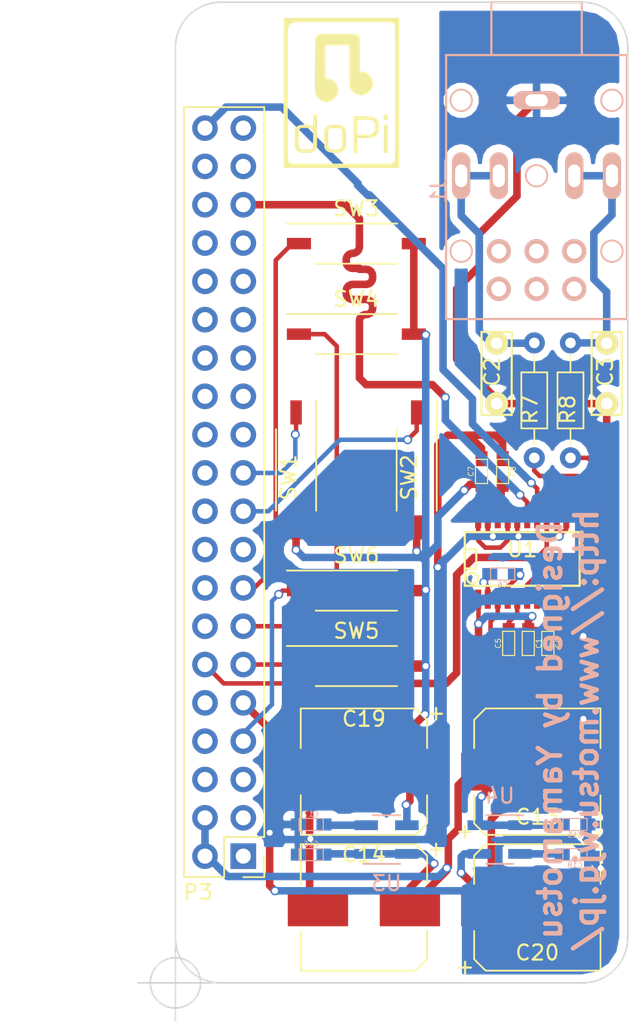
<source format=kicad_pcb>
(kicad_pcb (version 4) (host pcbnew 4.0.7)

  (general
    (links 72)
    (no_connects 0)
    (area 88.150001 53.325 130.225001 124.700001)
    (thickness 1.6)
    (drawings 12)
    (tracks 534)
    (zones 0)
    (modules 32)
    (nets 24)
  )

  (page A4)
  (layers
    (0 F.Cu signal)
    (31 B.Cu signal)
    (32 B.Adhes user hide)
    (33 F.Adhes user hide)
    (34 B.Paste user hide)
    (35 F.Paste user hide)
    (36 B.SilkS user)
    (37 F.SilkS user)
    (38 B.Mask user)
    (39 F.Mask user)
    (40 Dwgs.User user hide)
    (41 Cmts.User user hide)
    (42 Eco1.User user hide)
    (43 Eco2.User user hide)
    (44 Edge.Cuts user)
    (45 Margin user)
    (46 B.CrtYd user hide)
    (47 F.CrtYd user hide)
    (48 B.Fab user hide)
    (49 F.Fab user)
  )

  (setup
    (last_trace_width 0.25)
    (user_trace_width 0.3)
    (user_trace_width 0.5)
    (trace_clearance 0.2)
    (zone_clearance 0.508)
    (zone_45_only yes)
    (trace_min 0.1524)
    (segment_width 0.2)
    (edge_width 0.1)
    (via_size 0.6)
    (via_drill 0.4)
    (via_min_size 0.4)
    (via_min_drill 0.3)
    (uvia_size 0.3)
    (uvia_drill 0.1)
    (uvias_allowed no)
    (uvia_min_size 0.2)
    (uvia_min_drill 0.1)
    (pcb_text_width 0.3)
    (pcb_text_size 1.5 1.5)
    (mod_edge_width 0.15)
    (mod_text_size 1 1)
    (mod_text_width 0.15)
    (pad_size 1.5 1.5)
    (pad_drill 0.6)
    (pad_to_mask_clearance 0)
    (aux_axis_origin 100 120)
    (grid_origin 100 120)
    (visible_elements 7FFEFFFF)
    (pcbplotparams
      (layerselection 0x010f0_80000001)
      (usegerberextensions false)
      (excludeedgelayer true)
      (linewidth 0.100000)
      (plotframeref false)
      (viasonmask false)
      (mode 1)
      (useauxorigin false)
      (hpglpennumber 1)
      (hpglpenspeed 20)
      (hpglpendiameter 15)
      (hpglpenoverlay 2)
      (psnegative false)
      (psa4output false)
      (plotreference true)
      (plotvalue true)
      (plotinvisibletext false)
      (padsonsilk false)
      (subtractmaskfromsilk false)
      (outputformat 1)
      (mirror false)
      (drillshape 0)
      (scaleselection 1)
      (outputdirectory doPi/))
  )

  (net 0 "")
  (net 1 GND)
  (net 2 VAA)
  (net 3 "Net-(C2-Pad2)")
  (net 4 "Net-(C3-Pad1)")
  (net 5 "Net-(C5-Pad2)")
  (net 6 "Net-(C6-Pad2)")
  (net 7 "Net-(C6-Pad1)")
  (net 8 VCC)
  (net 9 "Net-(C8-Pad2)")
  (net 10 "Net-(C17-Pad1)")
  (net 11 "Net-(C18-Pad1)")
  (net 12 "Net-(P3-Pad11)")
  (net 13 "Net-(P3-Pad12)")
  (net 14 "Net-(P3-Pad13)")
  (net 15 "Net-(P3-Pad15)")
  (net 16 "Net-(P3-Pad19)")
  (net 17 "Net-(P3-Pad21)")
  (net 18 "Net-(P3-Pad35)")
  (net 19 "Net-(P3-Pad40)")
  (net 20 "Net-(R7-Pad1)")
  (net 21 "Net-(R8-Pad1)")
  (net 22 "Net-(P3-Pad7)")
  (net 23 "Net-(C13-Pad1)")

  (net_class Default "これは標準のネット クラスです。"
    (clearance 0.2)
    (trace_width 0.25)
    (via_dia 0.6)
    (via_drill 0.4)
    (uvia_dia 0.3)
    (uvia_drill 0.1)
    (add_net GND)
    (add_net "Net-(C13-Pad1)")
    (add_net "Net-(C17-Pad1)")
    (add_net "Net-(C18-Pad1)")
    (add_net "Net-(C2-Pad2)")
    (add_net "Net-(C3-Pad1)")
    (add_net "Net-(C5-Pad2)")
    (add_net "Net-(C6-Pad1)")
    (add_net "Net-(C6-Pad2)")
    (add_net "Net-(C8-Pad2)")
    (add_net "Net-(P3-Pad11)")
    (add_net "Net-(P3-Pad12)")
    (add_net "Net-(P3-Pad13)")
    (add_net "Net-(P3-Pad15)")
    (add_net "Net-(P3-Pad19)")
    (add_net "Net-(P3-Pad21)")
    (add_net "Net-(P3-Pad35)")
    (add_net "Net-(P3-Pad40)")
    (add_net "Net-(P3-Pad7)")
    (add_net "Net-(R7-Pad1)")
    (add_net "Net-(R8-Pad1)")
    (add_net VAA)
    (add_net VCC)
  )

  (net_class PWR ""
    (clearance 0.2)
    (trace_width 0.25)
    (via_dia 0.6)
    (via_drill 0.4)
    (uvia_dia 0.3)
    (uvia_drill 0.1)
  )

  (module Buttons_Switches_SMD:SW_DIP_x1_W7.62mm_Slide_Copal_CHS-B (layer F.Cu) (tedit 59ACAC86) (tstamp 5A404194)
    (at 112 77)
    (descr "1x-dip-switch, Slide, row spacing 7.62 mm (300 mils), Copal_CHS-B")
    (tags "DIP Switch Slide 7.62mm 300mil Copal_CHS-B")
    (path /58B3B1BF)
    (attr smd)
    (fp_text reference SW4 (at 0 -2.33) (layer F.SilkS)
      (effects (font (size 1 1) (thickness 0.15)))
    )
    (fp_text value SW_VOL- (at 0 2.33) (layer F.Fab)
      (effects (font (size 1 1) (thickness 0.15)))
    )
    (fp_line (start -1.7 -1.27) (end 2.7 -1.27) (layer F.Fab) (width 0.1))
    (fp_line (start 2.7 -1.27) (end 2.7 1.27) (layer F.Fab) (width 0.1))
    (fp_line (start 2.7 1.27) (end -2.7 1.27) (layer F.Fab) (width 0.1))
    (fp_line (start -2.7 1.27) (end -2.7 -0.27) (layer F.Fab) (width 0.1))
    (fp_line (start -2.7 -0.27) (end -1.7 -1.27) (layer F.Fab) (width 0.1))
    (fp_line (start -1.5 -0.25) (end -1.5 0.25) (layer F.Fab) (width 0.1))
    (fp_line (start -1.5 0.25) (end 1.5 0.25) (layer F.Fab) (width 0.1))
    (fp_line (start 1.5 0.25) (end 1.5 -0.25) (layer F.Fab) (width 0.1))
    (fp_line (start 1.5 -0.25) (end -1.5 -0.25) (layer F.Fab) (width 0.1))
    (fp_line (start 0 -0.25) (end 0 0.25) (layer F.Fab) (width 0.1))
    (fp_line (start -4.61 -1.33) (end 2.7 -1.33) (layer F.SilkS) (width 0.12))
    (fp_line (start -2.7 1.33) (end 2.7 1.33) (layer F.SilkS) (width 0.12))
    (fp_line (start -4.9 -1.6) (end -4.9 1.6) (layer F.CrtYd) (width 0.05))
    (fp_line (start -4.9 1.6) (end 4.9 1.6) (layer F.CrtYd) (width 0.05))
    (fp_line (start 4.9 1.6) (end 4.9 -1.6) (layer F.CrtYd) (width 0.05))
    (fp_line (start 4.9 -1.6) (end -4.9 -1.6) (layer F.CrtYd) (width 0.05))
    (fp_text user %R (at 2.1 0 90) (layer F.Fab)
      (effects (font (size 0.6 0.6) (thickness 0.15)))
    )
    (pad 1 smd rect (at -3.81 0) (size 1.6 0.76) (layers F.Cu F.Paste F.Mask)
      (net 14 "Net-(P3-Pad13)"))
    (pad 2 smd rect (at 3.81 0) (size 1.6 0.76) (layers F.Cu F.Paste F.Mask)
      (net 8 VCC))
    (model ${KISYS3DMOD}/Buttons_Switches_SMD.3dshapes/SW_DIP_x1_W7.62mm_Slide_Copal_CHS-B.wrl
      (at (xyz 0 0 0))
      (scale (xyz 1 1 1))
      (rotate (xyz 0 0 0))
    )
  )

  (module Mounting_Holes:MountingHole_3.2mm_M3 (layer F.Cu) (tedit 5A427797) (tstamp 5A5B1C37)
    (at 103.5 116.5)
    (descr "Mounting Hole 3.2mm, no annular, M3")
    (tags "mounting hole 3.2mm no annular m3")
    (attr virtual)
    (fp_text reference REF** (at 0 -4.2) (layer F.SilkS) hide
      (effects (font (size 1 1) (thickness 0.15)))
    )
    (fp_text value MountingHole_3.2mm_M3 (at 0 4.2) (layer F.Fab) hide
      (effects (font (size 1 1) (thickness 0.15)))
    )
    (fp_text user %R (at 0.3 0) (layer F.Fab)
      (effects (font (size 1 1) (thickness 0.15)))
    )
    (fp_circle (center 0 0) (end 3.2 0) (layer Cmts.User) (width 0.15))
    (fp_circle (center 0 0) (end 3.45 0) (layer F.CrtYd) (width 0.05))
    (pad 1 np_thru_hole circle (at 0 0) (size 3.2 3.2) (drill 3.2) (layers *.Cu *.Mask))
  )

  (module footprints:SMD_1608 (layer F.Cu) (tedit 58B68DC8) (tstamp 58B68EA7)
    (at 123.4 97.5 270)
    (path /58B7F998)
    (fp_text reference C1 (at 0 -0.7 270) (layer F.SilkS)
      (effects (font (size 0.35 0.35) (thickness 0.05)))
    )
    (fp_text value 2.2uF (at 0 -1.2 270) (layer F.Fab)
      (effects (font (size 0.35 0.35) (thickness 0.05)))
    )
    (fp_line (start -0.35 0.35) (end -0.35 -0.35) (layer F.Fab) (width 0.075))
    (fp_line (start -0.35 -0.35) (end 0.35 -0.35) (layer F.Fab) (width 0.075))
    (fp_line (start 0.35 -0.35) (end 0.35 0.35) (layer F.Fab) (width 0.075))
    (fp_line (start 0.35 0.35) (end -0.35 0.35) (layer F.Fab) (width 0.075))
    (fp_line (start 0.8 0) (end 0.8 -0.4) (layer F.SilkS) (width 0.075))
    (fp_line (start 0.8 -0.4) (end -0.8 -0.4) (layer F.SilkS) (width 0.075))
    (fp_line (start -0.8 -0.4) (end -0.8 0.4) (layer F.SilkS) (width 0.075))
    (fp_line (start -0.8 0.4) (end 0.8 0.4) (layer F.SilkS) (width 0.075))
    (fp_line (start 0.8 0.4) (end 0.8 0) (layer F.SilkS) (width 0.075))
    (pad 2 smd rect (at 0.85 0 270) (size 1 0.8) (layers F.Cu F.Paste F.Mask)
      (net 1 GND))
    (pad 1 smd rect (at -0.85 0 270) (size 1 0.8) (layers F.Cu F.Paste F.Mask)
      (net 2 VAA))
  )

  (module footprints:Capacitors_ThroughHole_Film_L5.5mm_W2mm_P4mm (layer F.Cu) (tedit 5A4277F4) (tstamp 58B68EAD)
    (at 121.3 79.6 270)
    (path /58B9FC81)
    (fp_text reference C2 (at -0.1 0.3 270) (layer F.SilkS)
      (effects (font (size 1 1) (thickness 0.15)))
    )
    (fp_text value 2200pF (at 0 -3 270) (layer F.Fab)
      (effects (font (size 1 1) (thickness 0.15)))
    )
    (fp_line (start -2.75 1) (end 2.75 1) (layer F.SilkS) (width 0.15))
    (fp_line (start 2.75 1) (end 2.75 -1) (layer F.SilkS) (width 0.15))
    (fp_line (start 2.75 -1) (end -2.75 -1) (layer F.SilkS) (width 0.15))
    (fp_line (start -2.75 -1) (end -2.75 1) (layer F.SilkS) (width 0.15))
    (pad 1 thru_hole circle (at 2 0 270) (size 1.524 1.524) (drill 0.762) (layers *.Cu *.Mask F.SilkS)
      (net 1 GND))
    (pad 2 thru_hole circle (at -2 0 270) (size 1.524 1.524) (drill 0.762) (layers *.Cu *.Mask F.SilkS)
      (net 3 "Net-(C2-Pad2)"))
  )

  (module footprints:Capacitors_ThroughHole_Film_L5.5mm_W2mm_P4mm (layer F.Cu) (tedit 5A4277F6) (tstamp 58B68EB3)
    (at 128.6 79.6 90)
    (path /58B9FD17)
    (fp_text reference C3 (at 0.1 -0.1 90) (layer F.SilkS)
      (effects (font (size 1 1) (thickness 0.15)))
    )
    (fp_text value 2200pF (at 0 -3 90) (layer F.Fab)
      (effects (font (size 1 1) (thickness 0.15)))
    )
    (fp_line (start -2.75 1) (end 2.75 1) (layer F.SilkS) (width 0.15))
    (fp_line (start 2.75 1) (end 2.75 -1) (layer F.SilkS) (width 0.15))
    (fp_line (start 2.75 -1) (end -2.75 -1) (layer F.SilkS) (width 0.15))
    (fp_line (start -2.75 -1) (end -2.75 1) (layer F.SilkS) (width 0.15))
    (pad 1 thru_hole circle (at 2 0 90) (size 1.524 1.524) (drill 0.762) (layers *.Cu *.Mask F.SilkS)
      (net 4 "Net-(C3-Pad1)"))
    (pad 2 thru_hole circle (at -2 0 90) (size 1.524 1.524) (drill 0.762) (layers *.Cu *.Mask F.SilkS)
      (net 1 GND))
  )

  (module footprints:SMD_1608 (layer F.Cu) (tedit 58B68DC8) (tstamp 58B68EB9)
    (at 124.7 97.5 270)
    (path /58B7FF4F)
    (fp_text reference C4 (at 0 -0.7 270) (layer F.SilkS)
      (effects (font (size 0.35 0.35) (thickness 0.05)))
    )
    (fp_text value 0.1uF (at 0 -1.2 270) (layer F.Fab)
      (effects (font (size 0.35 0.35) (thickness 0.05)))
    )
    (fp_line (start -0.35 0.35) (end -0.35 -0.35) (layer F.Fab) (width 0.075))
    (fp_line (start -0.35 -0.35) (end 0.35 -0.35) (layer F.Fab) (width 0.075))
    (fp_line (start 0.35 -0.35) (end 0.35 0.35) (layer F.Fab) (width 0.075))
    (fp_line (start 0.35 0.35) (end -0.35 0.35) (layer F.Fab) (width 0.075))
    (fp_line (start 0.8 0) (end 0.8 -0.4) (layer F.SilkS) (width 0.075))
    (fp_line (start 0.8 -0.4) (end -0.8 -0.4) (layer F.SilkS) (width 0.075))
    (fp_line (start -0.8 -0.4) (end -0.8 0.4) (layer F.SilkS) (width 0.075))
    (fp_line (start -0.8 0.4) (end 0.8 0.4) (layer F.SilkS) (width 0.075))
    (fp_line (start 0.8 0.4) (end 0.8 0) (layer F.SilkS) (width 0.075))
    (pad 2 smd rect (at 0.85 0 270) (size 1 0.8) (layers F.Cu F.Paste F.Mask)
      (net 1 GND))
    (pad 1 smd rect (at -0.85 0 270) (size 1 0.8) (layers F.Cu F.Paste F.Mask)
      (net 2 VAA))
  )

  (module footprints:SMD_1608 (layer F.Cu) (tedit 58B68DC8) (tstamp 58B68EBF)
    (at 122.1 97.5 90)
    (path /58B81981)
    (fp_text reference C5 (at 0 -0.7 90) (layer F.SilkS)
      (effects (font (size 0.35 0.35) (thickness 0.05)))
    )
    (fp_text value 2.2uF (at 0 -1.2 90) (layer F.Fab)
      (effects (font (size 0.35 0.35) (thickness 0.05)))
    )
    (fp_line (start -0.35 0.35) (end -0.35 -0.35) (layer F.Fab) (width 0.075))
    (fp_line (start -0.35 -0.35) (end 0.35 -0.35) (layer F.Fab) (width 0.075))
    (fp_line (start 0.35 -0.35) (end 0.35 0.35) (layer F.Fab) (width 0.075))
    (fp_line (start 0.35 0.35) (end -0.35 0.35) (layer F.Fab) (width 0.075))
    (fp_line (start 0.8 0) (end 0.8 -0.4) (layer F.SilkS) (width 0.075))
    (fp_line (start 0.8 -0.4) (end -0.8 -0.4) (layer F.SilkS) (width 0.075))
    (fp_line (start -0.8 -0.4) (end -0.8 0.4) (layer F.SilkS) (width 0.075))
    (fp_line (start -0.8 0.4) (end 0.8 0.4) (layer F.SilkS) (width 0.075))
    (fp_line (start 0.8 0.4) (end 0.8 0) (layer F.SilkS) (width 0.075))
    (pad 2 smd rect (at 0.85 0 90) (size 1 0.8) (layers F.Cu F.Paste F.Mask)
      (net 5 "Net-(C5-Pad2)"))
    (pad 1 smd rect (at -0.85 0 90) (size 1 0.8) (layers F.Cu F.Paste F.Mask)
      (net 1 GND))
  )

  (module footprints:SMD_1608 (layer B.Cu) (tedit 58B68DC8) (tstamp 58B68EC5)
    (at 121.7 92.9)
    (path /58B81C67)
    (fp_text reference C6 (at 0 0.7) (layer B.SilkS)
      (effects (font (size 0.35 0.35) (thickness 0.05)) (justify mirror))
    )
    (fp_text value 2.2uF (at 0 1.2) (layer B.Fab)
      (effects (font (size 0.35 0.35) (thickness 0.05)) (justify mirror))
    )
    (fp_line (start -0.35 -0.35) (end -0.35 0.35) (layer B.Fab) (width 0.075))
    (fp_line (start -0.35 0.35) (end 0.35 0.35) (layer B.Fab) (width 0.075))
    (fp_line (start 0.35 0.35) (end 0.35 -0.35) (layer B.Fab) (width 0.075))
    (fp_line (start 0.35 -0.35) (end -0.35 -0.35) (layer B.Fab) (width 0.075))
    (fp_line (start 0.8 0) (end 0.8 0.4) (layer B.SilkS) (width 0.075))
    (fp_line (start 0.8 0.4) (end -0.8 0.4) (layer B.SilkS) (width 0.075))
    (fp_line (start -0.8 0.4) (end -0.8 -0.4) (layer B.SilkS) (width 0.075))
    (fp_line (start -0.8 -0.4) (end 0.8 -0.4) (layer B.SilkS) (width 0.075))
    (fp_line (start 0.8 -0.4) (end 0.8 0) (layer B.SilkS) (width 0.075))
    (pad 2 smd rect (at 0.85 0) (size 1 0.8) (layers B.Cu B.Paste B.Mask)
      (net 6 "Net-(C6-Pad2)"))
    (pad 1 smd rect (at -0.85 0) (size 1 0.8) (layers B.Cu B.Paste B.Mask)
      (net 7 "Net-(C6-Pad1)"))
  )

  (module footprints:SMD_1608 (layer F.Cu) (tedit 58B68DC8) (tstamp 58B68ECB)
    (at 120.3 86.1 90)
    (path /58B787F4)
    (fp_text reference C7 (at 0 -0.7 90) (layer F.SilkS)
      (effects (font (size 0.35 0.35) (thickness 0.05)))
    )
    (fp_text value 0.1uF (at 0 -1.2 90) (layer F.Fab)
      (effects (font (size 0.35 0.35) (thickness 0.05)))
    )
    (fp_line (start -0.35 0.35) (end -0.35 -0.35) (layer F.Fab) (width 0.075))
    (fp_line (start -0.35 -0.35) (end 0.35 -0.35) (layer F.Fab) (width 0.075))
    (fp_line (start 0.35 -0.35) (end 0.35 0.35) (layer F.Fab) (width 0.075))
    (fp_line (start 0.35 0.35) (end -0.35 0.35) (layer F.Fab) (width 0.075))
    (fp_line (start 0.8 0) (end 0.8 -0.4) (layer F.SilkS) (width 0.075))
    (fp_line (start 0.8 -0.4) (end -0.8 -0.4) (layer F.SilkS) (width 0.075))
    (fp_line (start -0.8 -0.4) (end -0.8 0.4) (layer F.SilkS) (width 0.075))
    (fp_line (start -0.8 0.4) (end 0.8 0.4) (layer F.SilkS) (width 0.075))
    (fp_line (start 0.8 0.4) (end 0.8 0) (layer F.SilkS) (width 0.075))
    (pad 2 smd rect (at 0.85 0 90) (size 1 0.8) (layers F.Cu F.Paste F.Mask)
      (net 1 GND))
    (pad 1 smd rect (at -0.85 0 90) (size 1 0.8) (layers F.Cu F.Paste F.Mask)
      (net 8 VCC))
  )

  (module footprints:SMD_1608 (layer F.Cu) (tedit 58B68DC8) (tstamp 58B68ED1)
    (at 121.7 86.1 270)
    (path /58B788B2)
    (fp_text reference C8 (at 0 -0.7 270) (layer F.SilkS)
      (effects (font (size 0.35 0.35) (thickness 0.05)))
    )
    (fp_text value 0.1uF (at 0 -1.2 270) (layer F.Fab)
      (effects (font (size 0.35 0.35) (thickness 0.05)))
    )
    (fp_line (start -0.35 0.35) (end -0.35 -0.35) (layer F.Fab) (width 0.075))
    (fp_line (start -0.35 -0.35) (end 0.35 -0.35) (layer F.Fab) (width 0.075))
    (fp_line (start 0.35 -0.35) (end 0.35 0.35) (layer F.Fab) (width 0.075))
    (fp_line (start 0.35 0.35) (end -0.35 0.35) (layer F.Fab) (width 0.075))
    (fp_line (start 0.8 0) (end 0.8 -0.4) (layer F.SilkS) (width 0.075))
    (fp_line (start 0.8 -0.4) (end -0.8 -0.4) (layer F.SilkS) (width 0.075))
    (fp_line (start -0.8 -0.4) (end -0.8 0.4) (layer F.SilkS) (width 0.075))
    (fp_line (start -0.8 0.4) (end 0.8 0.4) (layer F.SilkS) (width 0.075))
    (fp_line (start 0.8 0.4) (end 0.8 0) (layer F.SilkS) (width 0.075))
    (pad 2 smd rect (at 0.85 0 270) (size 1 0.8) (layers F.Cu F.Paste F.Mask)
      (net 9 "Net-(C8-Pad2)"))
    (pad 1 smd rect (at -0.85 0 270) (size 1 0.8) (layers F.Cu F.Paste F.Mask)
      (net 1 GND))
  )

  (module Capacitors_SMD:CP_Elec_8x6.5 (layer F.Cu) (tedit 5A4326DF) (tstamp 58B68EE3)
    (at 124 106)
    (descr "SMT capacitor, aluminium electrolytic, 8x6.5")
    (path /58B59CAD)
    (attr smd)
    (fp_text reference C13 (at 0 3) (layer F.SilkS)
      (effects (font (size 1 1) (thickness 0.15)))
    )
    (fp_text value 330uF (at 0 -5.45) (layer F.Fab)
      (effects (font (size 1 1) (thickness 0.15)))
    )
    (fp_circle (center 0 0) (end 0.9 3.8) (layer F.Fab) (width 0.1))
    (fp_text user + (at -1.94 -0.06) (layer F.Fab)
      (effects (font (size 1 1) (thickness 0.15)))
    )
    (fp_text user + (at -4.79 3.91) (layer F.SilkS)
      (effects (font (size 1 1) (thickness 0.15)))
    )
    (fp_text user %R (at 0 3) (layer F.Fab)
      (effects (font (size 1 1) (thickness 0.15)))
    )
    (fp_line (start -4.19 -3.43) (end -4.19 -1.56) (layer F.SilkS) (width 0.12))
    (fp_line (start -4.19 3.43) (end -4.19 1.56) (layer F.SilkS) (width 0.12))
    (fp_line (start 4.19 4.19) (end 4.19 1.56) (layer F.SilkS) (width 0.12))
    (fp_line (start 4.19 -4.19) (end 4.19 -1.56) (layer F.SilkS) (width 0.12))
    (fp_line (start 4.04 4.04) (end 4.04 -4.04) (layer F.Fab) (width 0.1))
    (fp_line (start -3.37 4.04) (end 4.04 4.04) (layer F.Fab) (width 0.1))
    (fp_line (start -4.04 3.37) (end -3.37 4.04) (layer F.Fab) (width 0.1))
    (fp_line (start -4.04 -3.37) (end -4.04 3.37) (layer F.Fab) (width 0.1))
    (fp_line (start -3.37 -4.04) (end -4.04 -3.37) (layer F.Fab) (width 0.1))
    (fp_line (start 4.04 -4.04) (end -3.37 -4.04) (layer F.Fab) (width 0.1))
    (fp_line (start 4.19 4.19) (end -3.43 4.19) (layer F.SilkS) (width 0.12))
    (fp_line (start -3.43 4.19) (end -4.19 3.43) (layer F.SilkS) (width 0.12))
    (fp_line (start -4.19 -3.43) (end -3.43 -4.19) (layer F.SilkS) (width 0.12))
    (fp_line (start -3.43 -4.19) (end 4.19 -4.19) (layer F.SilkS) (width 0.12))
    (fp_line (start -5.3 -4.29) (end 5.3 -4.29) (layer F.CrtYd) (width 0.05))
    (fp_line (start -5.3 -4.29) (end -5.3 4.29) (layer F.CrtYd) (width 0.05))
    (fp_line (start 5.3 4.29) (end 5.3 -4.29) (layer F.CrtYd) (width 0.05))
    (fp_line (start 5.3 4.29) (end -5.3 4.29) (layer F.CrtYd) (width 0.05))
    (pad 1 smd rect (at -3.05 0 180) (size 4 2.5) (layers F.Cu F.Paste F.Mask)
      (net 23 "Net-(C13-Pad1)"))
    (pad 2 smd rect (at 3.05 0 180) (size 4 2.5) (layers F.Cu F.Paste F.Mask)
      (net 1 GND))
    (model Capacitors_SMD.3dshapes/CP_Elec_8x6.5.wrl
      (at (xyz 0 0 0))
      (scale (xyz 1 1 1))
      (rotate (xyz 0 0 180))
    )
  )

  (module Capacitors_SMD:CP_Elec_8x6.5 (layer F.Cu) (tedit 5A4326F0) (tstamp 58B68EE9)
    (at 112.5 115 180)
    (descr "SMT capacitor, aluminium electrolytic, 8x6.5")
    (path /58B5A6B0)
    (attr smd)
    (fp_text reference C14 (at 0 3.5 180) (layer F.SilkS)
      (effects (font (size 1 1) (thickness 0.15)))
    )
    (fp_text value 330uF (at 0 -5.45 180) (layer F.Fab)
      (effects (font (size 1 1) (thickness 0.15)))
    )
    (fp_circle (center 0 0) (end 0.9 3.8) (layer F.Fab) (width 0.1))
    (fp_text user + (at -1.94 -0.06 180) (layer F.Fab)
      (effects (font (size 1 1) (thickness 0.15)))
    )
    (fp_text user + (at -4.79 3.91 180) (layer F.SilkS)
      (effects (font (size 1 1) (thickness 0.15)))
    )
    (fp_text user %R (at 0 3.5 180) (layer F.Fab)
      (effects (font (size 1 1) (thickness 0.15)))
    )
    (fp_line (start -4.19 -3.43) (end -4.19 -1.56) (layer F.SilkS) (width 0.12))
    (fp_line (start -4.19 3.43) (end -4.19 1.56) (layer F.SilkS) (width 0.12))
    (fp_line (start 4.19 4.19) (end 4.19 1.56) (layer F.SilkS) (width 0.12))
    (fp_line (start 4.19 -4.19) (end 4.19 -1.56) (layer F.SilkS) (width 0.12))
    (fp_line (start 4.04 4.04) (end 4.04 -4.04) (layer F.Fab) (width 0.1))
    (fp_line (start -3.37 4.04) (end 4.04 4.04) (layer F.Fab) (width 0.1))
    (fp_line (start -4.04 3.37) (end -3.37 4.04) (layer F.Fab) (width 0.1))
    (fp_line (start -4.04 -3.37) (end -4.04 3.37) (layer F.Fab) (width 0.1))
    (fp_line (start -3.37 -4.04) (end -4.04 -3.37) (layer F.Fab) (width 0.1))
    (fp_line (start 4.04 -4.04) (end -3.37 -4.04) (layer F.Fab) (width 0.1))
    (fp_line (start 4.19 4.19) (end -3.43 4.19) (layer F.SilkS) (width 0.12))
    (fp_line (start -3.43 4.19) (end -4.19 3.43) (layer F.SilkS) (width 0.12))
    (fp_line (start -4.19 -3.43) (end -3.43 -4.19) (layer F.SilkS) (width 0.12))
    (fp_line (start -3.43 -4.19) (end 4.19 -4.19) (layer F.SilkS) (width 0.12))
    (fp_line (start -5.3 -4.29) (end 5.3 -4.29) (layer F.CrtYd) (width 0.05))
    (fp_line (start -5.3 -4.29) (end -5.3 4.29) (layer F.CrtYd) (width 0.05))
    (fp_line (start 5.3 4.29) (end 5.3 -4.29) (layer F.CrtYd) (width 0.05))
    (fp_line (start 5.3 4.29) (end -5.3 4.29) (layer F.CrtYd) (width 0.05))
    (pad 1 smd rect (at -3.05 0) (size 4 2.5) (layers F.Cu F.Paste F.Mask)
      (net 23 "Net-(C13-Pad1)"))
    (pad 2 smd rect (at 3.05 0) (size 4 2.5) (layers F.Cu F.Paste F.Mask)
      (net 1 GND))
    (model Capacitors_SMD.3dshapes/CP_Elec_8x6.5.wrl
      (at (xyz 0 0 0))
      (scale (xyz 1 1 1))
      (rotate (xyz 0 0 180))
    )
  )

  (module footprints:SMD_1608 (layer B.Cu) (tedit 58B68DC8) (tstamp 58B68EEF)
    (at 126.5 109.5)
    (path /58B59C53)
    (fp_text reference C15 (at 0 0.7) (layer B.SilkS)
      (effects (font (size 0.35 0.35) (thickness 0.05)) (justify mirror))
    )
    (fp_text value 0.1uF (at 0 1.2) (layer B.Fab)
      (effects (font (size 0.35 0.35) (thickness 0.05)) (justify mirror))
    )
    (fp_line (start -0.35 -0.35) (end -0.35 0.35) (layer B.Fab) (width 0.075))
    (fp_line (start -0.35 0.35) (end 0.35 0.35) (layer B.Fab) (width 0.075))
    (fp_line (start 0.35 0.35) (end 0.35 -0.35) (layer B.Fab) (width 0.075))
    (fp_line (start 0.35 -0.35) (end -0.35 -0.35) (layer B.Fab) (width 0.075))
    (fp_line (start 0.8 0) (end 0.8 0.4) (layer B.SilkS) (width 0.075))
    (fp_line (start 0.8 0.4) (end -0.8 0.4) (layer B.SilkS) (width 0.075))
    (fp_line (start -0.8 0.4) (end -0.8 -0.4) (layer B.SilkS) (width 0.075))
    (fp_line (start -0.8 -0.4) (end 0.8 -0.4) (layer B.SilkS) (width 0.075))
    (fp_line (start 0.8 -0.4) (end 0.8 0) (layer B.SilkS) (width 0.075))
    (pad 2 smd rect (at 0.85 0) (size 1 0.8) (layers B.Cu B.Paste B.Mask)
      (net 1 GND))
    (pad 1 smd rect (at -0.85 0) (size 1 0.8) (layers B.Cu B.Paste B.Mask)
      (net 23 "Net-(C13-Pad1)"))
  )

  (module footprints:SMD_1608 (layer B.Cu) (tedit 58B68DC8) (tstamp 58B68EF5)
    (at 109 111.5 180)
    (path /58B5A650)
    (fp_text reference C16 (at 0 0.7 180) (layer B.SilkS)
      (effects (font (size 0.35 0.35) (thickness 0.05)) (justify mirror))
    )
    (fp_text value 0.1uF (at 0 1.2 180) (layer B.Fab)
      (effects (font (size 0.35 0.35) (thickness 0.05)) (justify mirror))
    )
    (fp_line (start -0.35 -0.35) (end -0.35 0.35) (layer B.Fab) (width 0.075))
    (fp_line (start -0.35 0.35) (end 0.35 0.35) (layer B.Fab) (width 0.075))
    (fp_line (start 0.35 0.35) (end 0.35 -0.35) (layer B.Fab) (width 0.075))
    (fp_line (start 0.35 -0.35) (end -0.35 -0.35) (layer B.Fab) (width 0.075))
    (fp_line (start 0.8 0) (end 0.8 0.4) (layer B.SilkS) (width 0.075))
    (fp_line (start 0.8 0.4) (end -0.8 0.4) (layer B.SilkS) (width 0.075))
    (fp_line (start -0.8 0.4) (end -0.8 -0.4) (layer B.SilkS) (width 0.075))
    (fp_line (start -0.8 -0.4) (end 0.8 -0.4) (layer B.SilkS) (width 0.075))
    (fp_line (start 0.8 -0.4) (end 0.8 0) (layer B.SilkS) (width 0.075))
    (pad 2 smd rect (at 0.85 0 180) (size 1 0.8) (layers B.Cu B.Paste B.Mask)
      (net 1 GND))
    (pad 1 smd rect (at -0.85 0 180) (size 1 0.8) (layers B.Cu B.Paste B.Mask)
      (net 23 "Net-(C13-Pad1)"))
  )

  (module footprints:SMD_1608 (layer B.Cu) (tedit 58B68DC8) (tstamp 58B68EFB)
    (at 109 109.5 180)
    (path /58B56F46)
    (fp_text reference C17 (at 0 0.7 180) (layer B.SilkS)
      (effects (font (size 0.35 0.35) (thickness 0.05)) (justify mirror))
    )
    (fp_text value 0.1uF (at 0 1.2 180) (layer B.Fab)
      (effects (font (size 0.35 0.35) (thickness 0.05)) (justify mirror))
    )
    (fp_line (start -0.35 -0.35) (end -0.35 0.35) (layer B.Fab) (width 0.075))
    (fp_line (start -0.35 0.35) (end 0.35 0.35) (layer B.Fab) (width 0.075))
    (fp_line (start 0.35 0.35) (end 0.35 -0.35) (layer B.Fab) (width 0.075))
    (fp_line (start 0.35 -0.35) (end -0.35 -0.35) (layer B.Fab) (width 0.075))
    (fp_line (start 0.8 0) (end 0.8 0.4) (layer B.SilkS) (width 0.075))
    (fp_line (start 0.8 0.4) (end -0.8 0.4) (layer B.SilkS) (width 0.075))
    (fp_line (start -0.8 0.4) (end -0.8 -0.4) (layer B.SilkS) (width 0.075))
    (fp_line (start -0.8 -0.4) (end 0.8 -0.4) (layer B.SilkS) (width 0.075))
    (fp_line (start 0.8 -0.4) (end 0.8 0) (layer B.SilkS) (width 0.075))
    (pad 2 smd rect (at 0.85 0 180) (size 1 0.8) (layers B.Cu B.Paste B.Mask)
      (net 1 GND))
    (pad 1 smd rect (at -0.85 0 180) (size 1 0.8) (layers B.Cu B.Paste B.Mask)
      (net 10 "Net-(C17-Pad1)"))
  )

  (module footprints:SMD_1608 (layer B.Cu) (tedit 58B68DC8) (tstamp 58B68F01)
    (at 126.5 111.5)
    (path /58B56FBB)
    (fp_text reference C18 (at 0 0.7) (layer B.SilkS)
      (effects (font (size 0.35 0.35) (thickness 0.05)) (justify mirror))
    )
    (fp_text value 0.1uF (at 0 1.2) (layer B.Fab)
      (effects (font (size 0.35 0.35) (thickness 0.05)) (justify mirror))
    )
    (fp_line (start -0.35 -0.35) (end -0.35 0.35) (layer B.Fab) (width 0.075))
    (fp_line (start -0.35 0.35) (end 0.35 0.35) (layer B.Fab) (width 0.075))
    (fp_line (start 0.35 0.35) (end 0.35 -0.35) (layer B.Fab) (width 0.075))
    (fp_line (start 0.35 -0.35) (end -0.35 -0.35) (layer B.Fab) (width 0.075))
    (fp_line (start 0.8 0) (end 0.8 0.4) (layer B.SilkS) (width 0.075))
    (fp_line (start 0.8 0.4) (end -0.8 0.4) (layer B.SilkS) (width 0.075))
    (fp_line (start -0.8 0.4) (end -0.8 -0.4) (layer B.SilkS) (width 0.075))
    (fp_line (start -0.8 -0.4) (end 0.8 -0.4) (layer B.SilkS) (width 0.075))
    (fp_line (start 0.8 -0.4) (end 0.8 0) (layer B.SilkS) (width 0.075))
    (pad 2 smd rect (at 0.85 0) (size 1 0.8) (layers B.Cu B.Paste B.Mask)
      (net 1 GND))
    (pad 1 smd rect (at -0.85 0) (size 1 0.8) (layers B.Cu B.Paste B.Mask)
      (net 11 "Net-(C18-Pad1)"))
  )

  (module Capacitors_SMD:CP_Elec_8x6.5 (layer F.Cu) (tedit 5A4326EB) (tstamp 58B68F07)
    (at 112.5 106 180)
    (descr "SMT capacitor, aluminium electrolytic, 8x6.5")
    (path /58B76DF3)
    (attr smd)
    (fp_text reference C19 (at 0 3.5 180) (layer F.SilkS)
      (effects (font (size 1 1) (thickness 0.15)))
    )
    (fp_text value 330uF (at 0 -5.45 180) (layer F.Fab)
      (effects (font (size 1 1) (thickness 0.15)))
    )
    (fp_circle (center 0 0) (end 0.9 3.8) (layer F.Fab) (width 0.1))
    (fp_text user + (at -1.94 -0.06 180) (layer F.Fab)
      (effects (font (size 1 1) (thickness 0.15)))
    )
    (fp_text user + (at -4.79 3.91 180) (layer F.SilkS)
      (effects (font (size 1 1) (thickness 0.15)))
    )
    (fp_text user %R (at 0 3.5 180) (layer F.Fab)
      (effects (font (size 1 1) (thickness 0.15)))
    )
    (fp_line (start -4.19 -3.43) (end -4.19 -1.56) (layer F.SilkS) (width 0.12))
    (fp_line (start -4.19 3.43) (end -4.19 1.56) (layer F.SilkS) (width 0.12))
    (fp_line (start 4.19 4.19) (end 4.19 1.56) (layer F.SilkS) (width 0.12))
    (fp_line (start 4.19 -4.19) (end 4.19 -1.56) (layer F.SilkS) (width 0.12))
    (fp_line (start 4.04 4.04) (end 4.04 -4.04) (layer F.Fab) (width 0.1))
    (fp_line (start -3.37 4.04) (end 4.04 4.04) (layer F.Fab) (width 0.1))
    (fp_line (start -4.04 3.37) (end -3.37 4.04) (layer F.Fab) (width 0.1))
    (fp_line (start -4.04 -3.37) (end -4.04 3.37) (layer F.Fab) (width 0.1))
    (fp_line (start -3.37 -4.04) (end -4.04 -3.37) (layer F.Fab) (width 0.1))
    (fp_line (start 4.04 -4.04) (end -3.37 -4.04) (layer F.Fab) (width 0.1))
    (fp_line (start 4.19 4.19) (end -3.43 4.19) (layer F.SilkS) (width 0.12))
    (fp_line (start -3.43 4.19) (end -4.19 3.43) (layer F.SilkS) (width 0.12))
    (fp_line (start -4.19 -3.43) (end -3.43 -4.19) (layer F.SilkS) (width 0.12))
    (fp_line (start -3.43 -4.19) (end 4.19 -4.19) (layer F.SilkS) (width 0.12))
    (fp_line (start -5.3 -4.29) (end 5.3 -4.29) (layer F.CrtYd) (width 0.05))
    (fp_line (start -5.3 -4.29) (end -5.3 4.29) (layer F.CrtYd) (width 0.05))
    (fp_line (start 5.3 4.29) (end 5.3 -4.29) (layer F.CrtYd) (width 0.05))
    (fp_line (start 5.3 4.29) (end -5.3 4.29) (layer F.CrtYd) (width 0.05))
    (pad 1 smd rect (at -3.05 0) (size 4 2.5) (layers F.Cu F.Paste F.Mask)
      (net 8 VCC))
    (pad 2 smd rect (at 3.05 0) (size 4 2.5) (layers F.Cu F.Paste F.Mask)
      (net 1 GND))
    (model Capacitors_SMD.3dshapes/CP_Elec_8x6.5.wrl
      (at (xyz 0 0 0))
      (scale (xyz 1 1 1))
      (rotate (xyz 0 0 180))
    )
  )

  (module Capacitors_SMD:CP_Elec_8x6.5 (layer F.Cu) (tedit 5A4326D9) (tstamp 58B68F0D)
    (at 124 115)
    (descr "SMT capacitor, aluminium electrolytic, 8x6.5")
    (path /58B76D25)
    (attr smd)
    (fp_text reference C20 (at 0 3) (layer F.SilkS)
      (effects (font (size 1 1) (thickness 0.15)))
    )
    (fp_text value 330uF (at 0 -5.45) (layer F.Fab)
      (effects (font (size 1 1) (thickness 0.15)))
    )
    (fp_circle (center 0 0) (end 0.9 3.8) (layer F.Fab) (width 0.1))
    (fp_text user + (at -1.94 -0.06) (layer F.Fab)
      (effects (font (size 1 1) (thickness 0.15)))
    )
    (fp_text user + (at -4.79 3.91) (layer F.SilkS)
      (effects (font (size 1 1) (thickness 0.15)))
    )
    (fp_text user %R (at 0 3) (layer F.Fab)
      (effects (font (size 1 1) (thickness 0.15)))
    )
    (fp_line (start -4.19 -3.43) (end -4.19 -1.56) (layer F.SilkS) (width 0.12))
    (fp_line (start -4.19 3.43) (end -4.19 1.56) (layer F.SilkS) (width 0.12))
    (fp_line (start 4.19 4.19) (end 4.19 1.56) (layer F.SilkS) (width 0.12))
    (fp_line (start 4.19 -4.19) (end 4.19 -1.56) (layer F.SilkS) (width 0.12))
    (fp_line (start 4.04 4.04) (end 4.04 -4.04) (layer F.Fab) (width 0.1))
    (fp_line (start -3.37 4.04) (end 4.04 4.04) (layer F.Fab) (width 0.1))
    (fp_line (start -4.04 3.37) (end -3.37 4.04) (layer F.Fab) (width 0.1))
    (fp_line (start -4.04 -3.37) (end -4.04 3.37) (layer F.Fab) (width 0.1))
    (fp_line (start -3.37 -4.04) (end -4.04 -3.37) (layer F.Fab) (width 0.1))
    (fp_line (start 4.04 -4.04) (end -3.37 -4.04) (layer F.Fab) (width 0.1))
    (fp_line (start 4.19 4.19) (end -3.43 4.19) (layer F.SilkS) (width 0.12))
    (fp_line (start -3.43 4.19) (end -4.19 3.43) (layer F.SilkS) (width 0.12))
    (fp_line (start -4.19 -3.43) (end -3.43 -4.19) (layer F.SilkS) (width 0.12))
    (fp_line (start -3.43 -4.19) (end 4.19 -4.19) (layer F.SilkS) (width 0.12))
    (fp_line (start -5.3 -4.29) (end 5.3 -4.29) (layer F.CrtYd) (width 0.05))
    (fp_line (start -5.3 -4.29) (end -5.3 4.29) (layer F.CrtYd) (width 0.05))
    (fp_line (start 5.3 4.29) (end 5.3 -4.29) (layer F.CrtYd) (width 0.05))
    (fp_line (start 5.3 4.29) (end -5.3 4.29) (layer F.CrtYd) (width 0.05))
    (pad 1 smd rect (at -3.05 0 180) (size 4 2.5) (layers F.Cu F.Paste F.Mask)
      (net 2 VAA))
    (pad 2 smd rect (at 3.05 0 180) (size 4 2.5) (layers F.Cu F.Paste F.Mask)
      (net 1 GND))
    (model Capacitors_SMD.3dshapes/CP_Elec_8x6.5.wrl
      (at (xyz 0 0 0))
      (scale (xyz 1 1 1))
      (rotate (xyz 0 0 180))
    )
  )

  (module Pin_Headers:Pin_Header_Straight_2x20_Pitch2.54mm (layer F.Cu) (tedit 5A4278AC) (tstamp 58B68F64)
    (at 104.5 111.6 180)
    (descr "Through hole straight pin header, 2x20, 2.54mm pitch, double rows")
    (tags "Through hole pin header THT 2x20 2.54mm double row")
    (path /58B2AD72)
    (fp_text reference P3 (at 3 -2.4 180) (layer F.SilkS)
      (effects (font (size 1 1) (thickness 0.15)))
    )
    (fp_text value ZERO_J8_HEADER (at 1.27 50.65 180) (layer F.Fab)
      (effects (font (size 1 1) (thickness 0.15)))
    )
    (fp_line (start -1.27 -1.27) (end -1.27 49.53) (layer F.Fab) (width 0.1))
    (fp_line (start -1.27 49.53) (end 3.81 49.53) (layer F.Fab) (width 0.1))
    (fp_line (start 3.81 49.53) (end 3.81 -1.27) (layer F.Fab) (width 0.1))
    (fp_line (start 3.81 -1.27) (end -1.27 -1.27) (layer F.Fab) (width 0.1))
    (fp_line (start -1.39 1.27) (end -1.39 49.65) (layer F.SilkS) (width 0.12))
    (fp_line (start -1.39 49.65) (end 3.93 49.65) (layer F.SilkS) (width 0.12))
    (fp_line (start 3.93 49.65) (end 3.93 -1.39) (layer F.SilkS) (width 0.12))
    (fp_line (start 3.93 -1.39) (end 1.27 -1.39) (layer F.SilkS) (width 0.12))
    (fp_line (start 1.27 -1.39) (end 1.27 1.27) (layer F.SilkS) (width 0.12))
    (fp_line (start 1.27 1.27) (end -1.39 1.27) (layer F.SilkS) (width 0.12))
    (fp_line (start -1.39 0) (end -1.39 -1.39) (layer F.SilkS) (width 0.12))
    (fp_line (start -1.39 -1.39) (end 0 -1.39) (layer F.SilkS) (width 0.12))
    (fp_line (start -1.6 -1.6) (end -1.6 49.8) (layer F.CrtYd) (width 0.05))
    (fp_line (start -1.6 49.8) (end 4.1 49.8) (layer F.CrtYd) (width 0.05))
    (fp_line (start 4.1 49.8) (end 4.1 -1.6) (layer F.CrtYd) (width 0.05))
    (fp_line (start 4.1 -1.6) (end -1.6 -1.6) (layer F.CrtYd) (width 0.05))
    (pad 1 thru_hole rect (at 0 0 180) (size 1.7 1.7) (drill 1) (layers *.Cu *.Mask))
    (pad 2 thru_hole oval (at 2.54 0 180) (size 1.7 1.7) (drill 1) (layers *.Cu *.Mask)
      (net 23 "Net-(C13-Pad1)"))
    (pad 3 thru_hole oval (at 0 2.54 180) (size 1.7 1.7) (drill 1) (layers *.Cu *.Mask))
    (pad 4 thru_hole oval (at 2.54 2.54 180) (size 1.7 1.7) (drill 1) (layers *.Cu *.Mask)
      (net 23 "Net-(C13-Pad1)"))
    (pad 5 thru_hole oval (at 0 5.08 180) (size 1.7 1.7) (drill 1) (layers *.Cu *.Mask))
    (pad 6 thru_hole oval (at 2.54 5.08 180) (size 1.7 1.7) (drill 1) (layers *.Cu *.Mask))
    (pad 7 thru_hole oval (at 0 7.62 180) (size 1.7 1.7) (drill 1) (layers *.Cu *.Mask)
      (net 22 "Net-(P3-Pad7)"))
    (pad 8 thru_hole oval (at 2.54 7.62 180) (size 1.7 1.7) (drill 1) (layers *.Cu *.Mask))
    (pad 9 thru_hole oval (at 0 10.16 180) (size 1.7 1.7) (drill 1) (layers *.Cu *.Mask)
      (net 1 GND))
    (pad 10 thru_hole oval (at 2.54 10.16 180) (size 1.7 1.7) (drill 1) (layers *.Cu *.Mask))
    (pad 11 thru_hole oval (at 0 12.7 180) (size 1.7 1.7) (drill 1) (layers *.Cu *.Mask)
      (net 12 "Net-(P3-Pad11)"))
    (pad 12 thru_hole oval (at 2.54 12.7 180) (size 1.7 1.7) (drill 1) (layers *.Cu *.Mask)
      (net 13 "Net-(P3-Pad12)"))
    (pad 13 thru_hole oval (at 0 15.24 180) (size 1.7 1.7) (drill 1) (layers *.Cu *.Mask)
      (net 14 "Net-(P3-Pad13)"))
    (pad 14 thru_hole oval (at 2.54 15.24 180) (size 1.7 1.7) (drill 1) (layers *.Cu *.Mask))
    (pad 15 thru_hole oval (at 0 17.78 180) (size 1.7 1.7) (drill 1) (layers *.Cu *.Mask)
      (net 15 "Net-(P3-Pad15)"))
    (pad 16 thru_hole oval (at 2.54 17.78 180) (size 1.7 1.7) (drill 1) (layers *.Cu *.Mask))
    (pad 17 thru_hole oval (at 0 20.32 180) (size 1.7 1.7) (drill 1) (layers *.Cu *.Mask))
    (pad 18 thru_hole oval (at 2.54 20.32 180) (size 1.7 1.7) (drill 1) (layers *.Cu *.Mask))
    (pad 19 thru_hole oval (at 0 22.86 180) (size 1.7 1.7) (drill 1) (layers *.Cu *.Mask)
      (net 16 "Net-(P3-Pad19)"))
    (pad 20 thru_hole oval (at 2.54 22.86 180) (size 1.7 1.7) (drill 1) (layers *.Cu *.Mask))
    (pad 21 thru_hole oval (at 0 25.4 180) (size 1.7 1.7) (drill 1) (layers *.Cu *.Mask)
      (net 17 "Net-(P3-Pad21)"))
    (pad 22 thru_hole oval (at 2.54 25.4 180) (size 1.7 1.7) (drill 1) (layers *.Cu *.Mask))
    (pad 23 thru_hole oval (at 0 27.94 180) (size 1.7 1.7) (drill 1) (layers *.Cu *.Mask))
    (pad 24 thru_hole oval (at 2.54 27.94 180) (size 1.7 1.7) (drill 1) (layers *.Cu *.Mask))
    (pad 25 thru_hole oval (at 0 30.48 180) (size 1.7 1.7) (drill 1) (layers *.Cu *.Mask))
    (pad 26 thru_hole oval (at 2.54 30.48 180) (size 1.7 1.7) (drill 1) (layers *.Cu *.Mask))
    (pad 27 thru_hole oval (at 0 33.02 180) (size 1.7 1.7) (drill 1) (layers *.Cu *.Mask))
    (pad 28 thru_hole oval (at 2.54 33.02 180) (size 1.7 1.7) (drill 1) (layers *.Cu *.Mask))
    (pad 29 thru_hole oval (at 0 35.56 180) (size 1.7 1.7) (drill 1) (layers *.Cu *.Mask))
    (pad 30 thru_hole oval (at 2.54 35.56 180) (size 1.7 1.7) (drill 1) (layers *.Cu *.Mask))
    (pad 31 thru_hole oval (at 0 38.1 180) (size 1.7 1.7) (drill 1) (layers *.Cu *.Mask))
    (pad 32 thru_hole oval (at 2.54 38.1 180) (size 1.7 1.7) (drill 1) (layers *.Cu *.Mask))
    (pad 33 thru_hole oval (at 0 40.64 180) (size 1.7 1.7) (drill 1) (layers *.Cu *.Mask))
    (pad 34 thru_hole oval (at 2.54 40.64 180) (size 1.7 1.7) (drill 1) (layers *.Cu *.Mask))
    (pad 35 thru_hole oval (at 0 43.18 180) (size 1.7 1.7) (drill 1) (layers *.Cu *.Mask)
      (net 18 "Net-(P3-Pad35)"))
    (pad 36 thru_hole oval (at 2.54 43.18 180) (size 1.7 1.7) (drill 1) (layers *.Cu *.Mask))
    (pad 37 thru_hole oval (at 0 45.72 180) (size 1.7 1.7) (drill 1) (layers *.Cu *.Mask))
    (pad 38 thru_hole oval (at 2.54 45.72 180) (size 1.7 1.7) (drill 1) (layers *.Cu *.Mask))
    (pad 39 thru_hole oval (at 0 48.26 180) (size 1.7 1.7) (drill 1) (layers *.Cu *.Mask))
    (pad 40 thru_hole oval (at 2.54 48.26 180) (size 1.7 1.7) (drill 1) (layers *.Cu *.Mask)
      (net 19 "Net-(P3-Pad40)"))
    (model Pin_Headers.3dshapes/Pin_Header_Straight_2x20_Pitch2.54mm.wrl
      (at (xyz 0.05 -0.95 0))
      (scale (xyz 1 1 1))
      (rotate (xyz 0 0 90))
    )
  )

  (module Resistors_ThroughHole:R_Axial_DIN0204_L3.6mm_D1.6mm_P7.62mm_Horizontal (layer F.Cu) (tedit 5A427809) (tstamp 58B68F8E)
    (at 123.8 85.2 90)
    (descr "Resistor, Axial_DIN0204 series, Axial, Horizontal, pin pitch=7.62mm, 0.16666666666666666W = 1/6W, length*diameter=3.6*1.6mm^2, http://cdn-reichelt.de/documents/datenblatt/B400/1_4W%23YAG.pdf")
    (tags "Resistor Axial_DIN0204 series Axial Horizontal pin pitch 7.62mm 0.16666666666666666W = 1/6W length 3.6mm diameter 1.6mm")
    (path /58B9C30F)
    (fp_text reference R7 (at 3.2 -0.3 90) (layer F.SilkS)
      (effects (font (size 1 1) (thickness 0.15)))
    )
    (fp_text value 470 (at 3.81 1.86 90) (layer F.Fab)
      (effects (font (size 1 1) (thickness 0.15)))
    )
    (fp_line (start 2.01 -0.8) (end 2.01 0.8) (layer F.Fab) (width 0.1))
    (fp_line (start 2.01 0.8) (end 5.61 0.8) (layer F.Fab) (width 0.1))
    (fp_line (start 5.61 0.8) (end 5.61 -0.8) (layer F.Fab) (width 0.1))
    (fp_line (start 5.61 -0.8) (end 2.01 -0.8) (layer F.Fab) (width 0.1))
    (fp_line (start 0 0) (end 2.01 0) (layer F.Fab) (width 0.1))
    (fp_line (start 7.62 0) (end 5.61 0) (layer F.Fab) (width 0.1))
    (fp_line (start 1.95 -0.86) (end 1.95 0.86) (layer F.SilkS) (width 0.12))
    (fp_line (start 1.95 0.86) (end 5.67 0.86) (layer F.SilkS) (width 0.12))
    (fp_line (start 5.67 0.86) (end 5.67 -0.86) (layer F.SilkS) (width 0.12))
    (fp_line (start 5.67 -0.86) (end 1.95 -0.86) (layer F.SilkS) (width 0.12))
    (fp_line (start 0.88 0) (end 1.95 0) (layer F.SilkS) (width 0.12))
    (fp_line (start 6.74 0) (end 5.67 0) (layer F.SilkS) (width 0.12))
    (fp_line (start -0.95 -1.15) (end -0.95 1.15) (layer F.CrtYd) (width 0.05))
    (fp_line (start -0.95 1.15) (end 8.6 1.15) (layer F.CrtYd) (width 0.05))
    (fp_line (start 8.6 1.15) (end 8.6 -1.15) (layer F.CrtYd) (width 0.05))
    (fp_line (start 8.6 -1.15) (end -0.95 -1.15) (layer F.CrtYd) (width 0.05))
    (pad 1 thru_hole circle (at 0 0 90) (size 1.4 1.4) (drill 0.7) (layers *.Cu *.Mask)
      (net 20 "Net-(R7-Pad1)"))
    (pad 2 thru_hole oval (at 7.62 0 90) (size 1.4 1.4) (drill 0.7) (layers *.Cu *.Mask)
      (net 3 "Net-(C2-Pad2)"))
    (model Resistors_THT.3dshapes/R_Axial_DIN0204_L3.6mm_D1.6mm_P7.62mm_Horizontal.wrl
      (at (xyz 0 0 0))
      (scale (xyz 0.393701 0.393701 0.393701))
      (rotate (xyz 0 0 0))
    )
  )

  (module Resistors_ThroughHole:R_Axial_DIN0204_L3.6mm_D1.6mm_P7.62mm_Horizontal (layer F.Cu) (tedit 5A427807) (tstamp 58B68F94)
    (at 126.2 85.2 90)
    (descr "Resistor, Axial_DIN0204 series, Axial, Horizontal, pin pitch=7.62mm, 0.16666666666666666W = 1/6W, length*diameter=3.6*1.6mm^2, http://cdn-reichelt.de/documents/datenblatt/B400/1_4W%23YAG.pdf")
    (tags "Resistor Axial_DIN0204 series Axial Horizontal pin pitch 7.62mm 0.16666666666666666W = 1/6W length 3.6mm diameter 1.6mm")
    (path /58B9C99C)
    (fp_text reference R8 (at 3.2 -0.2 90) (layer F.SilkS)
      (effects (font (size 1 1) (thickness 0.15)))
    )
    (fp_text value 470 (at 3.81 1.86 90) (layer F.Fab)
      (effects (font (size 1 1) (thickness 0.15)))
    )
    (fp_line (start 2.01 -0.8) (end 2.01 0.8) (layer F.Fab) (width 0.1))
    (fp_line (start 2.01 0.8) (end 5.61 0.8) (layer F.Fab) (width 0.1))
    (fp_line (start 5.61 0.8) (end 5.61 -0.8) (layer F.Fab) (width 0.1))
    (fp_line (start 5.61 -0.8) (end 2.01 -0.8) (layer F.Fab) (width 0.1))
    (fp_line (start 0 0) (end 2.01 0) (layer F.Fab) (width 0.1))
    (fp_line (start 7.62 0) (end 5.61 0) (layer F.Fab) (width 0.1))
    (fp_line (start 1.95 -0.86) (end 1.95 0.86) (layer F.SilkS) (width 0.12))
    (fp_line (start 1.95 0.86) (end 5.67 0.86) (layer F.SilkS) (width 0.12))
    (fp_line (start 5.67 0.86) (end 5.67 -0.86) (layer F.SilkS) (width 0.12))
    (fp_line (start 5.67 -0.86) (end 1.95 -0.86) (layer F.SilkS) (width 0.12))
    (fp_line (start 0.88 0) (end 1.95 0) (layer F.SilkS) (width 0.12))
    (fp_line (start 6.74 0) (end 5.67 0) (layer F.SilkS) (width 0.12))
    (fp_line (start -0.95 -1.15) (end -0.95 1.15) (layer F.CrtYd) (width 0.05))
    (fp_line (start -0.95 1.15) (end 8.6 1.15) (layer F.CrtYd) (width 0.05))
    (fp_line (start 8.6 1.15) (end 8.6 -1.15) (layer F.CrtYd) (width 0.05))
    (fp_line (start 8.6 -1.15) (end -0.95 -1.15) (layer F.CrtYd) (width 0.05))
    (pad 1 thru_hole circle (at 0 0 90) (size 1.4 1.4) (drill 0.7) (layers *.Cu *.Mask)
      (net 21 "Net-(R8-Pad1)"))
    (pad 2 thru_hole oval (at 7.62 0 90) (size 1.4 1.4) (drill 0.7) (layers *.Cu *.Mask)
      (net 4 "Net-(C3-Pad1)"))
    (model Resistors_THT.3dshapes/R_Axial_DIN0204_L3.6mm_D1.6mm_P7.62mm_Horizontal.wrl
      (at (xyz 0 0 0))
      (scale (xyz 0.393701 0.393701 0.393701))
      (rotate (xyz 0 0 0))
    )
  )

  (module SMD_Packages:SSOP-20 (layer F.Cu) (tedit 0) (tstamp 58B68FDE)
    (at 123 91.9)
    (descr "SSOP 20 pins")
    (tags "CMS SSOP SMD")
    (path /587072D4)
    (attr smd)
    (fp_text reference U1 (at 0 -0.635) (layer F.SilkS)
      (effects (font (size 1 1) (thickness 0.15)))
    )
    (fp_text value PCM5102 (at 0 0.635) (layer F.Fab)
      (effects (font (size 1 1) (thickness 0.15)))
    )
    (fp_line (start 3.81 -1.778) (end -3.81 -1.778) (layer F.SilkS) (width 0.15))
    (fp_line (start -3.81 1.778) (end 3.81 1.778) (layer F.SilkS) (width 0.15))
    (fp_line (start 3.81 -1.778) (end 3.81 1.778) (layer F.SilkS) (width 0.15))
    (fp_line (start -3.81 1.778) (end -3.81 -1.778) (layer F.SilkS) (width 0.15))
    (fp_circle (center -3.302 1.27) (end -3.556 1.016) (layer F.SilkS) (width 0.15))
    (fp_line (start -3.81 -0.635) (end -3.048 -0.635) (layer F.SilkS) (width 0.15))
    (fp_line (start -3.048 -0.635) (end -3.048 0.635) (layer F.SilkS) (width 0.15))
    (fp_line (start -3.048 0.635) (end -3.81 0.635) (layer F.SilkS) (width 0.15))
    (pad 1 smd rect (at -2.921 2.667) (size 0.4064 1.27) (layers F.Cu F.Paste F.Mask)
      (net 2 VAA))
    (pad 2 smd rect (at -2.286 2.667) (size 0.4064 1.27) (layers F.Cu F.Paste F.Mask)
      (net 7 "Net-(C6-Pad1)"))
    (pad 3 smd rect (at -1.6256 2.667) (size 0.4064 1.27) (layers F.Cu F.Paste F.Mask)
      (net 1 GND))
    (pad 4 smd rect (at -0.9652 2.667) (size 0.4064 1.27) (layers F.Cu F.Paste F.Mask)
      (net 6 "Net-(C6-Pad2)"))
    (pad 5 smd rect (at -0.3302 2.667) (size 0.4064 1.27) (layers F.Cu F.Paste F.Mask)
      (net 5 "Net-(C5-Pad2)"))
    (pad 6 smd rect (at 0.3302 2.667) (size 0.4064 1.27) (layers F.Cu F.Paste F.Mask)
      (net 20 "Net-(R7-Pad1)"))
    (pad 7 smd rect (at 0.9906 2.667) (size 0.4064 1.27) (layers F.Cu F.Paste F.Mask)
      (net 21 "Net-(R8-Pad1)"))
    (pad 8 smd rect (at 1.6256 2.667) (size 0.4064 1.27) (layers F.Cu F.Paste F.Mask)
      (net 2 VAA))
    (pad 9 smd rect (at 2.286 2.667) (size 0.4064 1.27) (layers F.Cu F.Paste F.Mask)
      (net 1 GND))
    (pad 10 smd rect (at 2.921 2.667) (size 0.4064 1.27) (layers F.Cu F.Paste F.Mask)
      (net 1 GND))
    (pad 11 smd rect (at 2.921 -2.667) (size 0.4064 1.27) (layers F.Cu F.Paste F.Mask)
      (net 1 GND))
    (pad 12 smd rect (at 2.286 -2.667) (size 0.4064 1.27) (layers F.Cu F.Paste F.Mask)
      (net 1 GND))
    (pad 13 smd rect (at 1.6256 -2.667) (size 0.4064 1.27) (layers F.Cu F.Paste F.Mask)
      (net 13 "Net-(P3-Pad12)"))
    (pad 14 smd rect (at 0.9906 -2.667) (size 0.4064 1.27) (layers F.Cu F.Paste F.Mask)
      (net 19 "Net-(P3-Pad40)"))
    (pad 15 smd rect (at 0.3302 -2.667) (size 0.4064 1.27) (layers F.Cu F.Paste F.Mask)
      (net 18 "Net-(P3-Pad35)"))
    (pad 16 smd rect (at -0.3302 -2.667) (size 0.4064 1.27) (layers F.Cu F.Paste F.Mask)
      (net 1 GND))
    (pad 17 smd rect (at -0.9652 -2.667) (size 0.4064 1.27) (layers F.Cu F.Paste F.Mask)
      (net 8 VCC))
    (pad 18 smd rect (at -1.6256 -2.667) (size 0.4064 1.27) (layers F.Cu F.Paste F.Mask)
      (net 9 "Net-(C8-Pad2)"))
    (pad 19 smd rect (at -2.286 -2.667) (size 0.4064 1.27) (layers F.Cu F.Paste F.Mask)
      (net 1 GND))
    (pad 20 smd rect (at -2.921 -2.667) (size 0.4064 1.27) (layers F.Cu F.Paste F.Mask)
      (net 8 VCC))
    (model SMD_Packages.3dshapes/SSOP-20.wrl
      (at (xyz 0 0 0))
      (scale (xyz 0.255 0.33 0.3))
      (rotate (xyz 0 0 0))
    )
  )

  (module TO_SOT_Packages_SMD:SOT-23-5_HandSoldering (layer B.Cu) (tedit 583F3A3F) (tstamp 58B68FFF)
    (at 114 110.5)
    (descr "5-pin SOT23 package")
    (tags "SOT-23-5 hand-soldering")
    (path /58B4D729)
    (attr smd)
    (fp_text reference U3 (at 0 2.9) (layer B.SilkS)
      (effects (font (size 1 1) (thickness 0.15)) (justify mirror))
    )
    (fp_text value NJM2863F (at 0 -2.9) (layer B.Fab)
      (effects (font (size 1 1) (thickness 0.15)) (justify mirror))
    )
    (fp_line (start -0.9 -1.61) (end 0.9 -1.61) (layer B.SilkS) (width 0.12))
    (fp_line (start 0.9 1.61) (end -1.55 1.61) (layer B.SilkS) (width 0.12))
    (fp_line (start -0.9 0.9) (end -0.25 1.55) (layer B.Fab) (width 0.1))
    (fp_line (start 0.9 1.55) (end -0.25 1.55) (layer B.Fab) (width 0.1))
    (fp_line (start -0.9 0.9) (end -0.9 -1.55) (layer B.Fab) (width 0.1))
    (fp_line (start 0.9 -1.55) (end -0.9 -1.55) (layer B.Fab) (width 0.1))
    (fp_line (start 0.9 1.55) (end 0.9 -1.55) (layer B.Fab) (width 0.1))
    (fp_line (start -2.38 1.8) (end 2.38 1.8) (layer B.CrtYd) (width 0.05))
    (fp_line (start -2.38 1.8) (end -2.38 -1.8) (layer B.CrtYd) (width 0.05))
    (fp_line (start 2.38 -1.8) (end 2.38 1.8) (layer B.CrtYd) (width 0.05))
    (fp_line (start 2.38 -1.8) (end -2.38 -1.8) (layer B.CrtYd) (width 0.05))
    (pad 1 smd rect (at -1.35 0.95) (size 1.56 0.65) (layers B.Cu B.Paste B.Mask)
      (net 23 "Net-(C13-Pad1)"))
    (pad 2 smd rect (at -1.35 0) (size 1.56 0.65) (layers B.Cu B.Paste B.Mask)
      (net 1 GND))
    (pad 3 smd rect (at -1.35 -0.95) (size 1.56 0.65) (layers B.Cu B.Paste B.Mask)
      (net 10 "Net-(C17-Pad1)"))
    (pad 4 smd rect (at 1.35 -0.95) (size 1.56 0.65) (layers B.Cu B.Paste B.Mask)
      (net 8 VCC))
    (pad 5 smd rect (at 1.35 0.95) (size 1.56 0.65) (layers B.Cu B.Paste B.Mask)
      (net 23 "Net-(C13-Pad1)"))
    (model TO_SOT_Packages_SMD.3dshapes\SOT-23-5.wrl
      (at (xyz 0 0 0))
      (scale (xyz 1 1 1))
      (rotate (xyz 0 0 0))
    )
  )

  (module TO_SOT_Packages_SMD:SOT-23-5_HandSoldering (layer B.Cu) (tedit 583F3A3F) (tstamp 58B69008)
    (at 121.5 110.5 180)
    (descr "5-pin SOT23 package")
    (tags "SOT-23-5 hand-soldering")
    (path /58B4DE39)
    (attr smd)
    (fp_text reference U4 (at 0 2.9 180) (layer B.SilkS)
      (effects (font (size 1 1) (thickness 0.15)) (justify mirror))
    )
    (fp_text value NJM2863F (at 0 -2.9 180) (layer B.Fab)
      (effects (font (size 1 1) (thickness 0.15)) (justify mirror))
    )
    (fp_line (start -0.9 -1.61) (end 0.9 -1.61) (layer B.SilkS) (width 0.12))
    (fp_line (start 0.9 1.61) (end -1.55 1.61) (layer B.SilkS) (width 0.12))
    (fp_line (start -0.9 0.9) (end -0.25 1.55) (layer B.Fab) (width 0.1))
    (fp_line (start 0.9 1.55) (end -0.25 1.55) (layer B.Fab) (width 0.1))
    (fp_line (start -0.9 0.9) (end -0.9 -1.55) (layer B.Fab) (width 0.1))
    (fp_line (start 0.9 -1.55) (end -0.9 -1.55) (layer B.Fab) (width 0.1))
    (fp_line (start 0.9 1.55) (end 0.9 -1.55) (layer B.Fab) (width 0.1))
    (fp_line (start -2.38 1.8) (end 2.38 1.8) (layer B.CrtYd) (width 0.05))
    (fp_line (start -2.38 1.8) (end -2.38 -1.8) (layer B.CrtYd) (width 0.05))
    (fp_line (start 2.38 -1.8) (end 2.38 1.8) (layer B.CrtYd) (width 0.05))
    (fp_line (start 2.38 -1.8) (end -2.38 -1.8) (layer B.CrtYd) (width 0.05))
    (pad 1 smd rect (at -1.35 0.95 180) (size 1.56 0.65) (layers B.Cu B.Paste B.Mask)
      (net 23 "Net-(C13-Pad1)"))
    (pad 2 smd rect (at -1.35 0 180) (size 1.56 0.65) (layers B.Cu B.Paste B.Mask)
      (net 1 GND))
    (pad 3 smd rect (at -1.35 -0.95 180) (size 1.56 0.65) (layers B.Cu B.Paste B.Mask)
      (net 11 "Net-(C18-Pad1)"))
    (pad 4 smd rect (at 1.35 -0.95 180) (size 1.56 0.65) (layers B.Cu B.Paste B.Mask)
      (net 2 VAA))
    (pad 5 smd rect (at 1.35 0.95 180) (size 1.56 0.65) (layers B.Cu B.Paste B.Mask)
      (net 23 "Net-(C13-Pad1)"))
    (model TO_SOT_Packages_SMD.3dshapes\SOT-23-5.wrl
      (at (xyz 0 0 0))
      (scale (xyz 1 1 1))
      (rotate (xyz 0 0 0))
    )
  )

  (module Buttons_Switches_SMD:SW_DIP_x1_W7.62mm_Slide_Copal_CHS-B (layer F.Cu) (tedit 5A42781C) (tstamp 5A404185)
    (at 108 86 270)
    (descr "1x-dip-switch, Slide, row spacing 7.62 mm (300 mils), Copal_CHS-B")
    (tags "DIP Switch Slide 7.62mm 300mil Copal_CHS-B")
    (path /58B3AE6D)
    (attr smd)
    (fp_text reference SW1 (at 0.5 0.5 270) (layer F.SilkS)
      (effects (font (size 1 1) (thickness 0.15)))
    )
    (fp_text value SW_PREV (at 0 2.33 270) (layer F.Fab)
      (effects (font (size 1 1) (thickness 0.15)))
    )
    (fp_line (start -1.7 -1.27) (end 2.7 -1.27) (layer F.Fab) (width 0.1))
    (fp_line (start 2.7 -1.27) (end 2.7 1.27) (layer F.Fab) (width 0.1))
    (fp_line (start 2.7 1.27) (end -2.7 1.27) (layer F.Fab) (width 0.1))
    (fp_line (start -2.7 1.27) (end -2.7 -0.27) (layer F.Fab) (width 0.1))
    (fp_line (start -2.7 -0.27) (end -1.7 -1.27) (layer F.Fab) (width 0.1))
    (fp_line (start -1.5 -0.25) (end -1.5 0.25) (layer F.Fab) (width 0.1))
    (fp_line (start -1.5 0.25) (end 1.5 0.25) (layer F.Fab) (width 0.1))
    (fp_line (start 1.5 0.25) (end 1.5 -0.25) (layer F.Fab) (width 0.1))
    (fp_line (start 1.5 -0.25) (end -1.5 -0.25) (layer F.Fab) (width 0.1))
    (fp_line (start 0 -0.25) (end 0 0.25) (layer F.Fab) (width 0.1))
    (fp_line (start -4.61 -1.33) (end 2.7 -1.33) (layer F.SilkS) (width 0.12))
    (fp_line (start -2.7 1.33) (end 2.7 1.33) (layer F.SilkS) (width 0.12))
    (fp_line (start -4.9 -1.6) (end -4.9 1.6) (layer F.CrtYd) (width 0.05))
    (fp_line (start -4.9 1.6) (end 4.9 1.6) (layer F.CrtYd) (width 0.05))
    (fp_line (start 4.9 1.6) (end 4.9 -1.6) (layer F.CrtYd) (width 0.05))
    (fp_line (start 4.9 -1.6) (end -4.9 -1.6) (layer F.CrtYd) (width 0.05))
    (fp_text user %R (at 2.1 0 360) (layer F.Fab)
      (effects (font (size 0.6 0.6) (thickness 0.15)))
    )
    (pad 1 smd rect (at -3.81 0 270) (size 1.6 0.76) (layers F.Cu F.Paste F.Mask)
      (net 17 "Net-(P3-Pad21)"))
    (pad 2 smd rect (at 3.81 0 270) (size 1.6 0.76) (layers F.Cu F.Paste F.Mask)
      (net 8 VCC))
    (model ${KISYS3DMOD}/Buttons_Switches_SMD.3dshapes/SW_DIP_x1_W7.62mm_Slide_Copal_CHS-B.wrl
      (at (xyz 0 0 0))
      (scale (xyz 1 1 1))
      (rotate (xyz 0 0 0))
    )
  )

  (module Buttons_Switches_SMD:SW_DIP_x1_W7.62mm_Slide_Copal_CHS-B (layer F.Cu) (tedit 5A427818) (tstamp 5A40418A)
    (at 116 86 270)
    (descr "1x-dip-switch, Slide, row spacing 7.62 mm (300 mils), Copal_CHS-B")
    (tags "DIP Switch Slide 7.62mm 300mil Copal_CHS-B")
    (path /58B3B156)
    (attr smd)
    (fp_text reference SW2 (at 0.5 0.5 270) (layer F.SilkS)
      (effects (font (size 1 1) (thickness 0.15)))
    )
    (fp_text value SW_NEXT (at 0 2.33 270) (layer F.Fab)
      (effects (font (size 1 1) (thickness 0.15)))
    )
    (fp_line (start -1.7 -1.27) (end 2.7 -1.27) (layer F.Fab) (width 0.1))
    (fp_line (start 2.7 -1.27) (end 2.7 1.27) (layer F.Fab) (width 0.1))
    (fp_line (start 2.7 1.27) (end -2.7 1.27) (layer F.Fab) (width 0.1))
    (fp_line (start -2.7 1.27) (end -2.7 -0.27) (layer F.Fab) (width 0.1))
    (fp_line (start -2.7 -0.27) (end -1.7 -1.27) (layer F.Fab) (width 0.1))
    (fp_line (start -1.5 -0.25) (end -1.5 0.25) (layer F.Fab) (width 0.1))
    (fp_line (start -1.5 0.25) (end 1.5 0.25) (layer F.Fab) (width 0.1))
    (fp_line (start 1.5 0.25) (end 1.5 -0.25) (layer F.Fab) (width 0.1))
    (fp_line (start 1.5 -0.25) (end -1.5 -0.25) (layer F.Fab) (width 0.1))
    (fp_line (start 0 -0.25) (end 0 0.25) (layer F.Fab) (width 0.1))
    (fp_line (start -4.61 -1.33) (end 2.7 -1.33) (layer F.SilkS) (width 0.12))
    (fp_line (start -2.7 1.33) (end 2.7 1.33) (layer F.SilkS) (width 0.12))
    (fp_line (start -4.9 -1.6) (end -4.9 1.6) (layer F.CrtYd) (width 0.05))
    (fp_line (start -4.9 1.6) (end 4.9 1.6) (layer F.CrtYd) (width 0.05))
    (fp_line (start 4.9 1.6) (end 4.9 -1.6) (layer F.CrtYd) (width 0.05))
    (fp_line (start 4.9 -1.6) (end -4.9 -1.6) (layer F.CrtYd) (width 0.05))
    (fp_text user %R (at 2.1 0 360) (layer F.Fab)
      (effects (font (size 0.6 0.6) (thickness 0.15)))
    )
    (pad 1 smd rect (at -3.81 0 270) (size 1.6 0.76) (layers F.Cu F.Paste F.Mask)
      (net 16 "Net-(P3-Pad19)"))
    (pad 2 smd rect (at 3.81 0 270) (size 1.6 0.76) (layers F.Cu F.Paste F.Mask)
      (net 8 VCC))
    (model ${KISYS3DMOD}/Buttons_Switches_SMD.3dshapes/SW_DIP_x1_W7.62mm_Slide_Copal_CHS-B.wrl
      (at (xyz 0 0 0))
      (scale (xyz 1 1 1))
      (rotate (xyz 0 0 0))
    )
  )

  (module Buttons_Switches_SMD:SW_DIP_x1_W7.62mm_Slide_Copal_CHS-B (layer F.Cu) (tedit 59ACAC86) (tstamp 5A40418F)
    (at 112 71)
    (descr "1x-dip-switch, Slide, row spacing 7.62 mm (300 mils), Copal_CHS-B")
    (tags "DIP Switch Slide 7.62mm 300mil Copal_CHS-B")
    (path /58B3B18F)
    (attr smd)
    (fp_text reference SW3 (at 0 -2.33) (layer F.SilkS)
      (effects (font (size 1 1) (thickness 0.15)))
    )
    (fp_text value SW_VOL+ (at 0 2.33) (layer F.Fab)
      (effects (font (size 1 1) (thickness 0.15)))
    )
    (fp_line (start -1.7 -1.27) (end 2.7 -1.27) (layer F.Fab) (width 0.1))
    (fp_line (start 2.7 -1.27) (end 2.7 1.27) (layer F.Fab) (width 0.1))
    (fp_line (start 2.7 1.27) (end -2.7 1.27) (layer F.Fab) (width 0.1))
    (fp_line (start -2.7 1.27) (end -2.7 -0.27) (layer F.Fab) (width 0.1))
    (fp_line (start -2.7 -0.27) (end -1.7 -1.27) (layer F.Fab) (width 0.1))
    (fp_line (start -1.5 -0.25) (end -1.5 0.25) (layer F.Fab) (width 0.1))
    (fp_line (start -1.5 0.25) (end 1.5 0.25) (layer F.Fab) (width 0.1))
    (fp_line (start 1.5 0.25) (end 1.5 -0.25) (layer F.Fab) (width 0.1))
    (fp_line (start 1.5 -0.25) (end -1.5 -0.25) (layer F.Fab) (width 0.1))
    (fp_line (start 0 -0.25) (end 0 0.25) (layer F.Fab) (width 0.1))
    (fp_line (start -4.61 -1.33) (end 2.7 -1.33) (layer F.SilkS) (width 0.12))
    (fp_line (start -2.7 1.33) (end 2.7 1.33) (layer F.SilkS) (width 0.12))
    (fp_line (start -4.9 -1.6) (end -4.9 1.6) (layer F.CrtYd) (width 0.05))
    (fp_line (start -4.9 1.6) (end 4.9 1.6) (layer F.CrtYd) (width 0.05))
    (fp_line (start 4.9 1.6) (end 4.9 -1.6) (layer F.CrtYd) (width 0.05))
    (fp_line (start 4.9 -1.6) (end -4.9 -1.6) (layer F.CrtYd) (width 0.05))
    (fp_text user %R (at 2.1 0 90) (layer F.Fab)
      (effects (font (size 0.6 0.6) (thickness 0.15)))
    )
    (pad 1 smd rect (at -3.81 0) (size 1.6 0.76) (layers F.Cu F.Paste F.Mask)
      (net 15 "Net-(P3-Pad15)"))
    (pad 2 smd rect (at 3.81 0) (size 1.6 0.76) (layers F.Cu F.Paste F.Mask)
      (net 8 VCC))
    (model ${KISYS3DMOD}/Buttons_Switches_SMD.3dshapes/SW_DIP_x1_W7.62mm_Slide_Copal_CHS-B.wrl
      (at (xyz 0 0 0))
      (scale (xyz 1 1 1))
      (rotate (xyz 0 0 0))
    )
  )

  (module Buttons_Switches_SMD:SW_DIP_x1_W7.62mm_Slide_Copal_CHS-B (layer F.Cu) (tedit 59ACAC86) (tstamp 5A404199)
    (at 112 99)
    (descr "1x-dip-switch, Slide, row spacing 7.62 mm (300 mils), Copal_CHS-B")
    (tags "DIP Switch Slide 7.62mm 300mil Copal_CHS-B")
    (path /58B3B206)
    (attr smd)
    (fp_text reference SW5 (at 0 -2.33) (layer F.SilkS)
      (effects (font (size 1 1) (thickness 0.15)))
    )
    (fp_text value SW_PLAY/STOP (at 0 2.33) (layer F.Fab)
      (effects (font (size 1 1) (thickness 0.15)))
    )
    (fp_line (start -1.7 -1.27) (end 2.7 -1.27) (layer F.Fab) (width 0.1))
    (fp_line (start 2.7 -1.27) (end 2.7 1.27) (layer F.Fab) (width 0.1))
    (fp_line (start 2.7 1.27) (end -2.7 1.27) (layer F.Fab) (width 0.1))
    (fp_line (start -2.7 1.27) (end -2.7 -0.27) (layer F.Fab) (width 0.1))
    (fp_line (start -2.7 -0.27) (end -1.7 -1.27) (layer F.Fab) (width 0.1))
    (fp_line (start -1.5 -0.25) (end -1.5 0.25) (layer F.Fab) (width 0.1))
    (fp_line (start -1.5 0.25) (end 1.5 0.25) (layer F.Fab) (width 0.1))
    (fp_line (start 1.5 0.25) (end 1.5 -0.25) (layer F.Fab) (width 0.1))
    (fp_line (start 1.5 -0.25) (end -1.5 -0.25) (layer F.Fab) (width 0.1))
    (fp_line (start 0 -0.25) (end 0 0.25) (layer F.Fab) (width 0.1))
    (fp_line (start -4.61 -1.33) (end 2.7 -1.33) (layer F.SilkS) (width 0.12))
    (fp_line (start -2.7 1.33) (end 2.7 1.33) (layer F.SilkS) (width 0.12))
    (fp_line (start -4.9 -1.6) (end -4.9 1.6) (layer F.CrtYd) (width 0.05))
    (fp_line (start -4.9 1.6) (end 4.9 1.6) (layer F.CrtYd) (width 0.05))
    (fp_line (start 4.9 1.6) (end 4.9 -1.6) (layer F.CrtYd) (width 0.05))
    (fp_line (start 4.9 -1.6) (end -4.9 -1.6) (layer F.CrtYd) (width 0.05))
    (fp_text user %R (at 2.1 0 90) (layer F.Fab)
      (effects (font (size 0.6 0.6) (thickness 0.15)))
    )
    (pad 1 smd rect (at -3.81 0) (size 1.6 0.76) (layers F.Cu F.Paste F.Mask)
      (net 12 "Net-(P3-Pad11)"))
    (pad 2 smd rect (at 3.81 0) (size 1.6 0.76) (layers F.Cu F.Paste F.Mask)
      (net 8 VCC))
    (model ${KISYS3DMOD}/Buttons_Switches_SMD.3dshapes/SW_DIP_x1_W7.62mm_Slide_Copal_CHS-B.wrl
      (at (xyz 0 0 0))
      (scale (xyz 1 1 1))
      (rotate (xyz 0 0 0))
    )
  )

  (module Buttons_Switches_SMD:SW_DIP_x1_W7.62mm_Slide_Copal_CHS-B (layer F.Cu) (tedit 59ACAC86) (tstamp 5A40419E)
    (at 112 94)
    (descr "1x-dip-switch, Slide, row spacing 7.62 mm (300 mils), Copal_CHS-B")
    (tags "DIP Switch Slide 7.62mm 300mil Copal_CHS-B")
    (path /58B3B413)
    (attr smd)
    (fp_text reference SW6 (at 0 -2.33) (layer F.SilkS)
      (effects (font (size 1 1) (thickness 0.15)))
    )
    (fp_text value SW_SHUFFLE (at 0 2.33) (layer F.Fab)
      (effects (font (size 1 1) (thickness 0.15)))
    )
    (fp_line (start -1.7 -1.27) (end 2.7 -1.27) (layer F.Fab) (width 0.1))
    (fp_line (start 2.7 -1.27) (end 2.7 1.27) (layer F.Fab) (width 0.1))
    (fp_line (start 2.7 1.27) (end -2.7 1.27) (layer F.Fab) (width 0.1))
    (fp_line (start -2.7 1.27) (end -2.7 -0.27) (layer F.Fab) (width 0.1))
    (fp_line (start -2.7 -0.27) (end -1.7 -1.27) (layer F.Fab) (width 0.1))
    (fp_line (start -1.5 -0.25) (end -1.5 0.25) (layer F.Fab) (width 0.1))
    (fp_line (start -1.5 0.25) (end 1.5 0.25) (layer F.Fab) (width 0.1))
    (fp_line (start 1.5 0.25) (end 1.5 -0.25) (layer F.Fab) (width 0.1))
    (fp_line (start 1.5 -0.25) (end -1.5 -0.25) (layer F.Fab) (width 0.1))
    (fp_line (start 0 -0.25) (end 0 0.25) (layer F.Fab) (width 0.1))
    (fp_line (start -4.61 -1.33) (end 2.7 -1.33) (layer F.SilkS) (width 0.12))
    (fp_line (start -2.7 1.33) (end 2.7 1.33) (layer F.SilkS) (width 0.12))
    (fp_line (start -4.9 -1.6) (end -4.9 1.6) (layer F.CrtYd) (width 0.05))
    (fp_line (start -4.9 1.6) (end 4.9 1.6) (layer F.CrtYd) (width 0.05))
    (fp_line (start 4.9 1.6) (end 4.9 -1.6) (layer F.CrtYd) (width 0.05))
    (fp_line (start 4.9 -1.6) (end -4.9 -1.6) (layer F.CrtYd) (width 0.05))
    (fp_text user %R (at 2.1 0 90) (layer F.Fab)
      (effects (font (size 0.6 0.6) (thickness 0.15)))
    )
    (pad 1 smd rect (at -3.81 0) (size 1.6 0.76) (layers F.Cu F.Paste F.Mask)
      (net 22 "Net-(P3-Pad7)"))
    (pad 2 smd rect (at 3.81 0) (size 1.6 0.76) (layers F.Cu F.Paste F.Mask)
      (net 8 VCC))
    (model ${KISYS3DMOD}/Buttons_Switches_SMD.3dshapes/SW_DIP_x1_W7.62mm_Slide_Copal_CHS-B.wrl
      (at (xyz 0 0 0))
      (scale (xyz 1 1 1))
      (rotate (xyz 0 0 0))
    )
  )

  (module Mounting_Holes:MountingHole_3.2mm_M3 (layer F.Cu) (tedit 5A4277A3) (tstamp 5A5B1CD1)
    (at 103.5 58.5)
    (descr "Mounting Hole 3.2mm, no annular, M3")
    (tags "mounting hole 3.2mm no annular m3")
    (attr virtual)
    (fp_text reference REF** (at 0 -4.2) (layer F.SilkS) hide
      (effects (font (size 1 1) (thickness 0.15)))
    )
    (fp_text value MountingHole_3.2mm_M3 (at 0 4.2) (layer F.Fab) hide
      (effects (font (size 1 1) (thickness 0.15)))
    )
    (fp_text user %R (at 0.3 0) (layer F.Fab)
      (effects (font (size 1 1) (thickness 0.15)))
    )
    (fp_circle (center 0 0) (end 3.2 0) (layer Cmts.User) (width 0.15))
    (fp_circle (center 0 0) (end 3.45 0) (layer F.CrtYd) (width 0.05))
    (pad 1 np_thru_hole circle (at 0 0) (size 3.2 3.2) (drill 3.2) (layers *.Cu *.Mask))
  )

  (module doPi_logo:logo_small (layer F.Cu) (tedit 0) (tstamp 5A4269B9)
    (at 111 61)
    (fp_text reference G*** (at 0 0) (layer F.SilkS) hide
      (effects (font (thickness 0.3)))
    )
    (fp_text value LOGO (at 0.75 0) (layer F.SilkS) hide
      (effects (font (thickness 0.3)))
    )
    (fp_poly (pts (xy 3.843866 4.9784) (xy -3.826933 4.9784) (xy -3.826933 0.119926) (xy -3.556295 0.119926)
      (xy -3.556206 0.452982) (xy -3.556018 0.784517) (xy -3.555732 1.112791) (xy -3.555348 1.436064)
      (xy -3.554866 1.752595) (xy -3.554287 2.060645) (xy -3.55361 2.358473) (xy -3.552837 2.644339)
      (xy -3.551968 2.916503) (xy -3.551003 3.173224) (xy -3.549942 3.412762) (xy -3.548786 3.633377)
      (xy -3.547535 3.833329) (xy -3.54619 4.010877) (xy -3.54475 4.164282) (xy -3.543217 4.291802)
      (xy -3.54159 4.391698) (xy -3.53987 4.46223) (xy -3.538058 4.501657) (xy -3.536951 4.509613)
      (xy -3.476593 4.59113) (xy -3.391805 4.653792) (xy -3.293533 4.69174) (xy -3.271689 4.692985)
      (xy -3.217639 4.69417) (xy -3.133045 4.695289) (xy -3.019569 4.696338) (xy -2.878871 4.697312)
      (xy -2.712614 4.698205) (xy -2.522458 4.699014) (xy -2.310065 4.699732) (xy -2.077097 4.700355)
      (xy -1.825214 4.700879) (xy -1.556079 4.701297) (xy -1.271351 4.701606) (xy -0.972694 4.7018)
      (xy -0.661768 4.701875) (xy -0.340234 4.701826) (xy -0.009755 4.701647) (xy 0.042333 4.701607)
      (xy 0.434546 4.701287) (xy 0.79432 4.700968) (xy 1.123082 4.700634) (xy 1.422261 4.700272)
      (xy 1.693284 4.699865) (xy 1.937579 4.699401) (xy 2.156574 4.698864) (xy 2.351696 4.698239)
      (xy 2.524373 4.697512) (xy 2.676033 4.696668) (xy 2.808103 4.695694) (xy 2.922011 4.694573)
      (xy 3.019185 4.693292) (xy 3.101052 4.691836) (xy 3.169041 4.69019) (xy 3.224579 4.688339)
      (xy 3.269093 4.68627) (xy 3.304012 4.683967) (xy 3.330763 4.681417) (xy 3.350773 4.678603)
      (xy 3.365471 4.675512) (xy 3.376285 4.672129) (xy 3.384641 4.66844) (xy 3.386666 4.667386)
      (xy 3.478643 4.604861) (xy 3.5412 4.531915) (xy 3.549142 4.517808) (xy 3.551787 4.495944)
      (xy 3.554295 4.441928) (xy 3.556666 4.357475) (xy 3.558899 4.244297) (xy 3.560995 4.10411)
      (xy 3.562953 3.938627) (xy 3.564774 3.749563) (xy 3.566458 3.538631) (xy 3.568004 3.307547)
      (xy 3.569413 3.058024) (xy 3.570684 2.791777) (xy 3.571819 2.510519) (xy 3.572815 2.215964)
      (xy 3.573675 1.909828) (xy 3.574397 1.593824) (xy 3.574982 1.269666) (xy 3.575429 0.939068)
      (xy 3.575739 0.603746) (xy 3.575912 0.265412) (xy 3.575947 -0.074219) (xy 3.575845 -0.413433)
      (xy 3.575605 -0.750515) (xy 3.575229 -1.083752) (xy 3.574714 -1.411429) (xy 3.574063 -1.731832)
      (xy 3.573274 -2.043247) (xy 3.572347 -2.34396) (xy 3.571284 -2.632256) (xy 3.570083 -2.906422)
      (xy 3.568744 -3.164743) (xy 3.567268 -3.405505) (xy 3.565655 -3.626994) (xy 3.563905 -3.827495)
      (xy 3.562017 -4.005295) (xy 3.559992 -4.158679) (xy 3.557829 -4.285933) (xy 3.555529 -4.385344)
      (xy 3.553092 -4.455196) (xy 3.550517 -4.493775) (xy 3.549142 -4.500874) (xy 3.492251 -4.575399)
      (xy 3.405372 -4.640027) (xy 3.386666 -4.650452) (xy 3.378619 -4.654289) (xy 3.368516 -4.657802)
      (xy 3.354903 -4.661006) (xy 3.336329 -4.663915) (xy 3.311338 -4.666544) (xy 3.278479 -4.668906)
      (xy 3.236298 -4.671016) (xy 3.183341 -4.672888) (xy 3.118155 -4.674536) (xy 3.039288 -4.675975)
      (xy 2.945286 -4.677218) (xy 2.834695 -4.67828) (xy 2.706062 -4.679175) (xy 2.557935 -4.679917)
      (xy 2.38886 -4.680521) (xy 2.197383 -4.681) (xy 1.982051 -4.68137) (xy 1.741412 -4.681643)
      (xy 1.474012 -4.681834) (xy 1.178397 -4.681958) (xy 0.853114 -4.682029) (xy 0.496711 -4.68206)
      (xy 0.1524 -4.682066) (xy -0.241246 -4.6821) (xy -0.602482 -4.682167) (xy -0.932763 -4.682214)
      (xy -1.233546 -4.68219) (xy -1.506286 -4.682043) (xy -1.752439 -4.681721) (xy -1.973462 -4.68117)
      (xy -2.17081 -4.68034) (xy -2.34594 -4.679179) (xy -2.500307 -4.677634) (xy -2.635367 -4.675652)
      (xy -2.752576 -4.673183) (xy -2.853391 -4.670174) (xy -2.939268 -4.666573) (xy -3.011661 -4.662328)
      (xy -3.072028 -4.657386) (xy -3.121824 -4.651696) (xy -3.162506 -4.645206) (xy -3.195529 -4.637863)
      (xy -3.222349 -4.629615) (xy -3.244422 -4.620411) (xy -3.263205 -4.610199) (xy -3.280153 -4.598925)
      (xy -3.296722 -4.586539) (xy -3.314368 -4.572987) (xy -3.334548 -4.558219) (xy -3.335867 -4.557296)
      (xy -3.420769 -4.481717) (xy -3.482302 -4.388053) (xy -3.522698 -4.272178) (xy -3.538737 -4.182533)
      (xy -3.540593 -4.151231) (xy -3.542344 -4.088385) (xy -3.543989 -3.995735) (xy -3.545529 -3.875022)
      (xy -3.546965 -3.727985) (xy -3.548297 -3.556366) (xy -3.549525 -3.361904) (xy -3.55065 -3.146339)
      (xy -3.551671 -2.911412) (xy -3.55259 -2.658864) (xy -3.553406 -2.390433) (xy -3.554121 -2.107861)
      (xy -3.554733 -1.812887) (xy -3.555245 -1.507253) (xy -3.555655 -1.192698) (xy -3.555965 -0.870962)
      (xy -3.556175 -0.543786) (xy -3.556285 -0.21291) (xy -3.556295 0.119926) (xy -3.826933 0.119926)
      (xy -3.826933 -4.961466) (xy 3.843866 -4.961466) (xy 3.843866 4.9784)) (layer F.SilkS) (width 0.01))
    (fp_poly (pts (xy -1.617133 3.615267) (xy -1.656141 3.699934) (xy -1.702538 3.783407) (xy -1.758652 3.845906)
      (xy -1.833976 3.896628) (xy -1.885505 3.922141) (xy -1.923668 3.938944) (xy -1.957817 3.951327)
      (xy -1.994108 3.960055) (xy -2.038696 3.965892) (xy -2.097736 3.969601) (xy -2.177385 3.971947)
      (xy -2.283796 3.973694) (xy -2.302933 3.973958) (xy -2.448679 3.974534) (xy -2.562624 3.971768)
      (xy -2.646679 3.965575) (xy -2.700867 3.956368) (xy -2.830797 3.909477) (xy -2.933518 3.84274)
      (xy -3.009614 3.755663) (xy -3.057178 3.65546) (xy -3.064471 3.628846) (xy -3.07021 3.595357)
      (xy -3.074517 3.551259) (xy -3.077512 3.492818) (xy -3.079318 3.416302) (xy -3.080056 3.317975)
      (xy -3.079998 3.28318) (xy -2.826539 3.28318) (xy -2.826325 3.375119) (xy -2.825038 3.445441)
      (xy -2.822479 3.498226) (xy -2.818451 3.537557) (xy -2.812757 3.567514) (xy -2.8052 3.592181)
      (xy -2.795633 3.61552) (xy -2.771235 3.661984) (xy -2.741375 3.697353) (xy -2.701385 3.723085)
      (xy -2.646597 3.740636) (xy -2.572343 3.751464) (xy -2.473955 3.757028) (xy -2.346766 3.758784)
      (xy -2.3368 3.758802) (xy -2.227863 3.758377) (xy -2.146981 3.756459) (xy -2.088357 3.752546)
      (xy -2.046193 3.746136) (xy -2.014693 3.736728) (xy -1.99871 3.729541) (xy -1.950233 3.694131)
      (xy -1.909273 3.646678) (xy -1.905576 3.640667) (xy -1.895418 3.621217) (xy -1.887391 3.599072)
      (xy -1.881187 3.570066) (xy -1.876499 3.530035) (xy -1.87302 3.474816) (xy -1.870441 3.400243)
      (xy -1.868455 3.302152) (xy -1.866754 3.176379) (xy -1.86594 3.104175) (xy -1.864633 2.947517)
      (xy -1.864766 2.820744) (xy -1.866778 2.719886) (xy -1.871109 2.640976) (xy -1.878196 2.580045)
      (xy -1.888479 2.533126) (xy -1.902396 2.496251) (xy -1.920386 2.465451) (xy -1.939249 2.441034)
      (xy -1.979546 2.401322) (xy -2.028004 2.371599) (xy -2.090106 2.350349) (xy -2.171332 2.336057)
      (xy -2.277162 2.327207) (xy -2.364104 2.323583) (xy -2.46195 2.321088) (xy -2.533148 2.321006)
      (xy -2.584869 2.323946) (xy -2.624285 2.330515) (xy -2.658565 2.341323) (xy -2.680402 2.350427)
      (xy -2.71668 2.367235) (xy -2.746017 2.384668) (xy -2.769191 2.406326) (xy -2.786978 2.435812)
      (xy -2.800158 2.476729) (xy -2.809506 2.532677) (xy -2.815802 2.607259) (xy -2.819821 2.704077)
      (xy -2.822343 2.826734) (xy -2.824144 2.97883) (xy -2.824535 3.018119) (xy -2.825877 3.16554)
      (xy -2.826539 3.28318) (xy -3.079998 3.28318) (xy -3.079848 3.194106) (xy -3.078815 3.04096)
      (xy -3.078477 3.001621) (xy -3.0734 2.427197) (xy -3.0222 2.344422) (xy -2.969192 2.272457)
      (xy -2.906703 2.216194) (xy -2.830489 2.174116) (xy -2.736304 2.144709) (xy -2.619903 2.126457)
      (xy -2.477041 2.117844) (xy -2.384224 2.116667) (xy -2.250863 2.119244) (xy -2.145435 2.127863)
      (xy -2.062335 2.143858) (xy -1.995957 2.168562) (xy -1.940698 2.203309) (xy -1.910801 2.229288)
      (xy -1.862667 2.275403) (xy -1.862667 1.456267) (xy -1.607477 1.456267) (xy -1.617133 3.615267)) (layer F.SilkS) (width 0.01))
    (fp_poly (pts (xy -0.300542 2.125826) (xy -0.2141 2.126965) (xy -0.149561 2.129645) (xy -0.100943 2.134409)
      (xy -0.062266 2.141797) (xy -0.02755 2.152354) (xy 0.001343 2.163425) (xy 0.117868 2.225877)
      (xy 0.209103 2.308012) (xy 0.272567 2.407594) (xy 0.272764 2.40803) (xy 0.283876 2.433391)
      (xy 0.292743 2.457616) (xy 0.29962 2.484705) (xy 0.304758 2.518656) (xy 0.308412 2.563469)
      (xy 0.310834 2.623142) (xy 0.312277 2.701675) (xy 0.312995 2.803067) (xy 0.31324 2.931315)
      (xy 0.313266 3.048) (xy 0.313266 3.598334) (xy 0.262466 3.699932) (xy 0.193315 3.803343)
      (xy 0.101436 3.881843) (xy -0.013928 3.936069) (xy -0.021914 3.93866) (xy -0.076309 3.950113)
      (xy -0.156283 3.95967) (xy -0.253588 3.967053) (xy -0.359976 3.971987) (xy -0.467197 3.974195)
      (xy -0.567004 3.973402) (xy -0.651148 3.96933) (xy -0.7112 3.961741) (xy -0.846342 3.921257)
      (xy -0.954847 3.860993) (xy -1.038275 3.779927) (xy -1.075906 3.72276) (xy -1.126067 3.6322)
      (xy -1.13118 3.083886) (xy -1.131606 3.031712) (xy -0.880507 3.031712) (xy -0.880427 3.175342)
      (xy -0.879986 3.28927) (xy -0.878909 3.377661) (xy -0.876921 3.444682) (xy -0.873746 3.494497)
      (xy -0.869108 3.53127) (xy -0.862732 3.559168) (xy -0.854343 3.582355) (xy -0.843665 3.604996)
      (xy -0.842433 3.607446) (xy -0.798251 3.672108) (xy -0.735994 3.717371) (xy -0.728779 3.7211)
      (xy -0.695859 3.736176) (xy -0.662428 3.746686) (xy -0.621607 3.753435) (xy -0.566518 3.757232)
      (xy -0.490283 3.758882) (xy -0.403915 3.7592) (xy -0.311427 3.757999) (xy -0.227546 3.754698)
      (xy -0.159782 3.749753) (xy -0.115646 3.74362) (xy -0.106936 3.74119) (xy -0.029998 3.695251)
      (xy 0.023933 3.624752) (xy 0.051333 3.544964) (xy 0.057646 3.493872) (xy 0.062199 3.41122)
      (xy 0.064938 3.29927) (xy 0.065807 3.160285) (xy 0.064753 2.996528) (xy 0.064711 2.992916)
      (xy 0.062537 2.839157) (xy 0.059447 2.715493) (xy 0.054563 2.618154) (xy 0.047012 2.543368)
      (xy 0.035917 2.487363) (xy 0.020403 2.446369) (xy -0.000406 2.416614) (xy -0.027384 2.394328)
      (xy -0.061408 2.375738) (xy -0.080599 2.366976) (xy -0.111866 2.354686) (xy -0.145153 2.34609)
      (xy -0.186636 2.34072) (xy -0.242492 2.338107) (xy -0.318898 2.33778) (xy -0.422029 2.339272)
      (xy -0.440457 2.339628) (xy -0.546884 2.342087) (xy -0.62506 2.345079) (xy -0.680601 2.349293)
      (xy -0.719122 2.355414) (xy -0.74624 2.364129) (xy -0.767569 2.376124) (xy -0.773506 2.380337)
      (xy -0.802407 2.402853) (xy -0.825578 2.426005) (xy -0.843651 2.453639) (xy -0.857259 2.489602)
      (xy -0.867032 2.53774) (xy -0.873602 2.601899) (xy -0.877603 2.685925) (xy -0.879664 2.793665)
      (xy -0.880418 2.928964) (xy -0.880507 3.031712) (xy -1.131606 3.031712) (xy -1.132442 2.929669)
      (xy -1.132944 2.805248) (xy -1.13253 2.706559) (xy -1.131044 2.629539) (xy -1.128329 2.570121)
      (xy -1.124229 2.524242) (xy -1.118587 2.487837) (xy -1.111247 2.456842) (xy -1.106427 2.440621)
      (xy -1.056691 2.337525) (xy -0.978968 2.250763) (xy -0.876551 2.18369) (xy -0.836623 2.165939)
      (xy -0.799047 2.151898) (xy -0.763152 2.141585) (xy -0.722874 2.134419) (xy -0.67215 2.129823)
      (xy -0.604918 2.127217) (xy -0.515113 2.126024) (xy -0.414867 2.125685) (xy -0.300542 2.125826)) (layer F.SilkS) (width 0.01))
    (fp_poly (pts (xy 1.426633 1.561466) (xy 1.590513 1.563278) (xy 1.724206 1.565209) (xy 1.831392 1.567451)
      (xy 1.915751 1.5702) (xy 1.980964 1.57365) (xy 2.030709 1.577994) (xy 2.068667 1.583428)
      (xy 2.098518 1.590145) (xy 2.123729 1.598262) (xy 2.225035 1.642754) (xy 2.306235 1.696346)
      (xy 2.369029 1.762625) (xy 2.415119 1.84518) (xy 2.446205 1.947598) (xy 2.463989 2.073466)
      (xy 2.47017 2.226372) (xy 2.469158 2.32685) (xy 2.466126 2.433048) (xy 2.462273 2.512039)
      (xy 2.456761 2.570481) (xy 2.448753 2.615034) (xy 2.437413 2.652357) (xy 2.424274 2.683933)
      (xy 2.35682 2.794308) (xy 2.265763 2.880517) (xy 2.151551 2.942239) (xy 2.014629 2.979153)
      (xy 2.012728 2.979464) (xy 1.965588 2.984341) (xy 1.890709 2.988705) (xy 1.794219 2.992355)
      (xy 1.682245 2.99509) (xy 1.560914 2.99671) (xy 1.474712 2.997072) (xy 1.044423 2.9972)
      (xy 1.055735 3.488267) (xy 1.067046 3.979334) (xy 0.8128 3.979334) (xy 0.8128 2.777067)
      (xy 1.0668 2.777067) (xy 1.494367 2.776972) (xy 1.623684 2.77623) (xy 1.740817 2.774179)
      (xy 1.840966 2.770994) (xy 1.919333 2.766849) (xy 1.971118 2.761918) (xy 1.985896 2.759115)
      (xy 2.065175 2.726384) (xy 2.126331 2.675571) (xy 2.17077 2.603762) (xy 2.199899 2.508043)
      (xy 2.215124 2.3855) (xy 2.218267 2.277534) (xy 2.212296 2.133588) (xy 2.193447 2.018592)
      (xy 2.160313 1.929632) (xy 2.111488 1.863794) (xy 2.045566 1.818162) (xy 1.985896 1.795952)
      (xy 1.949747 1.790682) (xy 1.884533 1.786109) (xy 1.795055 1.782405) (xy 1.68611 1.779745)
      (xy 1.562497 1.778304) (xy 1.494367 1.778095) (xy 1.0668 1.778) (xy 1.0668 2.777067)
      (xy 0.8128 2.777067) (xy 0.8128 1.555272) (xy 1.426633 1.561466)) (layer F.SilkS) (width 0.01))
    (fp_poly (pts (xy 3.081866 3.979334) (xy 2.827866 3.979334) (xy 2.827866 2.116667) (xy 3.081866 2.116667)
      (xy 3.081866 3.979334)) (layer F.SilkS) (width 0.01))
    (fp_poly (pts (xy 3.081866 1.794933) (xy 2.827866 1.794933) (xy 2.827866 1.456267) (xy 3.081866 1.456267)
      (xy 3.081866 1.794933)) (layer F.SilkS) (width 0.01))
    (fp_poly (pts (xy -0.504732 -3.89269) (xy -0.256934 -3.891849) (xy -0.194734 -3.891573) (xy 0.038077 -3.890572)
      (xy 0.239493 -3.889693) (xy 0.411985 -3.88869) (xy 0.558023 -3.887312) (xy 0.680078 -3.885311)
      (xy 0.780618 -3.882437) (xy 0.862116 -3.878441) (xy 0.92704 -3.873075) (xy 0.977861 -3.866089)
      (xy 1.017049 -3.857234) (xy 1.047075 -3.846261) (xy 1.070408 -3.832922) (xy 1.089519 -3.816966)
      (xy 1.106878 -3.798145) (xy 1.124956 -3.77621) (xy 1.14105 -3.756888) (xy 1.177696 -3.706587)
      (xy 1.20416 -3.656554) (xy 1.211431 -3.633678) (xy 1.213162 -3.607952) (xy 1.214894 -3.551365)
      (xy 1.216593 -3.466923) (xy 1.218227 -3.357632) (xy 1.219759 -3.226497) (xy 1.221158 -3.076524)
      (xy 1.222388 -2.910719) (xy 1.223415 -2.732088) (xy 1.224206 -2.543636) (xy 1.224382 -2.4892)
      (xy 1.227667 -1.397) (xy 1.271183 -1.402045) (xy 1.309967 -1.402016) (xy 1.368963 -1.397018)
      (xy 1.43205 -1.388626) (xy 1.585026 -1.348618) (xy 1.723095 -1.281224) (xy 1.843553 -1.190081)
      (xy 1.943695 -1.07883) (xy 2.020816 -0.951107) (xy 2.072213 -0.810552) (xy 2.095179 -0.660803)
      (xy 2.087271 -0.507159) (xy 2.047616 -0.352186) (xy 1.981545 -0.214562) (xy 1.892668 -0.095972)
      (xy 1.784596 0.001899) (xy 1.660938 0.077366) (xy 1.525305 0.128745) (xy 1.381306 0.154351)
      (xy 1.232553 0.1525) (xy 1.082655 0.121505) (xy 0.935222 0.059684) (xy 0.906791 0.043732)
      (xy 0.845893 -0.000659) (xy 0.77733 -0.063932) (xy 0.710659 -0.135963) (xy 0.655435 -0.206629)
      (xy 0.627604 -0.252003) (xy 0.610966 -0.284498) (xy 0.596436 -0.313924) (xy 0.583861 -0.342705)
      (xy 0.573089 -0.373261) (xy 0.563969 -0.408016) (xy 0.556349 -0.449393) (xy 0.550075 -0.499814)
      (xy 0.544997 -0.561702) (xy 0.540963 -0.637479) (xy 0.537819 -0.729568) (xy 0.535414 -0.840392)
      (xy 0.533596 -0.972373) (xy 0.532213 -1.127933) (xy 0.531113 -1.309496) (xy 0.530143 -1.519483)
      (xy 0.529152 -1.760318) (xy 0.528888 -1.824566) (xy 0.523396 -3.1496) (xy -1.050114 -3.1496)
      (xy -1.045757 -2.053883) (xy -1.0414 -0.958167) (xy -0.948267 -0.953272) (xy -0.789743 -0.931502)
      (xy -0.64882 -0.882487) (xy -0.52029 -0.804017) (xy -0.444272 -0.739349) (xy -0.352539 -0.639407)
      (xy -0.285905 -0.533295) (xy -0.236286 -0.408066) (xy -0.235102 -0.404285) (xy -0.207014 -0.260651)
      (xy -0.207039 -0.10896) (xy -0.234095 0.041678) (xy -0.287101 0.182155) (xy -0.309674 0.223998)
      (xy -0.388984 0.329842) (xy -0.493566 0.425537) (xy -0.615135 0.505496) (xy -0.745405 0.564133)
      (xy -0.857046 0.593079) (xy -0.922184 0.602816) (xy -0.97227 0.606579) (xy -1.021547 0.604226)
      (xy -1.084256 0.595617) (xy -1.115544 0.590513) (xy -1.258604 0.550194) (xy -1.391993 0.480793)
      (xy -1.510995 0.386727) (xy -1.610894 0.272417) (xy -1.686977 0.142281) (xy -1.731741 0.012985)
      (xy -1.735289 -0.009075) (xy -1.738367 -0.044509) (xy -1.740986 -0.09501) (xy -1.743158 -0.162267)
      (xy -1.744894 -0.247972) (xy -1.746206 -0.353817) (xy -1.747106 -0.481491) (xy -1.747604 -0.632687)
      (xy -1.747712 -0.809094) (xy -1.747443 -1.012405) (xy -1.746806 -1.24431) (xy -1.745814 -1.506499)
      (xy -1.744478 -1.800665) (xy -1.7443 -1.837266) (xy -1.742904 -2.119871) (xy -1.741618 -2.370611)
      (xy -1.740394 -2.591487) (xy -1.739184 -2.784501) (xy -1.73794 -2.951655) (xy -1.736615 -3.094949)
      (xy -1.735161 -3.216385) (xy -1.733529 -3.317965) (xy -1.731672 -3.40169) (xy -1.729543 -3.469561)
      (xy -1.727092 -3.52358) (xy -1.724274 -3.565748) (xy -1.721039 -3.598067) (xy -1.717339 -3.622538)
      (xy -1.713128 -3.641162) (xy -1.708357 -3.655941) (xy -1.702978 -3.668876) (xy -1.700391 -3.674533)
      (xy -1.640337 -3.767338) (xy -1.559095 -3.835442) (xy -1.460449 -3.875744) (xy -1.453099 -3.87742)
      (xy -1.421628 -3.88162) (xy -1.368161 -3.885132) (xy -1.291258 -3.887974) (xy -1.189476 -3.890161)
      (xy -1.061374 -3.89171) (xy -0.90551 -3.892637) (xy -0.720444 -3.892958) (xy -0.504732 -3.89269)) (layer F.SilkS) (width 0.01))
  )

  (module footprints:PJ-306B_audio_jack (layer B.Cu) (tedit 5AFAE611) (tstamp 5AFAEB59)
    (at 123.95 58.5 270)
    (path /58B48151)
    (fp_text reference J1 (at 9 6.5 270) (layer B.SilkS)
      (effects (font (size 1 1) (thickness 0.15)) (justify mirror))
    )
    (fp_text value PJ_306B_JACK (at 8.5 8 270) (layer B.Fab)
      (effects (font (size 1 1) (thickness 0.15)) (justify mirror))
    )
    (fp_circle (center 8 0) (end 8.7 0) (layer B.SilkS) (width 0.15))
    (fp_circle (center 13 5) (end 13.7 5) (layer B.SilkS) (width 0.15))
    (fp_circle (center 13 -5) (end 13.7 -5) (layer B.SilkS) (width 0.15))
    (fp_circle (center 3 -5) (end 3.7 -5) (layer B.SilkS) (width 0.15))
    (fp_circle (center 3 5) (end 3.7 5) (layer B.SilkS) (width 0.15))
    (fp_line (start 0 -3) (end -3.5 -3) (layer B.SilkS) (width 0.15))
    (fp_line (start -3.5 -3) (end -3.5 3) (layer B.SilkS) (width 0.15))
    (fp_line (start -3.5 3) (end 0 3) (layer B.SilkS) (width 0.15))
    (fp_line (start 0 -6) (end 0 6) (layer B.SilkS) (width 0.15))
    (fp_line (start 0 6) (end 17.5 6) (layer B.SilkS) (width 0.15))
    (fp_line (start 17.5 6) (end 17.5 -6) (layer B.SilkS) (width 0.15))
    (fp_line (start 17.5 -6) (end 0 -6) (layer B.SilkS) (width 0.15))
    (pad "" thru_hole circle (at 8 0 270) (size 1.3 1.3) (drill 1.3) (layers *.Cu *.Mask B.SilkS))
    (pad 2 thru_hole oval (at 8 5 270) (size 3.1 1.2) (drill oval 1.5 0.8) (layers *.Cu *.Mask B.SilkS)
      (net 3 "Net-(C2-Pad2)"))
    (pad 3 thru_hole oval (at 8 2.5 270) (size 3.1 1.2) (drill oval 1.5 0.8) (layers *.Cu *.Mask B.SilkS)
      (net 3 "Net-(C2-Pad2)"))
    (pad 4 thru_hole oval (at 8 -2.5 270) (size 3.1 1.2) (drill oval 1.5 0.8) (layers *.Cu *.Mask B.SilkS)
      (net 4 "Net-(C3-Pad1)"))
    (pad 5 thru_hole oval (at 8 -5 270) (size 3.1 1.2) (drill oval 1.5 0.8) (layers *.Cu *.Mask B.SilkS)
      (net 4 "Net-(C3-Pad1)"))
    (pad 1 thru_hole oval (at 3 0 270) (size 1.2 3.1) (drill oval 0.8 1.5) (layers *.Cu *.Mask B.SilkS)
      (net 1 GND))
    (pad "" thru_hole circle (at 3 5 270) (size 1.3 1.3) (drill 1.3) (layers *.Cu *.Mask B.SilkS))
    (pad "" thru_hole circle (at 3 -5 270) (size 1.3 1.3) (drill 1.3) (layers *.Cu *.Mask B.SilkS))
    (pad "" thru_hole circle (at 13 -5 270) (size 1.3 1.3) (drill 1.3) (layers *.Cu *.Mask B.SilkS))
    (pad "" thru_hole circle (at 13 5 270) (size 1.3 1.3) (drill 1.3) (layers *.Cu *.Mask B.SilkS))
    (pad "" thru_hole circle (at 13 0 270) (size 1.6 1.6) (drill 1) (layers *.Cu *.Mask B.SilkS))
    (pad "" thru_hole circle (at 13 2.5 270) (size 1.6 1.6) (drill 1) (layers *.Cu *.Mask B.SilkS))
    (pad "" thru_hole circle (at 13 -2.5 270) (size 1.6 1.6) (drill 1) (layers *.Cu *.Mask B.SilkS))
    (pad "" thru_hole circle (at 15.5 -2.5 270) (size 1.6 1.6) (drill 1) (layers *.Cu *.Mask B.SilkS))
    (pad "" thru_hole circle (at 15.5 0 270) (size 1.6 1.6) (drill 1) (layers *.Cu *.Mask B.SilkS))
    (pad "" thru_hole circle (at 15.5 2.5 270) (size 1.6 1.6) (drill 1) (layers *.Cu *.Mask B.SilkS))
  )

  (gr_text "Designed by Yamamotsu\nhttp://www.motsu.wjg.jp/" (at 126.05 103.25 90) (layer B.SilkS)
    (effects (font (size 1.5 1.5) (thickness 0.3)) (justify mirror))
  )
  (target plus (at 100 120) (size 5) (width 0.1) (layer Edge.Cuts))
  (dimension 65 (width 0.3) (layer F.Fab)
    (gr_text "65.000 mm" (at 94.65 87.5 90) (layer F.Fab)
      (effects (font (size 1.5 1.5) (thickness 0.3)))
    )
    (feature1 (pts (xy 100 55) (xy 93.3 55)))
    (feature2 (pts (xy 100 120) (xy 93.3 120)))
    (crossbar (pts (xy 96 120) (xy 96 55)))
    (arrow1a (pts (xy 96 55) (xy 96.586421 56.126504)))
    (arrow1b (pts (xy 96 55) (xy 95.413579 56.126504)))
    (arrow2a (pts (xy 96 120) (xy 96.586421 118.873496)))
    (arrow2b (pts (xy 96 120) (xy 95.413579 118.873496)))
  )
  (dimension 30 (width 0.3) (layer F.Fab)
    (gr_text "30.000 mm" (at 115 123.35) (layer F.Fab)
      (effects (font (size 1.5 1.5) (thickness 0.3)))
    )
    (feature1 (pts (xy 130 120) (xy 130 124.7)))
    (feature2 (pts (xy 100 120) (xy 100 124.7)))
    (crossbar (pts (xy 100 122) (xy 130 122)))
    (arrow1a (pts (xy 130 122) (xy 128.873496 122.586421)))
    (arrow1b (pts (xy 130 122) (xy 128.873496 121.413579)))
    (arrow2a (pts (xy 100 122) (xy 101.126504 122.586421)))
    (arrow2b (pts (xy 100 122) (xy 101.126504 121.413579)))
  )
  (gr_line (start 100 58) (end 100 117) (angle 90) (layer Edge.Cuts) (width 0.1))
  (gr_line (start 127 55) (end 103 55) (angle 90) (layer Edge.Cuts) (width 0.1))
  (gr_line (start 130 117) (end 130 58) (angle 90) (layer Edge.Cuts) (width 0.1))
  (gr_line (start 103 120) (end 127 120) (angle 90) (layer Edge.Cuts) (width 0.1))
  (gr_arc (start 103 58) (end 100 58) (angle 90) (layer Edge.Cuts) (width 0.1))
  (gr_arc (start 127 58) (end 127 55) (angle 90) (layer Edge.Cuts) (width 0.1))
  (gr_arc (start 127 117) (end 130 117) (angle 90) (layer Edge.Cuts) (width 0.1))
  (gr_arc (start 103 117) (end 103 120) (angle 90) (layer Edge.Cuts) (width 0.1))

  (segment (start 121.3 81.6) (end 121.3 81.3) (width 0.5) (layer F.Cu) (net 1))
  (segment (start 121.3 81.3) (end 118.65 78.65) (width 0.5) (layer F.Cu) (net 1) (tstamp 5AFAEBA2))
  (segment (start 122.65 62.8) (end 123.95 61.5) (width 0.5) (layer F.Cu) (net 1) (tstamp 5AFAEBA9))
  (segment (start 122.65 67.85) (end 122.65 62.8) (width 0.5) (layer F.Cu) (net 1) (tstamp 5AFAEBA8))
  (segment (start 120.15 70.35) (end 122.65 67.85) (width 0.5) (layer F.Cu) (net 1) (tstamp 5AFAEBA7))
  (segment (start 120.15 72.5) (end 120.15 70.35) (width 0.5) (layer F.Cu) (net 1) (tstamp 5AFAEBA6))
  (segment (start 118.65 74) (end 120.15 72.5) (width 0.5) (layer F.Cu) (net 1) (tstamp 5AFAEBA5))
  (segment (start 118.65 78.65) (end 118.65 74) (width 0.5) (layer F.Cu) (net 1) (tstamp 5AFAEBA3))
  (via (at 127.05 102.5) (size 0.6) (drill 0.4) (layers F.Cu B.Cu) (net 1))
  (segment (start 127.05 102.5) (end 127 102.5) (width 0.5) (layer B.Cu) (net 1) (tstamp 5A42749B))
  (segment (start 127.042 97) (end 127 97) (width 0.25) (layer B.Cu) (net 1) (tstamp 5A42737E))
  (segment (start 127.05 97.008) (end 127.042 97) (width 0.25) (layer B.Cu) (net 1) (tstamp 5A42737D))
  (via (at 127.05 97.008) (size 0.6) (drill 0.4) (layers F.Cu B.Cu) (net 1))
  (segment (start 127.05 97) (end 127.05 97.008) (width 0.25) (layer F.Cu) (net 1))
  (segment (start 128.6 95.45) (end 128.6 81.6) (width 0.5) (layer F.Cu) (net 1) (tstamp 5A41FC70))
  (segment (start 127.05 97) (end 128.6 95.45) (width 0.5) (layer F.Cu) (net 1) (tstamp 5A41FC4F))
  (segment (start 121.45 98.35) (end 122.1 98.35) (width 0.3) (layer F.Cu) (net 1) (tstamp 5A41FE7F))
  (segment (start 120.9 97.8) (end 121.45 98.35) (width 0.3) (layer F.Cu) (net 1) (tstamp 5A41FE7E))
  (segment (start 120.9 96.05) (end 120.9 97.8) (width 0.3) (layer F.Cu) (net 1) (tstamp 5A41FE7D))
  (segment (start 121.3744 95.5756) (end 120.9 96.05) (width 0.3) (layer F.Cu) (net 1) (tstamp 5A41FE7B))
  (segment (start 121.3744 94.567) (end 121.3744 95.5756) (width 0.3) (layer F.Cu) (net 1))
  (segment (start 108.15 110.5) (end 106.7 110.5) (width 0.5) (layer B.Cu) (net 1))
  (via (at 106.25 110.05) (size 0.6) (drill 0.4) (layers F.Cu B.Cu) (net 1))
  (segment (start 106.7 110.5) (end 106.25 110.05) (width 0.5) (layer B.Cu) (net 1) (tstamp 5A41FE1D))
  (segment (start 122.85 110.5) (end 121.85 110.5) (width 0.5) (layer B.Cu) (net 1))
  (segment (start 121.85 110.5) (end 121.45 110.9) (width 0.5) (layer B.Cu) (net 1) (tstamp 5A41FDB0))
  (segment (start 121.45 110.9) (end 121.45 112.15) (width 0.5) (layer B.Cu) (net 1) (tstamp 5A41FDC2))
  (segment (start 121.45 112.15) (end 119.7 113.9) (width 0.5) (layer B.Cu) (net 1) (tstamp 5A41FDC4))
  (segment (start 119.7 113.9) (end 106.6 113.9) (width 0.5) (layer B.Cu) (net 1) (tstamp 5A41FDCD))
  (via (at 106.6 113.9) (size 0.6) (drill 0.4) (layers F.Cu B.Cu) (net 1))
  (segment (start 106.6 113.9) (end 106.25 113.55) (width 0.5) (layer F.Cu) (net 1) (tstamp 5A41FE16))
  (segment (start 106.25 113.55) (end 106.25 110.05) (width 0.5) (layer F.Cu) (net 1) (tstamp 5A41FE17))
  (segment (start 106.25 103.19) (end 104.5 101.44) (width 0.5) (layer F.Cu) (net 1) (tstamp 5A41FE18))
  (segment (start 106.25 110.05) (end 106.25 103.19) (width 0.5) (layer F.Cu) (net 1) (tstamp 5A41FE23))
  (segment (start 108.15 110.5) (end 108.9 110.5) (width 0.5) (layer B.Cu) (net 1))
  (segment (start 108.9 110.5) (end 108.95 110.45) (width 0.5) (layer B.Cu) (net 1) (tstamp 5A41FD5A))
  (segment (start 121.3 81.6) (end 128.6 81.6) (width 0.5) (layer F.Cu) (net 1))
  (segment (start 124.7 98.35) (end 123.4 98.35) (width 0.5) (layer F.Cu) (net 1))
  (segment (start 122.1 98.35) (end 123.4 98.35) (width 0.5) (layer F.Cu) (net 1))
  (segment (start 124.7 98.35) (end 125.708 98.35) (width 0.5) (layer F.Cu) (net 1))
  (segment (start 125.708 98.35) (end 127.05 97.008) (width 0.5) (layer F.Cu) (net 1) (tstamp 5A41FC41))
  (segment (start 125.286 94.567) (end 125.286 95.244) (width 0.3) (layer F.Cu) (net 1))
  (segment (start 125.286 95.244) (end 125.921 95.879) (width 0.3) (layer F.Cu) (net 1) (tstamp 5A41FC24))
  (segment (start 125.921 94.567) (end 125.921 95.879) (width 0.3) (layer F.Cu) (net 1))
  (segment (start 127.05 97.008) (end 127.05 102.5) (width 0.5) (layer F.Cu) (net 1) (tstamp 5A41FC0B))
  (segment (start 127.05 102.5) (end 127.05 106) (width 0.5) (layer F.Cu) (net 1) (tstamp 5A427498))
  (segment (start 125.921 95.879) (end 127.05 97.008) (width 0.5) (layer F.Cu) (net 1) (tstamp 5A41FC0A))
  (segment (start 129 112.5) (end 129 107.45) (width 0.5) (layer F.Cu) (net 1) (tstamp 5A404F5D))
  (segment (start 129 107.45) (end 129 107.1) (width 0.5) (layer F.Cu) (net 1) (tstamp 5A41ED79))
  (segment (start 120.3 85.25) (end 120.3 84.55) (width 0.5) (layer F.Cu) (net 1))
  (segment (start 120.3 84.55) (end 119.45 83.7) (width 0.5) (layer F.Cu) (net 1) (tstamp 5A41F18B))
  (via (at 117.4 92.45) (size 0.6) (drill 0.4) (layers F.Cu B.Cu) (net 1))
  (segment (start 117.4 84.35) (end 117.4 92.45) (width 0.5) (layer F.Cu) (net 1) (tstamp 5A41F178))
  (segment (start 117.4 84.35) (end 118.05 83.7) (width 0.5) (layer F.Cu) (net 1) (tstamp 5A41F179))
  (segment (start 118.05 83.7) (end 119.45 83.7) (width 0.5) (layer F.Cu) (net 1) (tstamp 5A41F182))
  (segment (start 121.7 85.25) (end 121.7 84.2) (width 0.5) (layer F.Cu) (net 1) (tstamp 5A41F188))
  (segment (start 119.45 83.7) (end 121.2 83.7) (width 0.5) (layer F.Cu) (net 1) (tstamp 5A41F18E))
  (segment (start 121.2 83.7) (end 121.7 84.2) (width 0.5) (layer F.Cu) (net 1) (tstamp 5A41F187))
  (segment (start 125.286 89.233) (end 125.286 90.236) (width 0.3) (layer F.Cu) (net 1))
  (segment (start 125.286 90.236) (end 125.45 90.4) (width 0.3) (layer F.Cu) (net 1) (tstamp 5A41F0EC))
  (via (at 122.75 90.4) (size 0.6) (drill 0.4) (layers F.Cu B.Cu) (net 1))
  (segment (start 122.6698 89.233) (end 122.6698 90.3198) (width 0.3) (layer F.Cu) (net 1) (tstamp 5A41F0E9))
  (segment (start 122.6698 90.3198) (end 122.75 90.4) (width 0.3) (layer F.Cu) (net 1) (tstamp 5A41F0E8))
  (segment (start 121.05 90.4) (end 122.75 90.4) (width 0.5) (layer B.Cu) (net 1))
  (segment (start 122.75 90.4) (end 125.45 90.4) (width 0.5) (layer B.Cu) (net 1) (tstamp 5A41F0E5))
  (segment (start 125.921 89.929) (end 125.921 89.233) (width 0.3) (layer F.Cu) (net 1) (tstamp 5A41F0E2))
  (segment (start 125.45 90.4) (end 125.921 89.929) (width 0.3) (layer F.Cu) (net 1) (tstamp 5A41F0E1))
  (via (at 125.45 90.4) (size 0.6) (drill 0.4) (layers F.Cu B.Cu) (net 1))
  (segment (start 112.65 110.5) (end 116.85 110.5) (width 0.5) (layer B.Cu) (net 1))
  (segment (start 116.85 110.5) (end 117.95 109.4) (width 0.5) (layer B.Cu) (net 1) (tstamp 5A41F084))
  (segment (start 117.95 109.4) (end 117.95 103) (width 0.5) (layer B.Cu) (net 1) (tstamp 5A41F086))
  (segment (start 117.95 103) (end 117.4 102.45) (width 0.5) (layer B.Cu) (net 1) (tstamp 5A41F088))
  (segment (start 117.4 102.45) (end 117.4 92.45) (width 0.5) (layer B.Cu) (net 1) (tstamp 5A41F08C))
  (segment (start 120.714 90.064) (end 120.714 89.233) (width 0.3) (layer F.Cu) (net 1) (tstamp 5A41F09E))
  (segment (start 121.05 90.4) (end 120.714 90.064) (width 0.3) (layer F.Cu) (net 1) (tstamp 5A41F09D))
  (via (at 121.05 90.4) (size 0.6) (drill 0.4) (layers F.Cu B.Cu) (net 1))
  (segment (start 119.45 90.4) (end 121.05 90.4) (width 0.5) (layer B.Cu) (net 1) (tstamp 5A41F098))
  (segment (start 117.4 92.45) (end 119.45 90.4) (width 0.5) (layer B.Cu) (net 1) (tstamp 5A41F096))
  (segment (start 112.65 110.5) (end 109 110.5) (width 0.5) (layer B.Cu) (net 1))
  (segment (start 109 110.5) (end 108.95 110.45) (width 0.5) (layer B.Cu) (net 1) (tstamp 5A41F002))
  (via (at 108.95 110.45) (size 0.6) (drill 0.4) (layers F.Cu B.Cu) (net 1))
  (segment (start 108.95 110.45) (end 108.9 110.45) (width 0.5) (layer F.Cu) (net 1) (tstamp 5A41F00D))
  (segment (start 108.9 110.45) (end 108.95 110.45) (width 0.5) (layer F.Cu) (net 1) (tstamp 5A41F00E))
  (segment (start 108.95 110.45) (end 108.9 110.45) (width 0.5) (layer F.Cu) (net 1) (tstamp 5A41F010))
  (segment (start 109.45 106) (end 109.45 107.8) (width 0.5) (layer F.Cu) (net 1))
  (segment (start 108.9 108.35) (end 108.9 110.45) (width 0.5) (layer F.Cu) (net 1) (tstamp 5A41EFF1))
  (segment (start 108.9 110.45) (end 108.9 114.45) (width 0.5) (layer F.Cu) (net 1) (tstamp 5A41F011))
  (segment (start 109.45 107.8) (end 108.9 108.35) (width 0.5) (layer F.Cu) (net 1) (tstamp 5A41EFEE))
  (segment (start 108.9 114.45) (end 109.45 115) (width 0.5) (layer F.Cu) (net 1) (tstamp 5A41EFF3))
  (segment (start 127.05 106) (end 127.9 106) (width 0.5) (layer F.Cu) (net 1))
  (segment (start 127.9 106) (end 129 107.1) (width 0.5) (layer F.Cu) (net 1) (tstamp 5A41EC87))
  (segment (start 129 107.1) (end 127.05 106) (width 0.5) (layer F.Cu) (net 1) (tstamp 5A41EC8C))
  (segment (start 127.35 111.5) (end 127.35 111.55) (width 0.5) (layer B.Cu) (net 1))
  (segment (start 127.35 111.55) (end 128.2 112.4) (width 0.5) (layer B.Cu) (net 1) (tstamp 5A404F51))
  (segment (start 128.3 112.5) (end 129 112.5) (width 0.5) (layer F.Cu) (net 1) (tstamp 5A404F59))
  (segment (start 128.2 112.4) (end 128.3 112.5) (width 0.5) (layer F.Cu) (net 1) (tstamp 5A404F58))
  (via (at 128.2 112.4) (size 0.6) (drill 0.4) (layers F.Cu B.Cu) (net 1))
  (segment (start 127.05 115) (end 128.4 115) (width 0.5) (layer F.Cu) (net 1) (status 30))
  (segment (start 128.4 115) (end 129 113.4) (width 0.5) (layer F.Cu) (net 1) (tstamp 5A404F43) (status 10))
  (segment (start 129 113.4) (end 129 112.5) (width 0.5) (layer F.Cu) (net 1) (tstamp 5A404F48))
  (segment (start 127.05 114.15) (end 127.05 115) (width 0.5) (layer F.Cu) (net 1) (tstamp 5A404F1E) (status 30))
  (segment (start 122.85 110.5) (end 126.35 110.5) (width 0.5) (layer B.Cu) (net 1))
  (segment (start 126.35 110.5) (end 127.35 111.5) (width 0.5) (layer B.Cu) (net 1) (tstamp 5A404F16))
  (segment (start 127.35 111.5) (end 127.35 109.5) (width 0.5) (layer B.Cu) (net 1))
  (segment (start 108.15 111.25) (end 108.15 111.5) (width 0.5) (layer B.Cu) (net 1) (tstamp 5A404ED7))
  (segment (start 108.15 111.5) (end 108.15 110.5) (width 0.5) (layer B.Cu) (net 1))
  (segment (start 108.15 110.5) (end 108.15 109.5) (width 0.5) (layer B.Cu) (net 1) (tstamp 5A41FD58))
  (segment (start 121.85 98.25) (end 121.95 98.35) (width 0.3) (layer F.Cu) (net 1) (tstamp 5A41E98A) (status 30))
  (segment (start 120.1 96.2) (end 120.1 94.588) (width 0.3) (layer F.Cu) (net 2))
  (segment (start 120.1 94.588) (end 120.079 94.567) (width 0.3) (layer F.Cu) (net 2) (tstamp 5A41FBC5))
  (segment (start 123.4 96.65) (end 123.4 95.95) (width 0.5) (layer F.Cu) (net 2))
  (segment (start 123.4 95.95) (end 123.65 95.7) (width 0.5) (layer F.Cu) (net 2) (tstamp 5A41FBB8))
  (segment (start 120.95 115) (end 120.95 109.15) (width 0.5) (layer F.Cu) (net 2))
  (segment (start 120.95 109.15) (end 121.95 108.15) (width 0.5) (layer F.Cu) (net 2) (tstamp 5A41FB72))
  (segment (start 121.95 108.15) (end 123.05 108.15) (width 0.5) (layer F.Cu) (net 2) (tstamp 5A41FB87))
  (segment (start 123.05 108.15) (end 123.65 107.55) (width 0.5) (layer F.Cu) (net 2) (tstamp 5A41FB88))
  (segment (start 123.65 107.55) (end 123.65 104.2) (width 0.5) (layer F.Cu) (net 2) (tstamp 5A41FB89))
  (segment (start 123.65 104.2) (end 120.1 100.65) (width 0.5) (layer F.Cu) (net 2) (tstamp 5A41FB8A))
  (segment (start 120.1 100.65) (end 120.1 96.2) (width 0.5) (layer F.Cu) (net 2) (tstamp 5A41FB8B))
  (via (at 120.1 96.2) (size 0.6) (drill 0.4) (layers F.Cu B.Cu) (net 2))
  (segment (start 120.1 96.2) (end 120.6 95.7) (width 0.5) (layer B.Cu) (net 2) (tstamp 5A41FB97))
  (segment (start 120.6 95.7) (end 123.65 95.7) (width 0.5) (layer B.Cu) (net 2) (tstamp 5A41FB98))
  (via (at 123.65 95.7) (size 0.6) (drill 0.4) (layers F.Cu B.Cu) (net 2))
  (segment (start 124.6256 94.567) (end 124.6256 96.5756) (width 0.3) (layer F.Cu) (net 2))
  (segment (start 124.6256 96.5756) (end 124.7 96.65) (width 0.3) (layer F.Cu) (net 2) (tstamp 5A41FB15))
  (segment (start 123.4 96.65) (end 124.7 96.65) (width 0.5) (layer F.Cu) (net 2))
  (segment (start 120.15 111.45) (end 119.15 111.45) (width 0.5) (layer B.Cu) (net 2))
  (segment (start 118.95 112.7) (end 120.95 114.7) (width 0.5) (layer F.Cu) (net 2) (tstamp 5A41F408))
  (via (at 118.95 112.7) (size 0.6) (drill 0.4) (layers F.Cu B.Cu) (net 2))
  (segment (start 118.95 111.65) (end 118.95 112.7) (width 0.5) (layer B.Cu) (net 2) (tstamp 5A41F3FD))
  (segment (start 119.15 111.45) (end 118.95 111.65) (width 0.5) (layer B.Cu) (net 2) (tstamp 5A41F3FA))
  (segment (start 120.95 114.7) (end 120.95 115) (width 0.5) (layer F.Cu) (net 2) (tstamp 5A41F409))
  (segment (start 121.3 77.6) (end 120.95 77.6) (width 0.5) (layer B.Cu) (net 3))
  (segment (start 120.95 77.6) (end 120.15 76.8) (width 0.5) (layer B.Cu) (net 3) (tstamp 5AFAEBAD))
  (segment (start 118.95 69.15) (end 118.95 66.5) (width 0.5) (layer B.Cu) (net 3) (tstamp 5AFAEBB0))
  (segment (start 120.15 70.35) (end 118.95 69.15) (width 0.5) (layer B.Cu) (net 3) (tstamp 5AFAEBAF))
  (segment (start 120.15 76.8) (end 120.15 70.35) (width 0.5) (layer B.Cu) (net 3) (tstamp 5AFAEBAE))
  (segment (start 121.3 77.6) (end 123.78 77.6) (width 0.5) (layer B.Cu) (net 3))
  (segment (start 123.78 77.6) (end 123.8 77.58) (width 0.5) (layer B.Cu) (net 3) (tstamp 5A41FCC9))
  (segment (start 118.9 66.5) (end 121.4 66.5) (width 0.5) (layer B.Cu) (net 3) (status 30))
  (segment (start 128.6 77.6) (end 128.6 74.2) (width 0.5) (layer B.Cu) (net 4))
  (segment (start 128.95 69.1) (end 128.95 66.5) (width 0.5) (layer B.Cu) (net 4) (tstamp 5AFAEBB7))
  (segment (start 127.75 70.3) (end 128.95 69.1) (width 0.5) (layer B.Cu) (net 4) (tstamp 5AFAEBB6))
  (segment (start 127.75 73.35) (end 127.75 70.3) (width 0.5) (layer B.Cu) (net 4) (tstamp 5AFAEBB5))
  (segment (start 128.6 74.2) (end 127.75 73.35) (width 0.5) (layer B.Cu) (net 4) (tstamp 5AFAEBB4))
  (segment (start 126.2 77.58) (end 128.58 77.58) (width 0.5) (layer B.Cu) (net 4))
  (segment (start 128.58 77.58) (end 128.6 77.6) (width 0.5) (layer B.Cu) (net 4) (tstamp 5A41FCD5))
  (segment (start 126.4 66.5) (end 128.9 66.5) (width 0.5) (layer B.Cu) (net 4) (status 30))
  (segment (start 122.1 96.65) (end 122.1 96.1) (width 0.3) (layer F.Cu) (net 5))
  (segment (start 122.6698 95.5302) (end 122.6698 94.567) (width 0.3) (layer F.Cu) (net 5) (tstamp 5A41FBC2))
  (segment (start 122.1 96.1) (end 122.6698 95.5302) (width 0.3) (layer F.Cu) (net 5) (tstamp 5A41FBBF))
  (segment (start 122.0348 94.567) (end 122.0348 93.7652) (width 0.3) (layer F.Cu) (net 6))
  (segment (start 122.85 92.95) (end 122.8 92.9) (width 0.3) (layer B.Cu) (net 6) (tstamp 5A41EEB6))
  (via (at 122.85 92.95) (size 0.6) (drill 0.4) (layers F.Cu B.Cu) (net 6))
  (segment (start 122.0348 93.7652) (end 122.85 92.95) (width 0.3) (layer F.Cu) (net 6) (tstamp 5A41EEAA))
  (segment (start 122.8 92.9) (end 122.55 92.9) (width 0.3) (layer B.Cu) (net 6) (tstamp 5A41EEB7))
  (segment (start 120.714 94.567) (end 120.714 93.714) (width 0.3) (layer F.Cu) (net 7))
  (segment (start 120.45 93.45) (end 120.85 93.05) (width 0.3) (layer B.Cu) (net 7) (tstamp 5A41EEA2))
  (via (at 120.45 93.45) (size 0.6) (drill 0.4) (layers F.Cu B.Cu) (net 7))
  (segment (start 120.714 93.714) (end 120.45 93.45) (width 0.3) (layer F.Cu) (net 7) (tstamp 5A41EE9A))
  (segment (start 120.85 93.05) (end 120.85 92.9) (width 0.3) (layer B.Cu) (net 7) (tstamp 5A41EEA3))
  (segment (start 115.81 77) (end 115.81 71) (width 0.5) (layer F.Cu) (net 8))
  (segment (start 116.35 71) (end 115.81 71) (width 0.5) (layer F.Cu) (net 8) (tstamp 5A41FD2A))
  (segment (start 116.6 92.45) (end 116.6 77.05) (width 0.5) (layer B.Cu) (net 8))
  (segment (start 116.6 77.05) (end 116.55 77) (width 0.5) (layer F.Cu) (net 8) (tstamp 5A41FD20))
  (via (at 116.6 77.05) (size 0.6) (drill 0.4) (layers F.Cu B.Cu) (net 8))
  (segment (start 116.55 77) (end 115.81 77) (width 0.5) (layer F.Cu) (net 8) (tstamp 5A41FD21))
  (segment (start 116.45 91.9) (end 116.45 91.85) (width 0.5) (layer B.Cu) (net 8))
  (segment (start 116 91.4) (end 116 89.81) (width 0.5) (layer F.Cu) (net 8) (tstamp 5A41F6CE))
  (via (at 116 91.4) (size 0.6) (drill 0.4) (layers F.Cu B.Cu) (net 8))
  (segment (start 116.45 91.85) (end 116 91.4) (width 0.5) (layer B.Cu) (net 8) (tstamp 5A41F6CA))
  (via (at 116.6 93.95) (size 0.6) (drill 0.4) (layers F.Cu B.Cu) (net 8))
  (segment (start 116.6 93.95) (end 116.55 94) (width 0.5) (layer F.Cu) (net 8) (tstamp 5A41F6B6))
  (segment (start 116.55 94) (end 115.81 94) (width 0.5) (layer F.Cu) (net 8) (tstamp 5A41F6B7))
  (via (at 116.6 99) (size 0.6) (drill 0.4) (layers F.Cu B.Cu) (net 8))
  (segment (start 116.6 99) (end 115.81 99) (width 0.5) (layer F.Cu) (net 8) (tstamp 5A41F6B0))
  (segment (start 120.079 89.233) (end 120.079 90.679) (width 0.3) (layer F.Cu) (net 8))
  (segment (start 122.0348 90.6652) (end 122.0348 89.233) (width 0.3) (layer F.Cu) (net 8) (tstamp 5A41F693))
  (segment (start 121.55 91.15) (end 122.0348 90.6652) (width 0.3) (layer F.Cu) (net 8) (tstamp 5A41F692))
  (segment (start 120.55 91.15) (end 121.55 91.15) (width 0.3) (layer F.Cu) (net 8) (tstamp 5A41F68E))
  (segment (start 120.079 90.679) (end 120.55 91.15) (width 0.3) (layer F.Cu) (net 8) (tstamp 5A41F68D))
  (segment (start 120.3 86.95) (end 120.3 87.6) (width 0.3) (layer F.Cu) (net 8))
  (segment (start 120.079 87.821) (end 120.079 89.233) (width 0.3) (layer F.Cu) (net 8) (tstamp 5A41F68A))
  (segment (start 120.3 87.6) (end 120.079 87.821) (width 0.3) (layer F.Cu) (net 8) (tstamp 5A41F686))
  (segment (start 120.3 86.95) (end 119.55 86.95) (width 0.5) (layer F.Cu) (net 8))
  (segment (start 117.4 90.95) (end 116.45 91.9) (width 0.5) (layer B.Cu) (net 8) (tstamp 5A41F677))
  (segment (start 117.4 89.1) (end 117.4 90.95) (width 0.5) (layer B.Cu) (net 8) (tstamp 5A41F673))
  (segment (start 119.15 87.35) (end 117.4 89.1) (width 0.5) (layer B.Cu) (net 8) (tstamp 5A41F672))
  (via (at 119.15 87.35) (size 0.6) (drill 0.4) (layers F.Cu B.Cu) (net 8))
  (segment (start 119.55 86.95) (end 119.15 87.35) (width 0.5) (layer F.Cu) (net 8) (tstamp 5A41F66F))
  (segment (start 115.55 106) (end 115.55 103.2) (width 0.5) (layer F.Cu) (net 8))
  (segment (start 115.55 103.2) (end 116.55 102.2) (width 0.5) (layer F.Cu) (net 8) (tstamp 5A41F63D))
  (via (at 116.55 102.2) (size 0.6) (drill 0.4) (layers F.Cu B.Cu) (net 8))
  (segment (start 116.55 102.2) (end 116.6 102.15) (width 0.5) (layer B.Cu) (net 8) (tstamp 5A41F642))
  (segment (start 116.6 102.15) (end 116.6 99) (width 0.5) (layer B.Cu) (net 8) (tstamp 5A41F643))
  (segment (start 116.6 99) (end 116.6 93.95) (width 0.5) (layer B.Cu) (net 8) (tstamp 5A41F6AD))
  (segment (start 116.6 93.95) (end 116.6 92.45) (width 0.5) (layer B.Cu) (net 8) (tstamp 5A41F6B3))
  (segment (start 116.6 92.45) (end 116.6 92.05) (width 0.5) (layer B.Cu) (net 8) (tstamp 5A41FD17))
  (segment (start 116.6 92.05) (end 116.45 91.9) (width 0.5) (layer B.Cu) (net 8) (tstamp 5A41F645))
  (segment (start 116.45 91.9) (end 116.35 91.8) (width 0.5) (layer B.Cu) (net 8) (tstamp 5A41F67B))
  (segment (start 113.9 91.8) (end 115.45 91.8) (width 0.5) (layer B.Cu) (net 8))
  (segment (start 115.45 91.8) (end 116.35 91.8) (width 0.5) (layer B.Cu) (net 8) (tstamp 5A41EC1D))
  (segment (start 108 89.81) (end 108 91.3) (width 0.5) (layer F.Cu) (net 8))
  (segment (start 108.5 91.8) (end 113.9 91.8) (width 0.5) (layer B.Cu) (net 8) (tstamp 5A41EB7F))
  (segment (start 108 91.3) (end 108.5 91.8) (width 0.5) (layer B.Cu) (net 8) (tstamp 5A41EB7E))
  (via (at 108 91.3) (size 0.6) (drill 0.4) (layers F.Cu B.Cu) (net 8))
  (segment (start 113.9 91.8) (end 114.05 91.8) (width 0.5) (layer B.Cu) (net 8) (tstamp 5A41EB80))
  (segment (start 114.05 91.8) (end 113.9 91.8) (width 0.5) (layer B.Cu) (net 8) (tstamp 5A41EB83))
  (segment (start 115.35 109.55) (end 115.35 108.25) (width 0.5) (layer B.Cu) (net 8))
  (segment (start 115.55 107.95) (end 115.55 106) (width 0.5) (layer F.Cu) (net 8) (tstamp 5A41EA6D))
  (segment (start 115.3 108.2) (end 115.55 107.95) (width 0.5) (layer F.Cu) (net 8) (tstamp 5A41EA6C))
  (via (at 115.3 108.2) (size 0.6) (drill 0.4) (layers F.Cu B.Cu) (net 8))
  (segment (start 115.35 108.25) (end 115.3 108.2) (width 0.5) (layer B.Cu) (net 8) (tstamp 5A41EA6A))
  (segment (start 116.6 106.9) (end 116.7 106) (width 0.5) (layer F.Cu) (net 8) (tstamp 5A404F08) (status 20))
  (segment (start 116.7 106) (end 115.55 106) (width 0.5) (layer F.Cu) (net 8) (tstamp 5A404F09) (status 30))
  (segment (start 121.3744 89.233) (end 121.3744 88.3756) (width 0.3) (layer F.Cu) (net 9))
  (segment (start 121.7 88.05) (end 121.7 86.95) (width 0.3) (layer F.Cu) (net 9) (tstamp 5A41F0BA))
  (segment (start 121.3744 88.3756) (end 121.7 88.05) (width 0.3) (layer F.Cu) (net 9) (tstamp 5A41F0B6))
  (segment (start 109.9 109.55) (end 109.85 109.5) (width 0.5) (layer B.Cu) (net 10) (tstamp 5A404E81))
  (segment (start 112.65 109.55) (end 109.9 109.55) (width 0.5) (layer B.Cu) (net 10))
  (segment (start 125.6 111.45) (end 125.65 111.5) (width 0.5) (layer B.Cu) (net 11) (tstamp 5A404E7E))
  (segment (start 122.85 111.45) (end 125.6 111.45) (width 0.5) (layer B.Cu) (net 11))
  (segment (start 104.5 98.9) (end 108.09 98.9) (width 0.3) (layer F.Cu) (net 12))
  (segment (start 108.09 98.9) (end 108.19 99) (width 0.3) (layer F.Cu) (net 12) (tstamp 5A41FF5C))
  (segment (start 107.4 100.15) (end 109.2 100.15) (width 0.5) (layer F.Cu) (net 13))
  (segment (start 110.7 100.15) (end 110.7 99.65305) (width 0.5) (layer F.Cu) (net 13))
  (segment (start 111.591581 99.343208) (end 111.650786 99.437432) (width 0.5) (layer F.Cu) (net 13))
  (segment (start 114.749213 100.43133) (end 114.808418 100.337106) (width 0.5) (layer F.Cu) (net 13))
  (segment (start 111.650786 99.437432) (end 111.68754 99.542469) (width 0.5) (layer F.Cu) (net 13))
  (segment (start 109.2 100.15) (end 109.310581 100.162459) (width 0.5) (layer F.Cu) (net 13))
  (segment (start 111.086367 99.168561) (end 111.196949 99.156101) (width 0.5) (layer F.Cu) (net 13))
  (segment (start 113.512893 99.26452) (end 113.591581 99.343208) (width 0.5) (layer F.Cu) (net 13))
  (segment (start 109.310581 100.162459) (end 109.415618 100.199213) (width 0.5) (layer F.Cu) (net 13))
  (segment (start 109.58853 100.337106) (end 109.647735 100.43133) (width 0.5) (layer F.Cu) (net 13))
  (segment (start 110.58853 100.956792) (end 110.647735 100.862568) (width 0.5) (layer F.Cu) (net 13))
  (segment (start 109.415618 100.199213) (end 109.509842 100.258418) (width 0.5) (layer F.Cu) (net 13))
  (segment (start 112.203051 101.143899) (end 112.313632 101.131439) (width 0.5) (layer F.Cu) (net 13))
  (segment (start 110.696949 100.15) (end 110.7 100.15) (width 0.5) (layer F.Cu) (net 13))
  (segment (start 110.887106 99.26452) (end 110.98133 99.205315) (width 0.5) (layer F.Cu) (net 13))
  (segment (start 113.086367 99.168561) (end 113.196949 99.156101) (width 0.5) (layer F.Cu) (net 13))
  (segment (start 109.509842 100.258418) (end 109.58853 100.337106) (width 0.5) (layer F.Cu) (net 13))
  (segment (start 110.696949 100.646949) (end 110.696949 100.15) (width 0.5) (layer F.Cu) (net 13))
  (segment (start 114.086367 101.131439) (end 114.196949 101.143899) (width 0.5) (layer F.Cu) (net 13))
  (segment (start 109.647735 100.43133) (end 109.684489 100.536367) (width 0.5) (layer F.Cu) (net 13))
  (segment (start 111.68754 99.542469) (end 111.7 99.65305) (width 0.5) (layer F.Cu) (net 13))
  (segment (start 111.196949 99.156101) (end 111.203051 99.156101) (width 0.5) (layer F.Cu) (net 13))
  (segment (start 110.193898 101.143899) (end 110.2 101.143899) (width 0.5) (layer F.Cu) (net 13))
  (segment (start 114.650786 100.862568) (end 114.68754 100.757531) (width 0.5) (layer F.Cu) (net 13))
  (segment (start 109.684489 100.536367) (end 109.709408 100.757531) (width 0.5) (layer F.Cu) (net 13))
  (segment (start 114.887106 100.258418) (end 114.98133 100.199213) (width 0.5) (layer F.Cu) (net 13))
  (segment (start 109.978279 101.094685) (end 110.083316 101.131439) (width 0.5) (layer F.Cu) (net 13))
  (segment (start 112.808418 99.343208) (end 112.887106 99.26452) (width 0.5) (layer F.Cu) (net 13))
  (segment (start 112.650786 100.862568) (end 112.68754 100.757531) (width 0.5) (layer F.Cu) (net 13))
  (segment (start 110.083316 101.131439) (end 110.193898 101.143899) (width 0.5) (layer F.Cu) (net 13))
  (segment (start 109.709408 100.757531) (end 109.746162 100.862568) (width 0.5) (layer F.Cu) (net 13))
  (segment (start 112.512893 101.03548) (end 112.591581 100.956792) (width 0.5) (layer F.Cu) (net 13))
  (segment (start 109.746162 100.862568) (end 109.805367 100.956792) (width 0.5) (layer F.Cu) (net 13))
  (segment (start 114.418669 101.094685) (end 114.512893 101.03548) (width 0.5) (layer F.Cu) (net 13))
  (segment (start 109.805367 100.956792) (end 109.884055 101.03548) (width 0.5) (layer F.Cu) (net 13))
  (segment (start 110.808418 99.343208) (end 110.887106 99.26452) (width 0.5) (layer F.Cu) (net 13))
  (segment (start 113.712459 100.757531) (end 113.749213 100.862568) (width 0.5) (layer F.Cu) (net 13))
  (segment (start 109.884055 101.03548) (end 109.978279 101.094685) (width 0.5) (layer F.Cu) (net 13))
  (segment (start 110.415618 101.094685) (end 110.509842 101.03548) (width 0.5) (layer F.Cu) (net 13))
  (segment (start 111.313632 99.168561) (end 111.418669 99.205315) (width 0.5) (layer F.Cu) (net 13))
  (segment (start 110.2 101.143899) (end 110.310581 101.131439) (width 0.5) (layer F.Cu) (net 13))
  (segment (start 113.196949 99.156101) (end 113.203051 99.156101) (width 0.5) (layer F.Cu) (net 13))
  (segment (start 111.203051 99.156101) (end 111.313632 99.168561) (width 0.5) (layer F.Cu) (net 13))
  (segment (start 111.98133 101.094685) (end 112.086367 101.131439) (width 0.5) (layer F.Cu) (net 13))
  (segment (start 110.310581 101.131439) (end 110.415618 101.094685) (width 0.5) (layer F.Cu) (net 13))
  (segment (start 110.509842 101.03548) (end 110.58853 100.956792) (width 0.5) (layer F.Cu) (net 13))
  (segment (start 113.650786 99.437432) (end 113.68754 99.542469) (width 0.5) (layer F.Cu) (net 13))
  (segment (start 114.68754 100.757531) (end 114.712459 100.536367) (width 0.5) (layer F.Cu) (net 13))
  (segment (start 111.808418 100.956792) (end 111.887106 101.03548) (width 0.5) (layer F.Cu) (net 13))
  (segment (start 110.647735 100.862568) (end 110.684489 100.757531) (width 0.5) (layer F.Cu) (net 13))
  (segment (start 112.68754 100.757531) (end 112.7 100.64695) (width 0.5) (layer F.Cu) (net 13))
  (segment (start 110.684489 100.757531) (end 110.696949 100.646949) (width 0.5) (layer F.Cu) (net 13))
  (segment (start 113.418669 99.205315) (end 113.512893 99.26452) (width 0.5) (layer F.Cu) (net 13))
  (segment (start 113.887106 101.03548) (end 113.98133 101.094685) (width 0.5) (layer F.Cu) (net 13))
  (segment (start 110.712459 99.542469) (end 110.749213 99.437432) (width 0.5) (layer F.Cu) (net 13))
  (segment (start 110.7 99.65305) (end 110.712459 99.542469) (width 0.5) (layer F.Cu) (net 13))
  (segment (start 112.086367 101.131439) (end 112.196949 101.143899) (width 0.5) (layer F.Cu) (net 13))
  (segment (start 110.749213 99.437432) (end 110.808418 99.343208) (width 0.5) (layer F.Cu) (net 13))
  (segment (start 110.98133 99.205315) (end 111.086367 99.168561) (width 0.5) (layer F.Cu) (net 13))
  (segment (start 111.418669 99.205315) (end 111.512893 99.26452) (width 0.5) (layer F.Cu) (net 13))
  (segment (start 112.591581 100.956792) (end 112.650786 100.862568) (width 0.5) (layer F.Cu) (net 13))
  (segment (start 111.512893 99.26452) (end 111.591581 99.343208) (width 0.5) (layer F.Cu) (net 13))
  (segment (start 111.7 99.65305) (end 111.7 100.64695) (width 0.5) (layer F.Cu) (net 13))
  (segment (start 112.98133 99.205315) (end 113.086367 99.168561) (width 0.5) (layer F.Cu) (net 13))
  (segment (start 112.712459 99.542469) (end 112.749213 99.437432) (width 0.5) (layer F.Cu) (net 13))
  (segment (start 111.7 100.64695) (end 111.712459 100.757531) (width 0.5) (layer F.Cu) (net 13))
  (segment (start 112.313632 101.131439) (end 112.418669 101.094685) (width 0.5) (layer F.Cu) (net 13))
  (segment (start 111.712459 100.757531) (end 111.749213 100.862568) (width 0.5) (layer F.Cu) (net 13))
  (segment (start 111.749213 100.862568) (end 111.808418 100.956792) (width 0.5) (layer F.Cu) (net 13))
  (segment (start 111.887106 101.03548) (end 111.98133 101.094685) (width 0.5) (layer F.Cu) (net 13))
  (segment (start 112.196949 101.143899) (end 112.203051 101.143899) (width 0.5) (layer F.Cu) (net 13))
  (segment (start 112.418669 101.094685) (end 112.512893 101.03548) (width 0.5) (layer F.Cu) (net 13))
  (segment (start 112.7 100.64695) (end 112.7 99.65305) (width 0.5) (layer F.Cu) (net 13))
  (segment (start 112.7 99.65305) (end 112.712459 99.542469) (width 0.5) (layer F.Cu) (net 13))
  (segment (start 112.749213 99.437432) (end 112.808418 99.343208) (width 0.5) (layer F.Cu) (net 13))
  (segment (start 112.887106 99.26452) (end 112.98133 99.205315) (width 0.5) (layer F.Cu) (net 13))
  (segment (start 113.749213 100.862568) (end 113.808418 100.956792) (width 0.5) (layer F.Cu) (net 13))
  (segment (start 113.203051 99.156101) (end 113.313632 99.168561) (width 0.5) (layer F.Cu) (net 13))
  (segment (start 114.591581 100.956792) (end 114.650786 100.862568) (width 0.5) (layer F.Cu) (net 13))
  (segment (start 113.313632 99.168561) (end 113.418669 99.205315) (width 0.5) (layer F.Cu) (net 13))
  (segment (start 113.591581 99.343208) (end 113.650786 99.437432) (width 0.5) (layer F.Cu) (net 13))
  (segment (start 113.68754 99.542469) (end 113.7 99.65305) (width 0.5) (layer F.Cu) (net 13))
  (segment (start 118.65 92.95) (end 119.8 91.8) (width 0.5) (layer F.Cu) (net 13))
  (segment (start 113.7 99.65305) (end 113.7 100.64695) (width 0.5) (layer F.Cu) (net 13))
  (segment (start 113.7 100.64695) (end 113.712459 100.757531) (width 0.5) (layer F.Cu) (net 13))
  (segment (start 113.808418 100.956792) (end 113.887106 101.03548) (width 0.5) (layer F.Cu) (net 13))
  (segment (start 119.8 91.8) (end 124 91.8) (width 0.5) (layer F.Cu) (net 13))
  (segment (start 113.98133 101.094685) (end 114.086367 101.131439) (width 0.5) (layer F.Cu) (net 13))
  (segment (start 114.203051 101.143899) (end 114.313632 101.131439) (width 0.5) (layer F.Cu) (net 13))
  (segment (start 114.196949 101.143899) (end 114.203051 101.143899) (width 0.5) (layer F.Cu) (net 13))
  (segment (start 114.313632 101.131439) (end 114.418669 101.094685) (width 0.5) (layer F.Cu) (net 13))
  (segment (start 114.512893 101.03548) (end 114.591581 100.956792) (width 0.5) (layer F.Cu) (net 13))
  (segment (start 114.712459 100.536367) (end 114.749213 100.43133) (width 0.5) (layer F.Cu) (net 13))
  (segment (start 114.808418 100.337106) (end 114.887106 100.258418) (width 0.5) (layer F.Cu) (net 13))
  (segment (start 114.98133 100.199213) (end 115.086367 100.162459) (width 0.5) (layer F.Cu) (net 13))
  (segment (start 115.086367 100.162459) (end 115.196949 100.15) (width 0.5) (layer F.Cu) (net 13))
  (segment (start 115.196949 100.15) (end 117.95 100.15) (width 0.5) (layer F.Cu) (net 13))
  (segment (start 117.95 100.15) (end 118.65 99.45) (width 0.5) (layer F.Cu) (net 13))
  (segment (start 118.65 99.45) (end 118.65 92.95) (width 0.5) (layer F.Cu) (net 13))
  (segment (start 101.96 98.9) (end 101.96 98.91) (width 0.3) (layer F.Cu) (net 13))
  (segment (start 101.96 98.91) (end 103.2 100.15) (width 0.3) (layer F.Cu) (net 13) (tstamp 5A41FF27))
  (segment (start 103.2 100.15) (end 107.4 100.15) (width 0.3) (layer F.Cu) (net 13) (tstamp 5A41FF29))
  (segment (start 124 91.8) (end 124.6256 91.1744) (width 0.3) (layer F.Cu) (net 13) (tstamp 5A41FF4B))
  (segment (start 124.6256 91.1744) (end 124.6256 89.233) (width 0.3) (layer F.Cu) (net 13) (tstamp 5A41FF4E))
  (segment (start 104.5 96.36) (end 108.89 96.36) (width 0.3) (layer F.Cu) (net 14))
  (segment (start 109.9 77) (end 108.19 77) (width 0.3) (layer F.Cu) (net 14) (tstamp 5A4200C3))
  (segment (start 110.7 77.8) (end 109.9 77) (width 0.3) (layer F.Cu) (net 14) (tstamp 5A4200C2))
  (segment (start 110.7 94.55) (end 110.7 77.8) (width 0.3) (layer F.Cu) (net 14) (tstamp 5A4200C0))
  (segment (start 108.89 96.36) (end 110.7 94.55) (width 0.3) (layer F.Cu) (net 14) (tstamp 5A4200B9))
  (segment (start 104.5 93.82) (end 105.23 93.82) (width 0.3) (layer F.Cu) (net 15))
  (segment (start 105.23 93.82) (end 106.65 92.4) (width 0.3) (layer F.Cu) (net 15) (tstamp 5A4200C6))
  (segment (start 106.65 92.4) (end 106.65 72.1) (width 0.3) (layer F.Cu) (net 15) (tstamp 5A4200C9))
  (segment (start 106.65 72.1) (end 107.75 71) (width 0.3) (layer F.Cu) (net 15) (tstamp 5A4200CF))
  (segment (start 107.75 71) (end 108.19 71) (width 0.3) (layer F.Cu) (net 15) (tstamp 5A4200D0))
  (segment (start 104.5 88.74) (end 106.16 88.74) (width 0.3) (layer B.Cu) (net 16))
  (segment (start 116 83.4) (end 116 82.19) (width 0.3) (layer F.Cu) (net 16) (tstamp 5A4200EA))
  (segment (start 115.4 84) (end 116 83.4) (width 0.3) (layer F.Cu) (net 16) (tstamp 5A4200E9))
  (via (at 115.4 84) (size 0.6) (drill 0.4) (layers F.Cu B.Cu) (net 16))
  (segment (start 110.9 84) (end 115.4 84) (width 0.3) (layer B.Cu) (net 16) (tstamp 5A4200E4))
  (segment (start 106.16 88.74) (end 110.9 84) (width 0.3) (layer B.Cu) (net 16) (tstamp 5A4200E2))
  (segment (start 104.5 86.2) (end 107 86.2) (width 0.3) (layer B.Cu) (net 17))
  (segment (start 108 83.6) (end 108 82.19) (width 0.3) (layer F.Cu) (net 17) (tstamp 5A4200DF))
  (segment (start 107.95 83.65) (end 108 83.6) (width 0.3) (layer F.Cu) (net 17) (tstamp 5A4200DE))
  (via (at 107.95 83.65) (size 0.6) (drill 0.4) (layers F.Cu B.Cu) (net 17))
  (segment (start 107.95 85.25) (end 107.95 83.65) (width 0.3) (layer B.Cu) (net 17) (tstamp 5A4200DC))
  (segment (start 107 86.2) (end 107.95 85.25) (width 0.3) (layer B.Cu) (net 17) (tstamp 5A4200DB))
  (segment (start 112.447909 75.743366) (end 112.540467 75.710979) (width 0.5) (layer F.Cu) (net 18))
  (segment (start 117.9 81.2) (end 117.05 80.35) (width 0.5) (layer F.Cu) (net 18))
  (segment (start 117.05 80.35) (end 112.65 80.35) (width 0.5) (layer F.Cu) (net 18))
  (segment (start 111.489055 74.604461) (end 111.419716 74.535122) (width 0.5) (layer F.Cu) (net 18))
  (segment (start 112.540467 75.710979) (end 112.735356 75.68902) (width 0.5) (layer F.Cu) (net 18))
  (segment (start 112.364878 75.795538) (end 112.447909 75.743366) (width 0.5) (layer F.Cu) (net 18))
  (segment (start 112.65 80.35) (end 112.2 79.9) (width 0.5) (layer F.Cu) (net 18))
  (segment (start 111.572086 74.656633) (end 111.489055 74.604461) (width 0.5) (layer F.Cu) (net 18))
  (segment (start 112.2 79.9) (end 112.2 76.137911) (width 0.5) (layer F.Cu) (net 18))
  (segment (start 112.910945 74.795538) (end 112.827914 74.743366) (width 0.5) (layer F.Cu) (net 18))
  (segment (start 113.032456 73.452091) (end 113.064843 73.359533) (width 0.5) (layer F.Cu) (net 18))
  (segment (start 112.21098 76.040466) (end 112.243367 75.947908) (width 0.5) (layer F.Cu) (net 18))
  (segment (start 111.367544 73.947908) (end 111.419716 73.864877) (width 0.5) (layer F.Cu) (net 18))
  (segment (start 111.952091 71.594544) (end 112.035122 71.542372) (width 0.5) (layer F.Cu) (net 18))
  (segment (start 111.762089 72.637911) (end 111.664644 72.626931) (width 0.5) (layer F.Cu) (net 18))
  (segment (start 113.064843 73.040466) (end 113.032456 72.947908) (width 0.5) (layer F.Cu) (net 18))
  (segment (start 111.489055 73.795538) (end 111.572086 73.743366) (width 0.5) (layer F.Cu) (net 18))
  (segment (start 112.980284 74.864877) (end 112.910945 74.795538) (width 0.5) (layer F.Cu) (net 18))
  (segment (start 111.664644 74.68902) (end 111.572086 74.656633) (width 0.5) (layer F.Cu) (net 18))
  (segment (start 111.324178 74.137911) (end 111.335157 74.040466) (width 0.5) (layer F.Cu) (net 18))
  (segment (start 112.2 76.137911) (end 112.21098 76.040466) (width 0.5) (layer F.Cu) (net 18))
  (segment (start 112.910945 73.604461) (end 112.980284 73.535122) (width 0.5) (layer F.Cu) (net 18))
  (segment (start 113.075822 75.262089) (end 113.075822 75.137911) (width 0.5) (layer F.Cu) (net 18))
  (segment (start 112.243367 75.947908) (end 112.295539 75.864877) (width 0.5) (layer F.Cu) (net 18))
  (segment (start 112.637911 72.7) (end 112.2 72.7) (width 0.5) (layer F.Cu) (net 18))
  (segment (start 111.572086 73.743366) (end 111.664644 73.710979) (width 0.5) (layer F.Cu) (net 18))
  (segment (start 112.295539 75.864877) (end 112.364878 75.795538) (width 0.5) (layer F.Cu) (net 18))
  (segment (start 113.064843 75.359533) (end 113.075822 75.262089) (width 0.5) (layer F.Cu) (net 18))
  (segment (start 112.910945 75.604461) (end 112.980284 75.535122) (width 0.5) (layer F.Cu) (net 18))
  (segment (start 113.032456 75.452091) (end 113.064843 75.359533) (width 0.5) (layer F.Cu) (net 18))
  (segment (start 111.335157 74.359533) (end 111.324178 74.262089) (width 0.5) (layer F.Cu) (net 18))
  (segment (start 112.735356 75.68902) (end 112.827914 75.656633) (width 0.5) (layer F.Cu) (net 18))
  (segment (start 111.27 68.42) (end 104.5 68.42) (width 0.5) (layer F.Cu) (net 18))
  (segment (start 112.980284 73.535122) (end 113.032456 73.452091) (width 0.5) (layer F.Cu) (net 18))
  (segment (start 112.827914 75.656633) (end 112.910945 75.604461) (width 0.5) (layer F.Cu) (net 18))
  (segment (start 111.762089 74.7) (end 111.664644 74.68902) (width 0.5) (layer F.Cu) (net 18))
  (segment (start 111.419716 74.535122) (end 111.367544 74.452091) (width 0.5) (layer F.Cu) (net 18))
  (segment (start 112.980284 75.535122) (end 113.032456 75.452091) (width 0.5) (layer F.Cu) (net 18))
  (segment (start 113.075822 75.137911) (end 113.064843 75.040466) (width 0.5) (layer F.Cu) (net 18))
  (segment (start 112.2 72.7) (end 112.2 72.637911) (width 0.5) (layer F.Cu) (net 18))
  (segment (start 113.064843 75.040466) (end 113.032456 74.947908) (width 0.5) (layer F.Cu) (net 18))
  (segment (start 113.032456 74.947908) (end 112.980284 74.864877) (width 0.5) (layer F.Cu) (net 18))
  (segment (start 111.419716 71.802788) (end 111.489055 71.733449) (width 0.5) (layer F.Cu) (net 18))
  (segment (start 112.827914 74.743366) (end 112.735356 74.710979) (width 0.5) (layer F.Cu) (net 18))
  (segment (start 111.489055 71.733449) (end 111.572086 71.681277) (width 0.5) (layer F.Cu) (net 18))
  (segment (start 112.735356 74.710979) (end 112.637911 74.7) (width 0.5) (layer F.Cu) (net 18))
  (segment (start 112.827914 73.656633) (end 112.910945 73.604461) (width 0.5) (layer F.Cu) (net 18))
  (segment (start 112.735356 73.68902) (end 112.827914 73.656633) (width 0.5) (layer F.Cu) (net 18))
  (segment (start 112.18902 71.297444) (end 112.2 71.2) (width 0.5) (layer F.Cu) (net 18))
  (segment (start 112.637911 74.7) (end 111.762089 74.7) (width 0.5) (layer F.Cu) (net 18))
  (segment (start 113.075822 73.137911) (end 113.064843 73.040466) (width 0.5) (layer F.Cu) (net 18))
  (segment (start 111.367544 74.452091) (end 111.335157 74.359533) (width 0.5) (layer F.Cu) (net 18))
  (segment (start 111.324178 74.262089) (end 111.324178 74.137911) (width 0.5) (layer F.Cu) (net 18))
  (segment (start 111.335157 74.040466) (end 111.367544 73.947908) (width 0.5) (layer F.Cu) (net 18))
  (segment (start 111.419716 73.864877) (end 111.489055 73.795538) (width 0.5) (layer F.Cu) (net 18))
  (segment (start 111.664644 73.710979) (end 111.762089 73.7) (width 0.5) (layer F.Cu) (net 18))
  (segment (start 111.762089 73.7) (end 112.637911 73.7) (width 0.5) (layer F.Cu) (net 18))
  (segment (start 111.324178 72.075822) (end 111.335157 71.978377) (width 0.5) (layer F.Cu) (net 18))
  (segment (start 112.156633 71.390002) (end 112.18902 71.297444) (width 0.5) (layer F.Cu) (net 18))
  (segment (start 112.637911 73.7) (end 112.735356 73.68902) (width 0.5) (layer F.Cu) (net 18))
  (segment (start 111.335157 71.978377) (end 111.367544 71.885819) (width 0.5) (layer F.Cu) (net 18))
  (segment (start 113.064843 73.359533) (end 113.075822 73.262089) (width 0.5) (layer F.Cu) (net 18))
  (segment (start 113.075822 73.262089) (end 113.075822 73.137911) (width 0.5) (layer F.Cu) (net 18))
  (segment (start 112.2 72.637911) (end 111.762089 72.637911) (width 0.5) (layer F.Cu) (net 18))
  (segment (start 113.032456 72.947908) (end 112.980284 72.864877) (width 0.5) (layer F.Cu) (net 18))
  (segment (start 112.980284 72.864877) (end 112.910945 72.795538) (width 0.5) (layer F.Cu) (net 18))
  (segment (start 112.910945 72.795538) (end 112.827914 72.743366) (width 0.5) (layer F.Cu) (net 18))
  (segment (start 112.827914 72.743366) (end 112.735356 72.710979) (width 0.5) (layer F.Cu) (net 18))
  (segment (start 112.104461 71.473033) (end 112.156633 71.390002) (width 0.5) (layer F.Cu) (net 18))
  (segment (start 112.735356 72.710979) (end 112.637911 72.7) (width 0.5) (layer F.Cu) (net 18))
  (segment (start 111.572086 72.594544) (end 111.489055 72.542372) (width 0.5) (layer F.Cu) (net 18))
  (segment (start 111.664644 72.626931) (end 111.572086 72.594544) (width 0.5) (layer F.Cu) (net 18))
  (segment (start 111.489055 72.542372) (end 111.419716 72.473033) (width 0.5) (layer F.Cu) (net 18))
  (segment (start 111.419716 72.473033) (end 111.367544 72.390002) (width 0.5) (layer F.Cu) (net 18))
  (segment (start 111.367544 72.390002) (end 111.335157 72.297444) (width 0.5) (layer F.Cu) (net 18))
  (segment (start 112.2 69.35) (end 111.27 68.42) (width 0.5) (layer F.Cu) (net 18))
  (segment (start 111.335157 72.297444) (end 111.324178 72.2) (width 0.5) (layer F.Cu) (net 18))
  (segment (start 111.324178 72.2) (end 111.324178 72.075822) (width 0.5) (layer F.Cu) (net 18))
  (segment (start 111.367544 71.885819) (end 111.419716 71.802788) (width 0.5) (layer F.Cu) (net 18))
  (segment (start 111.572086 71.681277) (end 111.664644 71.64889) (width 0.5) (layer F.Cu) (net 18))
  (segment (start 111.664644 71.64889) (end 111.859533 71.626931) (width 0.5) (layer F.Cu) (net 18))
  (segment (start 111.859533 71.626931) (end 111.952091 71.594544) (width 0.5) (layer F.Cu) (net 18))
  (segment (start 112.035122 71.542372) (end 112.104461 71.473033) (width 0.5) (layer F.Cu) (net 18))
  (segment (start 112.2 71.2) (end 112.2 69.35) (width 0.5) (layer F.Cu) (net 18))
  (segment (start 123.3302 89.233) (end 123.3302 88.1302) (width 0.3) (layer F.Cu) (net 18))
  (via (at 117.9 81.2) (size 0.6) (drill 0.4) (layers F.Cu B.Cu) (net 18))
  (segment (start 117.9 82.7) (end 117.9 81.2) (width 0.5) (layer B.Cu) (net 18) (tstamp 5A420FBA))
  (segment (start 122.85 87.65) (end 117.9 82.7) (width 0.5) (layer B.Cu) (net 18) (tstamp 5A420FB9))
  (via (at 122.85 87.65) (size 0.6) (drill 0.4) (layers F.Cu B.Cu) (net 18))
  (segment (start 123.3302 88.1302) (end 122.85 87.65) (width 0.3) (layer F.Cu) (net 18) (tstamp 5A420FB2))
  (segment (start 101.96 63.34) (end 103.35 61.95) (width 0.5) (layer B.Cu) (net 19))
  (segment (start 112.848059 67.763485) (end 112.858975 67.765977) (width 0.5) (layer B.Cu) (net 19))
  (segment (start 112.798353 67.784796) (end 112.815859 67.770835) (width 0.5) (layer B.Cu) (net 19))
  (segment (start 103.35 61.95) (end 107.05 61.95) (width 0.5) (layer B.Cu) (net 19))
  (segment (start 112.777349 67.792146) (end 112.788265 67.789654) (width 0.5) (layer B.Cu) (net 19))
  (segment (start 112.088161 67.122579) (end 112.093019 67.132666) (width 0.5) (layer B.Cu) (net 19))
  (segment (start 107.05 61.95) (end 112.1 67) (width 0.5) (layer B.Cu) (net 19))
  (segment (start 112.1 67) (end 112.10698 67.008753) (width 0.5) (layer B.Cu) (net 19))
  (segment (start 112.858975 67.765977) (end 112.869062 67.770835) (width 0.5) (layer B.Cu) (net 19))
  (segment (start 112.1 67.14142) (end 112.736396 67.777816) (width 0.5) (layer B.Cu) (net 19))
  (segment (start 112.088161 67.089551) (end 112.085669 67.100467) (width 0.5) (layer B.Cu) (net 19))
  (segment (start 112.10698 67.008753) (end 112.111838 67.018841) (width 0.5) (layer B.Cu) (net 19))
  (segment (start 112.111838 67.018841) (end 112.11433 67.029757) (width 0.5) (layer B.Cu) (net 19))
  (segment (start 112.11433 67.029757) (end 112.11433 67.040953) (width 0.5) (layer B.Cu) (net 19))
  (segment (start 119.7 82.95) (end 123.6 86.85) (width 0.5) (layer B.Cu) (net 19))
  (segment (start 112.11433 67.040953) (end 112.111838 67.051869) (width 0.5) (layer B.Cu) (net 19))
  (segment (start 112.111838 67.051869) (end 112.10698 67.061956) (width 0.5) (layer B.Cu) (net 19))
  (segment (start 112.877816 67.777816) (end 117.75 72.65) (width 0.5) (layer B.Cu) (net 19))
  (segment (start 112.10698 67.061956) (end 112.093019 67.079463) (width 0.5) (layer B.Cu) (net 19))
  (segment (start 112.093019 67.079463) (end 112.088161 67.089551) (width 0.5) (layer B.Cu) (net 19))
  (segment (start 112.085669 67.100467) (end 112.085669 67.111663) (width 0.5) (layer B.Cu) (net 19))
  (segment (start 112.085669 67.111663) (end 112.088161 67.122579) (width 0.5) (layer B.Cu) (net 19))
  (segment (start 112.093019 67.132666) (end 112.1 67.14142) (width 0.5) (layer B.Cu) (net 19))
  (segment (start 117.75 72.65) (end 117.75 79.35) (width 0.5) (layer B.Cu) (net 19))
  (segment (start 112.736396 67.777816) (end 112.745149 67.784796) (width 0.5) (layer B.Cu) (net 19))
  (segment (start 112.745149 67.784796) (end 112.755237 67.789654) (width 0.5) (layer B.Cu) (net 19))
  (segment (start 112.755237 67.789654) (end 112.766153 67.792146) (width 0.5) (layer B.Cu) (net 19))
  (segment (start 112.766153 67.792146) (end 112.777349 67.792146) (width 0.5) (layer B.Cu) (net 19))
  (segment (start 112.788265 67.789654) (end 112.798353 67.784796) (width 0.5) (layer B.Cu) (net 19))
  (segment (start 112.815859 67.770835) (end 112.825947 67.765977) (width 0.5) (layer B.Cu) (net 19))
  (segment (start 112.825947 67.765977) (end 112.836863 67.763485) (width 0.5) (layer B.Cu) (net 19))
  (segment (start 112.836863 67.763485) (end 112.848059 67.763485) (width 0.5) (layer B.Cu) (net 19))
  (segment (start 112.869062 67.770835) (end 112.877816 67.777816) (width 0.5) (layer B.Cu) (net 19))
  (segment (start 117.75 79.35) (end 119.7 81.3) (width 0.5) (layer B.Cu) (net 19))
  (segment (start 119.7 81.3) (end 119.7 82.95) (width 0.5) (layer B.Cu) (net 19))
  (segment (start 123.9906 89.233) (end 123.9906 87.2406) (width 0.3) (layer F.Cu) (net 19))
  (via (at 123.6 86.85) (size 0.6) (drill 0.4) (layers F.Cu B.Cu) (net 19))
  (segment (start 123.9906 87.2406) (end 123.6 86.85) (width 0.3) (layer F.Cu) (net 19) (tstamp 5A420043))
  (segment (start 123.3302 94.567) (end 123.3302 93.6198) (width 0.3) (layer F.Cu) (net 20))
  (segment (start 123.8 86.05) (end 123.8 85.2) (width 0.3) (layer F.Cu) (net 20) (tstamp 5A41FFB0))
  (segment (start 124.15 86.4) (end 123.8 86.05) (width 0.3) (layer F.Cu) (net 20) (tstamp 5A41FFAF))
  (segment (start 126.65 86.4) (end 124.15 86.4) (width 0.3) (layer F.Cu) (net 20) (tstamp 5A41FFAE))
  (segment (start 127.4 87.15) (end 126.65 86.4) (width 0.3) (layer F.Cu) (net 20) (tstamp 5A41FFAC))
  (segment (start 127.4 91.9) (end 127.4 87.15) (width 0.3) (layer F.Cu) (net 20) (tstamp 5A41FFA8))
  (segment (start 126.65 92.65) (end 127.4 91.9) (width 0.3) (layer F.Cu) (net 20) (tstamp 5A41FFA4))
  (segment (start 124.3 92.65) (end 126.65 92.65) (width 0.3) (layer F.Cu) (net 20) (tstamp 5A41FFA2))
  (segment (start 123.3302 93.6198) (end 124.3 92.65) (width 0.3) (layer F.Cu) (net 20) (tstamp 5A41FF9F))
  (segment (start 123.9906 94.567) (end 123.9906 93.7094) (width 0.3) (layer F.Cu) (net 21))
  (segment (start 127.35 85.2) (end 126.2 85.2) (width 0.3) (layer F.Cu) (net 21) (tstamp 5A41FF8D))
  (segment (start 127.999998 85.849998) (end 127.35 85.2) (width 0.3) (layer F.Cu) (net 21) (tstamp 5A41FF8A))
  (segment (start 127.999998 92.250002) (end 127.999998 85.849998) (width 0.3) (layer F.Cu) (net 21) (tstamp 5A41FF88))
  (segment (start 126.95 93.3) (end 127.999998 92.250002) (width 0.3) (layer F.Cu) (net 21) (tstamp 5A41FF84))
  (segment (start 124.4 93.3) (end 126.95 93.3) (width 0.3) (layer F.Cu) (net 21) (tstamp 5A41FF82))
  (segment (start 123.9906 93.7094) (end 124.4 93.3) (width 0.3) (layer F.Cu) (net 21) (tstamp 5A41FF81))
  (segment (start 104.5 103.98) (end 104.5 103.45) (width 0.3) (layer B.Cu) (net 22))
  (segment (start 104.5 103.45) (end 106.4 101.55) (width 0.3) (layer B.Cu) (net 22) (tstamp 5A41FF62))
  (segment (start 106.4 101.55) (end 106.4 94.7) (width 0.3) (layer B.Cu) (net 22) (tstamp 5A41FF65))
  (segment (start 106.4 94.7) (end 106.85 94.25) (width 0.3) (layer B.Cu) (net 22) (tstamp 5A41FF6A))
  (via (at 106.85 94.25) (size 0.6) (drill 0.4) (layers F.Cu B.Cu) (net 22))
  (segment (start 106.85 94.25) (end 107.1 94) (width 0.3) (layer F.Cu) (net 22) (tstamp 5A41FF6D))
  (segment (start 107.1 94) (end 108.19 94) (width 0.3) (layer F.Cu) (net 22) (tstamp 5A41FF6E))
  (segment (start 115.55 115) (end 115.55 113.7) (width 0.5) (layer F.Cu) (net 23))
  (segment (start 116.5 111.45) (end 115.35 111.45) (width 0.5) (layer B.Cu) (net 23) (tstamp 5A41F9DA))
  (segment (start 117.15 112.1) (end 116.5 111.45) (width 0.5) (layer B.Cu) (net 23) (tstamp 5A41F9D9))
  (via (at 117.15 112.1) (size 0.6) (drill 0.4) (layers F.Cu B.Cu) (net 23))
  (segment (start 115.55 113.7) (end 117.15 112.1) (width 0.5) (layer F.Cu) (net 23) (tstamp 5A41F9D3))
  (segment (start 118 112.4) (end 118 112.55) (width 0.5) (layer F.Cu) (net 23))
  (segment (start 118 112.55) (end 115.55 115) (width 0.5) (layer F.Cu) (net 23) (tstamp 5A41F9C6))
  (segment (start 101.96 111.6) (end 102.1 111.6) (width 0.5) (layer B.Cu) (net 23))
  (segment (start 102.1 111.6) (end 103.45 112.95) (width 0.5) (layer B.Cu) (net 23) (tstamp 5A41F995))
  (segment (start 118.75 106.9) (end 119.65 106) (width 0.5) (layer F.Cu) (net 23) (tstamp 5A41F9BC))
  (segment (start 118.75 109.8) (end 118.75 106.9) (width 0.5) (layer F.Cu) (net 23) (tstamp 5A41F9BA))
  (segment (start 118.1 110.45) (end 118.75 109.8) (width 0.5) (layer F.Cu) (net 23) (tstamp 5A41F9B5))
  (segment (start 118.1 112.3) (end 118.1 110.45) (width 0.5) (layer F.Cu) (net 23) (tstamp 5A41F9AD))
  (segment (start 118 112.4) (end 118.1 112.3) (width 0.5) (layer F.Cu) (net 23) (tstamp 5A41F9AC))
  (via (at 118 112.4) (size 0.6) (drill 0.4) (layers F.Cu B.Cu) (net 23))
  (segment (start 117.45 112.95) (end 118 112.4) (width 0.5) (layer B.Cu) (net 23) (tstamp 5A41F999))
  (segment (start 103.45 112.95) (end 117.45 112.95) (width 0.5) (layer B.Cu) (net 23) (tstamp 5A41F997))
  (segment (start 119.65 106) (end 120.95 106) (width 0.5) (layer F.Cu) (net 23) (tstamp 5A41F9BE))
  (segment (start 120.95 106) (end 120.95 107) (width 0.5) (layer F.Cu) (net 23))
  (segment (start 120.95 107) (end 120.3 107.65) (width 0.5) (layer F.Cu) (net 23) (tstamp 5A41F958))
  (segment (start 120.15 107.8) (end 120.15 109.55) (width 0.5) (layer B.Cu) (net 23) (tstamp 5A41F95B))
  (segment (start 120.3 107.65) (end 120.15 107.8) (width 0.5) (layer B.Cu) (net 23) (tstamp 5A41F95A))
  (via (at 120.3 107.65) (size 0.6) (drill 0.4) (layers F.Cu B.Cu) (net 23))
  (segment (start 101.96 111.6) (end 101.96 112.06) (width 0.5) (layer B.Cu) (net 23))
  (segment (start 119.5 106) (end 120.95 106) (width 0.5) (layer F.Cu) (net 23) (tstamp 5A41F947))
  (segment (start 120.95 106.05) (end 120.95 106) (width 0.5) (layer F.Cu) (net 23) (tstamp 5A41F77D))
  (segment (start 101.96 111.6) (end 101.96 111.76) (width 0.5) (layer B.Cu) (net 23))
  (segment (start 101.96 108.96) (end 101.96 111.5) (width 0.5) (layer B.Cu) (net 23) (status 30))
  (segment (start 112.65 111.45) (end 109.9 111.45) (width 0.5) (layer B.Cu) (net 23))
  (segment (start 112.65 111.45) (end 115.35 111.45) (width 0.5) (layer B.Cu) (net 23))
  (segment (start 125.6 109.55) (end 125.65 109.5) (width 0.5) (layer B.Cu) (net 23) (tstamp 5A404D90))
  (segment (start 122.85 109.55) (end 125.6 109.55) (width 0.5) (layer B.Cu) (net 23))
  (segment (start 120.15 109.55) (end 122.85 109.55) (width 0.5) (layer B.Cu) (net 23))

  (zone (net 1) (net_name GND) (layer B.Cu) (tstamp 5A427277) (hatch edge 0.508)
    (connect_pads (clearance 0.508))
    (min_thickness 0.254)
    (fill yes (arc_segments 16) (thermal_gap 0.508) (thermal_bridge_width 0.508))
    (polygon
      (pts
        (xy 130 120) (xy 119 120) (xy 119 93.5) (xy 121 91.5) (xy 126.5 91.5)
        (xy 126.5 89.5) (xy 117.5 89.5) (xy 117.5 55) (xy 130 55)
      )
    )
    (filled_polygon
      (pts
        (xy 119.265 76.799995) (xy 119.264999 76.8) (xy 119.299653 76.974211) (xy 119.332367 77.138675) (xy 119.454125 77.3209)
        (xy 119.52421 77.42579) (xy 119.902821 77.804401) (xy 119.902758 77.876661) (xy 120.11499 78.390303) (xy 120.50763 78.783629)
        (xy 121.0209 78.996757) (xy 121.576661 78.997242) (xy 122.090303 78.78501) (xy 122.390837 78.485) (xy 122.812486 78.485)
        (xy 122.856012 78.550142) (xy 123.289118 78.839533) (xy 123.8 78.941154) (xy 124.310882 78.839533) (xy 124.743988 78.550142)
        (xy 125 78.166991) (xy 125.256012 78.550142) (xy 125.689118 78.839533) (xy 126.2 78.941154) (xy 126.710882 78.839533)
        (xy 127.143988 78.550142) (xy 127.200878 78.465) (xy 127.489557 78.465) (xy 127.80763 78.783629) (xy 128.3209 78.996757)
        (xy 128.876661 78.997242) (xy 129.315 78.816124) (xy 129.315 80.371844) (xy 128.807698 80.190856) (xy 128.252632 80.218638)
        (xy 127.868857 80.377603) (xy 127.799392 80.619787) (xy 128.6 81.420395) (xy 128.614143 81.406253) (xy 128.793748 81.585858)
        (xy 128.779605 81.6) (xy 128.793748 81.614143) (xy 128.614143 81.793748) (xy 128.6 81.779605) (xy 127.799392 82.580213)
        (xy 127.868857 82.822397) (xy 128.392302 83.009144) (xy 128.947368 82.981362) (xy 129.315 82.829084) (xy 129.315 116.932533)
        (xy 129.126383 117.880775) (xy 128.627463 118.627463) (xy 127.880777 119.126383) (xy 126.932533 119.315) (xy 119.127 119.315)
        (xy 119.127 113.635155) (xy 119.135167 113.635162) (xy 119.478943 113.493117) (xy 119.742192 113.230327) (xy 119.884838 112.886799)
        (xy 119.885162 112.514833) (xy 119.846986 112.42244) (xy 120.93 112.42244) (xy 121.165317 112.378162) (xy 121.381441 112.23909)
        (xy 121.501233 112.063768) (xy 121.60591 112.226441) (xy 121.81811 112.371431) (xy 122.07 112.42244) (xy 123.63 112.42244)
        (xy 123.865317 112.378162) (xy 123.932393 112.335) (xy 124.675331 112.335) (xy 124.68591 112.351441) (xy 124.89811 112.496431)
        (xy 125.15 112.54744) (xy 126.15 112.54744) (xy 126.385317 112.503162) (xy 126.488646 112.436671) (xy 126.490302 112.438327)
        (xy 126.723691 112.535) (xy 127.06425 112.535) (xy 127.223 112.37625) (xy 127.223 111.627) (xy 127.477 111.627)
        (xy 127.477 112.37625) (xy 127.63575 112.535) (xy 127.976309 112.535) (xy 128.209698 112.438327) (xy 128.388327 112.259699)
        (xy 128.485 112.02631) (xy 128.485 111.78575) (xy 128.32625 111.627) (xy 127.477 111.627) (xy 127.223 111.627)
        (xy 127.203 111.627) (xy 127.203 111.373) (xy 127.223 111.373) (xy 127.223 110.62375) (xy 127.09925 110.5)
        (xy 127.223 110.37625) (xy 127.223 109.627) (xy 127.477 109.627) (xy 127.477 110.37625) (xy 127.60075 110.5)
        (xy 127.477 110.62375) (xy 127.477 111.373) (xy 128.32625 111.373) (xy 128.485 111.21425) (xy 128.485 110.97369)
        (xy 128.388327 110.740301) (xy 128.209698 110.561673) (xy 128.060806 110.5) (xy 128.209698 110.438327) (xy 128.388327 110.259699)
        (xy 128.485 110.02631) (xy 128.485 109.78575) (xy 128.32625 109.627) (xy 127.477 109.627) (xy 127.223 109.627)
        (xy 127.203 109.627) (xy 127.203 109.373) (xy 127.223 109.373) (xy 127.223 108.62375) (xy 127.477 108.62375)
        (xy 127.477 109.373) (xy 128.32625 109.373) (xy 128.485 109.21425) (xy 128.485 108.97369) (xy 128.388327 108.740301)
        (xy 128.209698 108.561673) (xy 127.976309 108.465) (xy 127.63575 108.465) (xy 127.477 108.62375) (xy 127.223 108.62375)
        (xy 127.06425 108.465) (xy 126.723691 108.465) (xy 126.490302 108.561673) (xy 126.488932 108.563043) (xy 126.40189 108.503569)
        (xy 126.15 108.45256) (xy 125.15 108.45256) (xy 124.914683 108.496838) (xy 124.698559 108.63591) (xy 124.678683 108.665)
        (xy 123.935209 108.665) (xy 123.88189 108.628569) (xy 123.63 108.57756) (xy 122.07 108.57756) (xy 121.834683 108.621838)
        (xy 121.767607 108.665) (xy 121.235209 108.665) (xy 121.18189 108.628569) (xy 121.035 108.598823) (xy 121.035 108.237419)
        (xy 121.092192 108.180327) (xy 121.234838 107.836799) (xy 121.235162 107.464833) (xy 121.093117 107.121057) (xy 120.830327 106.857808)
        (xy 120.486799 106.715162) (xy 120.114833 106.714838) (xy 119.771057 106.856883) (xy 119.507808 107.119673) (xy 119.421058 107.328588)
        (xy 119.332367 107.461325) (xy 119.332367 107.461326) (xy 119.264999 107.8) (xy 119.265 107.800005) (xy 119.265 108.597317)
        (xy 119.134683 108.621838) (xy 119.127 108.626782) (xy 119.127 96.385167) (xy 119.164838 96.385167) (xy 119.306883 96.728943)
        (xy 119.569673 96.992192) (xy 119.913201 97.134838) (xy 120.285167 97.135162) (xy 120.628943 96.993117) (xy 120.892192 96.730327)
        (xy 120.942566 96.609014) (xy 120.96658 96.585) (xy 123.343178 96.585) (xy 123.463201 96.634838) (xy 123.835167 96.635162)
        (xy 124.178943 96.493117) (xy 124.442192 96.230327) (xy 124.584838 95.886799) (xy 124.585162 95.514833) (xy 124.443117 95.171057)
        (xy 124.180327 94.907808) (xy 123.836799 94.765162) (xy 123.464833 94.764838) (xy 123.343431 94.815) (xy 120.600005 94.815)
        (xy 120.6 94.814999) (xy 120.317516 94.87119) (xy 120.261325 94.882367) (xy 119.97421 95.07421) (xy 119.974208 95.074213)
        (xy 119.691165 95.357256) (xy 119.571057 95.406883) (xy 119.307808 95.669673) (xy 119.165162 96.013201) (xy 119.164838 96.385167)
        (xy 119.127 96.385167) (xy 119.127 93.552606) (xy 119.585289 93.094317) (xy 119.515162 93.263201) (xy 119.514838 93.635167)
        (xy 119.656883 93.978943) (xy 119.919673 94.242192) (xy 120.263201 94.384838) (xy 120.635167 94.385162) (xy 120.978943 94.243117)
        (xy 121.242192 93.980327) (xy 121.255848 93.94744) (xy 121.35 93.94744) (xy 121.585317 93.903162) (xy 121.699978 93.82938)
        (xy 121.79811 93.896431) (xy 122.05 93.94744) (xy 123.05 93.94744) (xy 123.285317 93.903162) (xy 123.501441 93.76409)
        (xy 123.646431 93.55189) (xy 123.678753 93.392278) (xy 123.784838 93.136799) (xy 123.785162 92.764833) (xy 123.69744 92.552529)
        (xy 123.69744 92.5) (xy 123.653162 92.264683) (xy 123.51409 92.048559) (xy 123.30189 91.903569) (xy 123.05 91.85256)
        (xy 122.05 91.85256) (xy 121.814683 91.896838) (xy 121.700022 91.97062) (xy 121.60189 91.903569) (xy 121.35 91.85256)
        (xy 120.827046 91.85256) (xy 121.052606 91.627) (xy 126.5 91.627) (xy 126.54941 91.616994) (xy 126.591035 91.588553)
        (xy 126.618315 91.546159) (xy 126.627 91.5) (xy 126.627 89.5) (xy 126.616994 89.45059) (xy 126.588553 89.408965)
        (xy 126.546159 89.381685) (xy 126.5 89.373) (xy 118.37858 89.373) (xy 119.558834 88.192745) (xy 119.678943 88.143117)
        (xy 119.942192 87.880327) (xy 120.084838 87.536799) (xy 120.085162 87.164833) (xy 119.943117 86.821057) (xy 119.680327 86.557808)
        (xy 119.336799 86.415162) (xy 118.964833 86.414838) (xy 118.621057 86.556883) (xy 118.357808 86.819673) (xy 118.307434 86.940987)
        (xy 117.627 87.62142) (xy 117.627 83.67858) (xy 122.007255 88.058834) (xy 122.056883 88.178943) (xy 122.319673 88.442192)
        (xy 122.663201 88.584838) (xy 123.035167 88.585162) (xy 123.378943 88.443117) (xy 123.642192 88.180327) (xy 123.784838 87.836799)
        (xy 123.784883 87.785162) (xy 123.785167 87.785162) (xy 124.128943 87.643117) (xy 124.392192 87.380327) (xy 124.534838 87.036799)
        (xy 124.535162 86.664833) (xy 124.420767 86.387976) (xy 124.555229 86.332418) (xy 124.931098 85.957204) (xy 124.999918 85.791468)
        (xy 125.067582 85.955229) (xy 125.442796 86.331098) (xy 125.933287 86.534768) (xy 126.464383 86.535231) (xy 126.955229 86.332418)
        (xy 127.331098 85.957204) (xy 127.534768 85.466713) (xy 127.535231 84.935617) (xy 127.332418 84.444771) (xy 126.957204 84.068902)
        (xy 126.466713 83.865232) (xy 125.935617 83.864769) (xy 125.444771 84.067582) (xy 125.068902 84.442796) (xy 125.000082 84.608532)
        (xy 124.932418 84.444771) (xy 124.557204 84.068902) (xy 124.066713 83.865232) (xy 123.535617 83.864769) (xy 123.044771 84.067582)
        (xy 122.668902 84.442796) (xy 122.603025 84.601445) (xy 120.965477 82.963897) (xy 121.092302 83.009144) (xy 121.647368 82.981362)
        (xy 122.031143 82.822397) (xy 122.100608 82.580213) (xy 121.3 81.779605) (xy 121.285858 81.793748) (xy 121.106253 81.614143)
        (xy 121.120395 81.6) (xy 121.479605 81.6) (xy 122.280213 82.400608) (xy 122.522397 82.331143) (xy 122.709144 81.807698)
        (xy 122.688353 81.392302) (xy 127.190856 81.392302) (xy 127.218638 81.947368) (xy 127.377603 82.331143) (xy 127.619787 82.400608)
        (xy 128.420395 81.6) (xy 127.619787 80.799392) (xy 127.377603 80.868857) (xy 127.190856 81.392302) (xy 122.688353 81.392302)
        (xy 122.681362 81.252632) (xy 122.522397 80.868857) (xy 122.280213 80.799392) (xy 121.479605 81.6) (xy 121.120395 81.6)
        (xy 120.52655 81.006155) (xy 120.517633 80.961325) (xy 120.32579 80.67421) (xy 120.325787 80.674208) (xy 120.271367 80.619787)
        (xy 120.499392 80.619787) (xy 121.3 81.420395) (xy 122.100608 80.619787) (xy 122.031143 80.377603) (xy 121.507698 80.190856)
        (xy 120.952632 80.218638) (xy 120.568857 80.377603) (xy 120.499392 80.619787) (xy 120.271367 80.619787) (xy 118.635 78.98342)
        (xy 118.635 72.760579) (xy 118.693276 72.784777) (xy 119.204481 72.785223) (xy 119.265 72.760217)
      )
    )
    (filled_polygon
      (pts
        (xy 121.81811 110.471431) (xy 121.95512 110.499176) (xy 121.834683 110.521838) (xy 121.671257 110.627) (xy 121.59375 110.627)
        (xy 121.454035 110.766715) (xy 121.39409 110.673559) (xy 121.18189 110.528569) (xy 121.04488 110.500824) (xy 121.165317 110.478162)
        (xy 121.232393 110.435) (xy 121.764791 110.435)
      )
    )
    (filled_polygon
      (pts
        (xy 127.880777 55.873617) (xy 128.627463 56.372537) (xy 129.126383 57.119225) (xy 129.315 58.067467) (xy 129.315 60.260183)
        (xy 129.206724 60.215223) (xy 128.695519 60.214777) (xy 128.223057 60.409995) (xy 127.861265 60.771155) (xy 127.665223 61.243276)
        (xy 127.664777 61.754481) (xy 127.859995 62.226943) (xy 128.221155 62.588735) (xy 128.693276 62.784777) (xy 129.204481 62.785223)
        (xy 129.315 62.739557) (xy 129.315 64.344796) (xy 128.95 64.272193) (xy 128.477386 64.366202) (xy 128.076723 64.633916)
        (xy 127.809009 65.034579) (xy 127.715 65.507193) (xy 127.715 65.615) (xy 127.685 65.615) (xy 127.685 65.507193)
        (xy 127.590991 65.034579) (xy 127.323277 64.633916) (xy 126.922614 64.366202) (xy 126.45 64.272193) (xy 125.977386 64.366202)
        (xy 125.576723 64.633916) (xy 125.309009 65.034579) (xy 125.215 65.507193) (xy 125.215 66.196576) (xy 125.040005 65.773057)
        (xy 124.678845 65.411265) (xy 124.206724 65.215223) (xy 123.695519 65.214777) (xy 123.223057 65.409995) (xy 122.861265 65.771155)
        (xy 122.685 66.195648) (xy 122.685 65.507193) (xy 122.590991 65.034579) (xy 122.323277 64.633916) (xy 121.922614 64.366202)
        (xy 121.45 64.272193) (xy 120.977386 64.366202) (xy 120.576723 64.633916) (xy 120.309009 65.034579) (xy 120.215 65.507193)
        (xy 120.215 65.615) (xy 120.185 65.615) (xy 120.185 65.507193) (xy 120.090991 65.034579) (xy 119.823277 64.633916)
        (xy 119.422614 64.366202) (xy 118.95 64.272193) (xy 118.477386 64.366202) (xy 118.076723 64.633916) (xy 117.809009 65.034579)
        (xy 117.715 65.507193) (xy 117.715 67.492807) (xy 117.809009 67.965421) (xy 118.065 68.348539) (xy 118.065 69.149995)
        (xy 118.064999 69.15) (xy 118.117712 69.415) (xy 118.132367 69.488675) (xy 118.161561 69.532367) (xy 118.32421 69.77579)
        (xy 118.763256 70.214836) (xy 118.695519 70.214777) (xy 118.223057 70.409995) (xy 117.861265 70.771155) (xy 117.665223 71.243276)
        (xy 117.665162 71.313583) (xy 117.627 71.275421) (xy 117.627 61.754481) (xy 117.664777 61.754481) (xy 117.859995 62.226943)
        (xy 118.221155 62.588735) (xy 118.693276 62.784777) (xy 119.204481 62.785223) (xy 119.676943 62.590005) (xy 120.038735 62.228845)
        (xy 120.209495 61.817609) (xy 121.806538 61.817609) (xy 121.810408 61.855281) (xy 122.03692 62.283474) (xy 122.410053 62.59239)
        (xy 122.873 62.735) (xy 123.823 62.735) (xy 123.823 61.627) (xy 124.077 61.627) (xy 124.077 62.735)
        (xy 125.027 62.735) (xy 125.489947 62.59239) (xy 125.86308 62.283474) (xy 126.089592 61.855281) (xy 126.093462 61.817609)
        (xy 125.968731 61.627) (xy 124.077 61.627) (xy 123.823 61.627) (xy 121.931269 61.627) (xy 121.806538 61.817609)
        (xy 120.209495 61.817609) (xy 120.234777 61.756724) (xy 120.235223 61.245519) (xy 120.209139 61.182391) (xy 121.806538 61.182391)
        (xy 121.931269 61.373) (xy 123.823 61.373) (xy 123.823 60.265) (xy 124.077 60.265) (xy 124.077 61.373)
        (xy 125.968731 61.373) (xy 126.093462 61.182391) (xy 126.089592 61.144719) (xy 125.86308 60.716526) (xy 125.489947 60.40761)
        (xy 125.027 60.265) (xy 124.077 60.265) (xy 123.823 60.265) (xy 122.873 60.265) (xy 122.410053 60.40761)
        (xy 122.03692 60.716526) (xy 121.810408 61.144719) (xy 121.806538 61.182391) (xy 120.209139 61.182391) (xy 120.040005 60.773057)
        (xy 119.678845 60.411265) (xy 119.206724 60.215223) (xy 118.695519 60.214777) (xy 118.223057 60.409995) (xy 117.861265 60.771155)
        (xy 117.665223 61.243276) (xy 117.664777 61.754481) (xy 117.627 61.754481) (xy 117.627 55.685) (xy 126.932533 55.685)
      )
    )
  )
  (zone (net 1) (net_name GND) (layer B.Cu) (tstamp 5A4274EE) (hatch edge 0.508)
    (connect_pads (clearance 0.508))
    (min_thickness 0.254)
    (fill yes (arc_segments 16) (thermal_gap 0.508) (thermal_bridge_width 0.508))
    (polygon
      (pts
        (xy 116.5 90.5) (xy 118 90.5) (xy 118 111) (xy 100 111) (xy 100 55)
        (xy 116.5 55)
      )
    )
    (filled_polygon
      (pts
        (xy 114.869673 84.792192) (xy 115.213201 84.934838) (xy 115.585167 84.935162) (xy 115.715 84.881516) (xy 115.715 90.506088)
        (xy 115.471057 90.606883) (xy 115.207808 90.869673) (xy 115.188986 90.915) (xy 108.86658 90.915) (xy 108.842744 90.891165)
        (xy 108.793117 90.771057) (xy 108.530327 90.507808) (xy 108.186799 90.365162) (xy 107.814833 90.364838) (xy 107.471057 90.506883)
        (xy 107.207808 90.769673) (xy 107.065162 91.113201) (xy 107.064838 91.485167) (xy 107.206883 91.828943) (xy 107.469673 92.092192)
        (xy 107.590986 92.142566) (xy 107.874208 92.425787) (xy 107.87421 92.42579) (xy 108.161325 92.617633) (xy 108.217516 92.62881)
        (xy 108.5 92.685001) (xy 108.500005 92.685) (xy 115.715 92.685) (xy 115.715 93.643178) (xy 115.665162 93.763201)
        (xy 115.664838 94.135167) (xy 115.715 94.256569) (xy 115.715 98.693178) (xy 115.665162 98.813201) (xy 115.664838 99.185167)
        (xy 115.715 99.306569) (xy 115.715 101.772766) (xy 115.615162 102.013201) (xy 115.614838 102.385167) (xy 115.756883 102.728943)
        (xy 116.019673 102.992192) (xy 116.363201 103.134838) (xy 116.735167 103.135162) (xy 117.078943 102.993117) (xy 117.342192 102.730327)
        (xy 117.484838 102.386799) (xy 117.485162 102.014833) (xy 117.485 102.014441) (xy 117.485 99.306822) (xy 117.534838 99.186799)
        (xy 117.535162 98.814833) (xy 117.485 98.693431) (xy 117.485 94.256822) (xy 117.534838 94.136799) (xy 117.535162 93.764833)
        (xy 117.485 93.643431) (xy 117.485 92.11658) (xy 117.873 91.728579) (xy 117.873 110.873) (xy 117.17458 110.873)
        (xy 117.12579 110.82421) (xy 117.014726 110.75) (xy 116.838675 110.632367) (xy 116.782484 110.62119) (xy 116.5 110.564999)
        (xy 116.499995 110.565) (xy 116.435209 110.565) (xy 116.38189 110.528569) (xy 116.24488 110.500824) (xy 116.365317 110.478162)
        (xy 116.581441 110.33909) (xy 116.726431 110.12689) (xy 116.77744 109.875) (xy 116.77744 109.225) (xy 116.733162 108.989683)
        (xy 116.59409 108.773559) (xy 116.38189 108.628569) (xy 116.235 108.598823) (xy 116.235 108.250005) (xy 116.235001 108.25)
        (xy 116.234957 108.249781) (xy 116.235162 108.014833) (xy 116.093117 107.671057) (xy 115.830327 107.407808) (xy 115.486799 107.265162)
        (xy 115.114833 107.264838) (xy 114.771057 107.406883) (xy 114.507808 107.669673) (xy 114.365162 108.013201) (xy 114.364838 108.385167)
        (xy 114.453398 108.5995) (xy 114.334683 108.621838) (xy 114.118559 108.76091) (xy 113.998767 108.936232) (xy 113.89409 108.773559)
        (xy 113.68189 108.628569) (xy 113.43 108.57756) (xy 111.87 108.57756) (xy 111.634683 108.621838) (xy 111.567607 108.665)
        (xy 110.824669 108.665) (xy 110.81409 108.648559) (xy 110.60189 108.503569) (xy 110.35 108.45256) (xy 109.35 108.45256)
        (xy 109.114683 108.496838) (xy 109.011354 108.563329) (xy 109.009698 108.561673) (xy 108.776309 108.465) (xy 108.43575 108.465)
        (xy 108.277 108.62375) (xy 108.277 109.373) (xy 108.297 109.373) (xy 108.297 109.627) (xy 108.277 109.627)
        (xy 108.277 110.37625) (xy 108.40075 110.5) (xy 108.277 110.62375) (xy 108.277 110.873) (xy 108.023 110.873)
        (xy 108.023 110.62375) (xy 107.89925 110.5) (xy 108.023 110.37625) (xy 108.023 109.627) (xy 107.17375 109.627)
        (xy 107.015 109.78575) (xy 107.015 110.02631) (xy 107.111673 110.259699) (xy 107.290302 110.438327) (xy 107.439194 110.5)
        (xy 107.290302 110.561673) (xy 107.111673 110.740301) (xy 107.056707 110.873) (xy 105.99744 110.873) (xy 105.99744 110.75)
        (xy 105.953162 110.514683) (xy 105.81409 110.298559) (xy 105.60189 110.153569) (xy 105.534459 110.139914) (xy 105.579147 110.110054)
        (xy 105.901054 109.628285) (xy 106.014093 109.06) (xy 105.996925 108.97369) (xy 107.015 108.97369) (xy 107.015 109.21425)
        (xy 107.17375 109.373) (xy 108.023 109.373) (xy 108.023 108.62375) (xy 107.86425 108.465) (xy 107.523691 108.465)
        (xy 107.290302 108.561673) (xy 107.111673 108.740301) (xy 107.015 108.97369) (xy 105.996925 108.97369) (xy 105.901054 108.491715)
        (xy 105.579147 108.009946) (xy 105.249974 107.79) (xy 105.579147 107.570054) (xy 105.901054 107.088285) (xy 106.014093 106.52)
        (xy 105.901054 105.951715) (xy 105.579147 105.469946) (xy 105.249974 105.25) (xy 105.579147 105.030054) (xy 105.901054 104.548285)
        (xy 106.014093 103.98) (xy 105.901054 103.411715) (xy 105.799872 103.260286) (xy 106.955079 102.105079) (xy 107.125245 101.850406)
        (xy 107.185 101.55) (xy 107.185 95.123252) (xy 107.378943 95.043117) (xy 107.642192 94.780327) (xy 107.784838 94.436799)
        (xy 107.785162 94.064833) (xy 107.643117 93.721057) (xy 107.380327 93.457808) (xy 107.036799 93.315162) (xy 106.664833 93.314838)
        (xy 106.321057 93.456883) (xy 106.057808 93.719673) (xy 106.012203 93.829501) (xy 106.014093 93.82) (xy 105.901054 93.251715)
        (xy 105.579147 92.769946) (xy 105.249974 92.55) (xy 105.579147 92.330054) (xy 105.901054 91.848285) (xy 106.014093 91.28)
        (xy 105.901054 90.711715) (xy 105.579147 90.229946) (xy 105.249974 90.01) (xy 105.579147 89.790054) (xy 105.75625 89.525)
        (xy 106.16 89.525) (xy 106.460407 89.465245) (xy 106.715079 89.295079) (xy 111.225158 84.785) (xy 114.862494 84.785)
      )
    )
    (filled_polygon
      (pts
        (xy 109.09811 110.496431) (xy 109.111197 110.499081) (xy 109.011354 110.563329) (xy 109.009698 110.561673) (xy 108.860806 110.5)
        (xy 109.009698 110.438327) (xy 109.011068 110.436957)
      )
    )
    (filled_polygon
      (pts
        (xy 104.627 101.313) (xy 104.647 101.313) (xy 104.647 101.567) (xy 104.627 101.567) (xy 104.627 101.587)
        (xy 104.373 101.587) (xy 104.373 101.567) (xy 104.353 101.567) (xy 104.353 101.313) (xy 104.373 101.313)
        (xy 104.373 101.293) (xy 104.627 101.293)
      )
    )
  )
)

</source>
